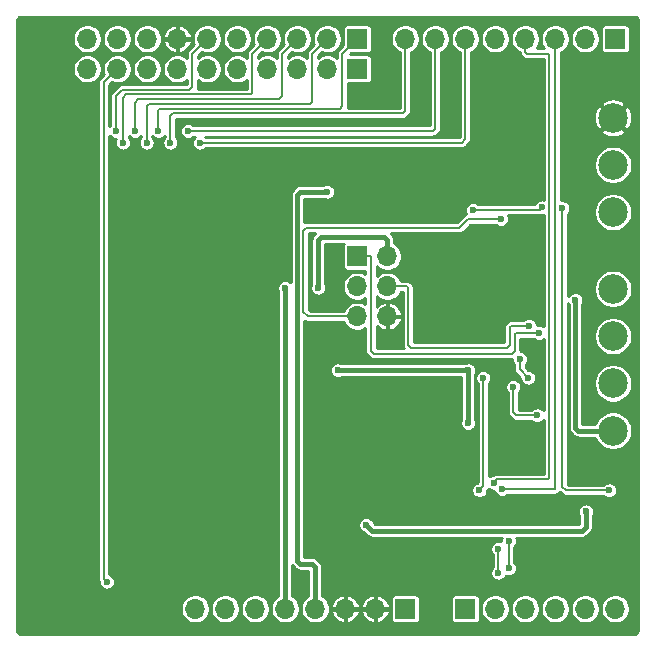
<source format=gbr>
%TF.GenerationSoftware,KiCad,Pcbnew,(5.1.8)-1*%
%TF.CreationDate,2021-04-16T15:21:13+02:00*%
%TF.ProjectId,GBAHD_Shield,47424148-445f-4536-9869-656c642e6b69,rev?*%
%TF.SameCoordinates,Original*%
%TF.FileFunction,Copper,L2,Bot*%
%TF.FilePolarity,Positive*%
%FSLAX46Y46*%
G04 Gerber Fmt 4.6, Leading zero omitted, Abs format (unit mm)*
G04 Created by KiCad (PCBNEW (5.1.8)-1) date 2021-04-16 15:21:13*
%MOMM*%
%LPD*%
G01*
G04 APERTURE LIST*
%TA.AperFunction,ComponentPad*%
%ADD10O,1.700000X1.700000*%
%TD*%
%TA.AperFunction,ComponentPad*%
%ADD11R,1.700000X1.700000*%
%TD*%
%TA.AperFunction,ComponentPad*%
%ADD12C,2.500000*%
%TD*%
%TA.AperFunction,ViaPad*%
%ADD13C,0.600000*%
%TD*%
%TA.AperFunction,Conductor*%
%ADD14C,0.200000*%
%TD*%
%TA.AperFunction,Conductor*%
%ADD15C,0.400000*%
%TD*%
%TA.AperFunction,Conductor*%
%ADD16C,0.254000*%
%TD*%
%TA.AperFunction,Conductor*%
%ADD17C,0.100000*%
%TD*%
G04 APERTURE END LIST*
D10*
%TO.P,J11,6*%
%TO.N,GND*%
X71374000Y-52197000D03*
%TO.P,J11,5*%
%TO.N,AT_RST*%
X68834000Y-52197000D03*
%TO.P,J11,4*%
%TO.N,ICSP_MOSI*%
X71374000Y-49657000D03*
%TO.P,J11,3*%
%TO.N,ICSP_SCK*%
X68834000Y-49657000D03*
%TO.P,J11,2*%
%TO.N,+3V3*%
X71374000Y-47117000D03*
D11*
%TO.P,J11,1*%
%TO.N,ICSP_MISO*%
X68834000Y-47117000D03*
%TD*%
D10*
%TO.P,J8,10*%
%TO.N,GB_DCLK*%
X45974000Y-31250000D03*
%TO.P,J8,9*%
%TO.N,GBA_CLK*%
X48514000Y-31250000D03*
%TO.P,J8,8*%
%TO.N,GB_R3*%
X51054000Y-31250000D03*
%TO.P,J8,7*%
%TO.N,GB_R1*%
X53594000Y-31250000D03*
%TO.P,J8,6*%
%TO.N,GB_G4*%
X56134000Y-31250000D03*
%TO.P,J8,5*%
%TO.N,GB_G2*%
X58674000Y-31250000D03*
%TO.P,J8,4*%
%TO.N,GB_B5*%
X61214000Y-31250000D03*
%TO.P,J8,3*%
%TO.N,GB_B3*%
X63754000Y-31250000D03*
%TO.P,J8,2*%
%TO.N,GB_B1*%
X66294000Y-31250000D03*
D11*
%TO.P,J8,1*%
%TO.N,GB_SPS*%
X68834000Y-31250000D03*
%TD*%
D10*
%TO.P,J10,10*%
%TO.N,N/C*%
X45974000Y-28702000D03*
%TO.P,J10,9*%
X48514000Y-28702000D03*
%TO.P,J10,8*%
X51054000Y-28702000D03*
%TO.P,J10,7*%
%TO.N,GND*%
X53594000Y-28702000D03*
%TO.P,J10,6*%
%TO.N,GB_R5*%
X56134000Y-28702000D03*
%TO.P,J10,5*%
%TO.N,N/C*%
X58674000Y-28702000D03*
%TO.P,J10,4*%
%TO.N,GB_R4*%
X61214000Y-28702000D03*
%TO.P,J10,3*%
%TO.N,GB_R2*%
X63754000Y-28702000D03*
%TO.P,J10,2*%
%TO.N,GB_G5*%
X66294000Y-28702000D03*
D11*
%TO.P,J10,1*%
%TO.N,GB_G3*%
X68834000Y-28702000D03*
%TD*%
D10*
%TO.P,J9,8*%
%TO.N,GB_G1*%
X72898000Y-28702000D03*
%TO.P,J9,7*%
%TO.N,GB_B4*%
X75438000Y-28702000D03*
%TO.P,J9,6*%
%TO.N,GB_B2*%
X77978000Y-28702000D03*
%TO.P,J9,5*%
%TO.N,PIXEL_GRID*%
X80518000Y-28702000D03*
%TO.P,J9,4*%
%TO.N,GBA_AUD2*%
X83058000Y-28702000D03*
%TO.P,J9,3*%
%TO.N,GBA_AUD1*%
X85598000Y-28702000D03*
%TO.P,J9,2*%
%TO.N,SP_ARD1*%
X88138000Y-28702000D03*
D11*
%TO.P,J9,1*%
%TO.N,RX*%
X90678000Y-28702000D03*
%TD*%
D10*
%TO.P,J6,6*%
%TO.N,N/C*%
X90678000Y-76962000D03*
%TO.P,J6,5*%
X88138000Y-76962000D03*
%TO.P,J6,4*%
X85598000Y-76962000D03*
%TO.P,J6,3*%
X83058000Y-76962000D03*
%TO.P,J6,2*%
X80518000Y-76962000D03*
D11*
%TO.P,J6,1*%
X77978000Y-76962000D03*
%TD*%
D10*
%TO.P,J7,8*%
%TO.N,N/C*%
X55118000Y-76962000D03*
%TO.P,J7,7*%
X57658000Y-76962000D03*
%TO.P,J7,6*%
X60198000Y-76962000D03*
%TO.P,J7,5*%
%TO.N,+3V3*%
X62738000Y-76962000D03*
%TO.P,J7,4*%
%TO.N,+5V*%
X65278000Y-76962000D03*
%TO.P,J7,3*%
%TO.N,GND*%
X67818000Y-76962000D03*
%TO.P,J7,2*%
X70358000Y-76962000D03*
D11*
%TO.P,J7,1*%
%TO.N,N/C*%
X72898000Y-76962000D03*
%TD*%
D12*
%TO.P,U4,1*%
%TO.N,+3V3*%
X90492000Y-61881000D03*
%TO.P,U4,2*%
%TO.N,ICSP_SCK*%
X90492000Y-57881000D03*
%TO.P,U4,3*%
%TO.N,SNS_LATCH*%
X90492000Y-53881000D03*
%TO.P,U4,4*%
%TO.N,ICSP_MISO*%
X90492000Y-49881000D03*
%TO.P,U4,5*%
%TO.N,N/C*%
X90492000Y-43381000D03*
%TO.P,U4,6*%
X90492000Y-39381000D03*
%TO.P,U4,7*%
%TO.N,GND*%
X90492000Y-35381000D03*
%TD*%
D13*
%TO.N,GND*%
X78613000Y-40640000D03*
X70739000Y-56007000D03*
X72898000Y-56007000D03*
X84201000Y-45974000D03*
X78613000Y-45974000D03*
X78486000Y-51689000D03*
X79248000Y-50038000D03*
X83566000Y-50038000D03*
X84328000Y-51689000D03*
X78613000Y-47625000D03*
X79375000Y-48387000D03*
X84201000Y-48387000D03*
X74676000Y-51435000D03*
X74168000Y-46355000D03*
X71374000Y-53721000D03*
X90424000Y-55880000D03*
X90424000Y-59944000D03*
X83820000Y-56134000D03*
X90424000Y-64008000D03*
X75438000Y-69596000D03*
X80518000Y-69596000D03*
X78105000Y-71882000D03*
X79756000Y-73533000D03*
X68072000Y-68707000D03*
X64516000Y-69596000D03*
X81407000Y-56642000D03*
X74422000Y-54102000D03*
X77216000Y-31877000D03*
X78740000Y-31877000D03*
X77216000Y-43942000D03*
X81788000Y-42291000D03*
X67818000Y-60960000D03*
X67818000Y-64516000D03*
X69088000Y-64516000D03*
X70358000Y-64516000D03*
X71628000Y-64516000D03*
X72898000Y-64516000D03*
X73914000Y-68072000D03*
X70358000Y-68072000D03*
X70866000Y-71882000D03*
X56769000Y-67183000D03*
X56769000Y-40894000D03*
X40386000Y-78740000D03*
X40386000Y-27178000D03*
X92202000Y-27178000D03*
X92202000Y-78740000D03*
X67056000Y-46482000D03*
X65024000Y-51054000D03*
X69723000Y-59817000D03*
X68199000Y-54991000D03*
X56769000Y-52578000D03*
X61468000Y-73660000D03*
X46228000Y-73787000D03*
%TO.N,GB_R5*%
X48387000Y-36500000D03*
%TO.N,GB_B2*%
X55500000Y-37500000D03*
%TO.N,GB_G1*%
X53000034Y-37500006D03*
%TO.N,GB_G5*%
X51000000Y-37500000D03*
%TO.N,GB_R2*%
X50000000Y-36500000D03*
%TO.N,GB_G3*%
X52000000Y-36499982D03*
%TO.N,GB_B4*%
X54500000Y-36500000D03*
%TO.N,GB_R4*%
X48999929Y-37500000D03*
%TO.N,GBA_AUD1*%
X81076999Y-66832612D03*
%TO.N,GBA_AUD2*%
X80391000Y-66294000D03*
%TO.N,GBA_START*%
X79502000Y-57404000D03*
X79169979Y-66929000D03*
%TO.N,GBA_CLK*%
X47625000Y-74676000D03*
X80772000Y-73914000D03*
X80772000Y-71882000D03*
%TO.N,AT_RST*%
X81000000Y-43968000D03*
%TO.N,ICSP_MOSI*%
X83390822Y-52999990D03*
%TO.N,ICSP_MISO*%
X84200000Y-53600000D03*
%TO.N,SNS_LATCH*%
X83312000Y-57404000D03*
X82600005Y-55803005D03*
%TO.N,GBA_POWER_SEL*%
X90170000Y-66929000D03*
X78613000Y-43180000D03*
X86198010Y-43053000D03*
X84498345Y-42987804D03*
%TO.N,+5V*%
X66294000Y-41656000D03*
%TO.N,VCC*%
X69596000Y-69850000D03*
X88204000Y-68723000D03*
%TO.N,Net-(J1-Pad1)*%
X81661000Y-73533000D03*
X81670000Y-71247000D03*
%TO.N,+3V3*%
X65532000Y-49784000D03*
X78232000Y-56769000D03*
X67183000Y-56769000D03*
X62738000Y-49784000D03*
X87300011Y-50800000D03*
X78232002Y-61241050D03*
%TO.N,~GBA_BUTTONS_EN~*%
X82042000Y-58166000D03*
X84074000Y-60579000D03*
%TD*%
D14*
%TO.N,GB_R5*%
X48387000Y-33528000D02*
X48387000Y-36500000D01*
X54610000Y-33020000D02*
X48895000Y-33020000D01*
X54864000Y-32766000D02*
X54610000Y-33020000D01*
X54864000Y-29972000D02*
X54864000Y-32766000D01*
X56134000Y-28702000D02*
X54864000Y-29972000D01*
X48895000Y-33020000D02*
X48387000Y-33528000D01*
%TO.N,GB_B2*%
X77689000Y-37500000D02*
X55500000Y-37500000D01*
X77978000Y-37211000D02*
X77689000Y-37500000D01*
X77978000Y-28702000D02*
X77978000Y-37211000D01*
%TO.N,GB_G1*%
X53000034Y-35233016D02*
X53000034Y-37500006D01*
X53213000Y-35020050D02*
X53000034Y-35233016D01*
X72675950Y-35020050D02*
X53213000Y-35020050D01*
X72898000Y-34798000D02*
X72675950Y-35020050D01*
X72898000Y-28702000D02*
X72898000Y-34798000D01*
%TO.N,GB_G5*%
X51000000Y-34401030D02*
X51000000Y-37500000D01*
X64839970Y-34220030D02*
X51181000Y-34220030D01*
X51181000Y-34220030D02*
X51000000Y-34401030D01*
X65024000Y-34036000D02*
X64839970Y-34220030D01*
X65024000Y-29972000D02*
X65024000Y-34036000D01*
X66294000Y-28702000D02*
X65024000Y-29972000D01*
%TO.N,GB_R2*%
X50000000Y-36500000D02*
X50000000Y-34112020D01*
X50000000Y-34112020D02*
X50292000Y-33820020D01*
X50292000Y-33820020D02*
X62191980Y-33820020D01*
X62484000Y-33528000D02*
X62484000Y-29972000D01*
X62484000Y-29972000D02*
X63754000Y-28702000D01*
X62191980Y-33820020D02*
X62484000Y-33528000D01*
%TO.N,GB_G3*%
X52000000Y-34741000D02*
X52000000Y-36499982D01*
X67360960Y-34620040D02*
X52120960Y-34620040D01*
X67564000Y-34417000D02*
X67360960Y-34620040D01*
X68834000Y-28702000D02*
X67564000Y-29972000D01*
X52120960Y-34620040D02*
X52000000Y-34741000D01*
X67564000Y-29972000D02*
X67564000Y-34417000D01*
%TO.N,GB_B4*%
X75260000Y-36500000D02*
X54500000Y-36500000D01*
X75438000Y-36322000D02*
X75260000Y-36500000D01*
X75438000Y-28702000D02*
X75438000Y-36322000D01*
%TO.N,GB_R4*%
X59944000Y-33274000D02*
X59797990Y-33420010D01*
X59944000Y-29972000D02*
X59944000Y-33274000D01*
X59797990Y-33420010D02*
X49276000Y-33420010D01*
X48999929Y-33696081D02*
X48999929Y-37500000D01*
X61214000Y-28702000D02*
X59944000Y-29972000D01*
X49276000Y-33420010D02*
X48999929Y-33696081D01*
%TO.N,GBA_AUD1*%
X85567388Y-66832612D02*
X81076999Y-66832612D01*
X85598000Y-66802000D02*
X85567388Y-66832612D01*
X85598000Y-28702000D02*
X85598000Y-66802000D01*
%TO.N,GBA_AUD2*%
X80690999Y-65994001D02*
X80391000Y-66294000D01*
X85008999Y-65994001D02*
X80690999Y-65994001D01*
X85098346Y-65904654D02*
X85008999Y-65994001D01*
X85098346Y-30107346D02*
X85098346Y-65904654D01*
X84963000Y-29972000D02*
X85098346Y-30107346D01*
X83058000Y-29845000D02*
X83185000Y-29972000D01*
X83185000Y-29972000D02*
X84963000Y-29972000D01*
X83058000Y-28702000D02*
X83058000Y-29845000D01*
%TO.N,GBA_START*%
X79502000Y-57404000D02*
X79502000Y-66596979D01*
X79502000Y-66596979D02*
X79169979Y-66929000D01*
%TO.N,GBA_CLK*%
X80772000Y-73914000D02*
X80772000Y-71882000D01*
X47371000Y-74422000D02*
X47625000Y-74676000D01*
X47371000Y-32393000D02*
X47371000Y-74422000D01*
X48514000Y-31250000D02*
X47371000Y-32393000D01*
%TO.N,AT_RST*%
X64643000Y-52197000D02*
X67310000Y-52197000D01*
X64262000Y-51816000D02*
X64643000Y-52197000D01*
X64262000Y-44958000D02*
X64262000Y-51816000D01*
X64516000Y-44704000D02*
X64262000Y-44958000D01*
X77470000Y-44704000D02*
X64516000Y-44704000D01*
X67310000Y-52197000D02*
X68834000Y-52197000D01*
X78206000Y-43968000D02*
X77470000Y-44704000D01*
X81000000Y-43968000D02*
X78206000Y-43968000D01*
%TO.N,ICSP_MOSI*%
X81874010Y-52999990D02*
X83390822Y-52999990D01*
X81759150Y-53114850D02*
X81874010Y-52999990D01*
X81759150Y-54638850D02*
X81759150Y-53114850D01*
X81534000Y-54864000D02*
X81759150Y-54638850D01*
X73152000Y-54610000D02*
X73406000Y-54864000D01*
X73406000Y-54864000D02*
X81534000Y-54864000D01*
X73025000Y-49657000D02*
X73152000Y-49784000D01*
X73152000Y-49784000D02*
X73152000Y-54610000D01*
X71374000Y-49657000D02*
X73025000Y-49657000D01*
%TO.N,ICSP_MISO*%
X82290000Y-53600000D02*
X84200000Y-53600000D01*
X82169000Y-53721000D02*
X82290000Y-53600000D01*
X82169000Y-55118000D02*
X82169000Y-53721000D01*
X81915000Y-55372000D02*
X82169000Y-55118000D01*
X70238001Y-55372000D02*
X81915000Y-55372000D01*
X69984001Y-55118000D02*
X70238001Y-55372000D01*
X69984001Y-47217001D02*
X69984001Y-55118000D01*
X69884000Y-47117000D02*
X69984001Y-47217001D01*
X68834000Y-47117000D02*
X69884000Y-47117000D01*
%TO.N,SNS_LATCH*%
X82600005Y-56692005D02*
X82600005Y-55803005D01*
X83312000Y-57404000D02*
X82600005Y-56692005D01*
%TO.N,GBA_POWER_SEL*%
X78613000Y-43180000D02*
X84306149Y-43180000D01*
X84306149Y-43180000D02*
X84498345Y-42987804D01*
X86198010Y-66640010D02*
X86198010Y-43053000D01*
X86487000Y-66929000D02*
X86198010Y-66640010D01*
X90170000Y-66929000D02*
X86487000Y-66929000D01*
D15*
%TO.N,+5V*%
X65278000Y-73406000D02*
X65278000Y-76962000D01*
X64008000Y-73152000D02*
X65024000Y-73152000D01*
X63761990Y-72905990D02*
X64008000Y-73152000D01*
X63761990Y-41902010D02*
X63761990Y-72905990D01*
X65024000Y-73152000D02*
X65278000Y-73406000D01*
X64008000Y-41656000D02*
X63761990Y-41902010D01*
X66294000Y-41656000D02*
X64008000Y-41656000D01*
%TO.N,VCC*%
X88204000Y-70038000D02*
X88204000Y-68723000D01*
X87884000Y-70358000D02*
X88204000Y-70038000D01*
X70104000Y-70358000D02*
X87884000Y-70358000D01*
X69596000Y-69850000D02*
X70104000Y-70358000D01*
D14*
%TO.N,Net-(J1-Pad1)*%
X81661000Y-71256000D02*
X81670000Y-71247000D01*
X81661000Y-73533000D02*
X81661000Y-71256000D01*
D15*
%TO.N,+3V3*%
X78232000Y-56769000D02*
X67183000Y-56769000D01*
X62738000Y-49784000D02*
X62738000Y-76962000D01*
X71374000Y-45720000D02*
X71374000Y-47117000D01*
X71120000Y-45466000D02*
X71374000Y-45720000D01*
X65786000Y-45466000D02*
X71120000Y-45466000D01*
X65532000Y-45720000D02*
X65786000Y-45466000D01*
X65532000Y-49784000D02*
X65532000Y-45720000D01*
X78232000Y-61241048D02*
X78232002Y-61241050D01*
X78232000Y-56769000D02*
X78232000Y-61241048D01*
X87300011Y-61646011D02*
X87300011Y-50800000D01*
X87535000Y-61881000D02*
X87300011Y-61646011D01*
X90492000Y-61881000D02*
X87535000Y-61881000D01*
D14*
%TO.N,~GBA_BUTTONS_EN~*%
X82296000Y-60579000D02*
X84074000Y-60579000D01*
X82042000Y-60325000D02*
X82296000Y-60579000D01*
X82042000Y-58166000D02*
X82042000Y-60325000D01*
%TD*%
D16*
%TO.N,GND*%
X92316439Y-26830461D02*
X92380348Y-26849756D01*
X92439289Y-26881096D01*
X92491021Y-26923287D01*
X92533573Y-26974723D01*
X92565326Y-27033451D01*
X92585066Y-27097219D01*
X92594000Y-27182217D01*
X92594001Y-78732135D01*
X92585538Y-78818440D01*
X92566244Y-78882346D01*
X92534905Y-78941287D01*
X92492713Y-78993021D01*
X92441272Y-79035576D01*
X92382550Y-79067326D01*
X92318781Y-79087066D01*
X92233773Y-79096001D01*
X40312970Y-79097397D01*
X40260179Y-79083043D01*
X40198273Y-79052298D01*
X40143520Y-79010116D01*
X40098004Y-78958103D01*
X40063456Y-78898237D01*
X40041195Y-78832804D01*
X40030110Y-78749606D01*
X40030000Y-78738042D01*
X40030000Y-76840757D01*
X53887000Y-76840757D01*
X53887000Y-77083243D01*
X53934307Y-77321069D01*
X54027102Y-77545097D01*
X54161820Y-77746717D01*
X54333283Y-77918180D01*
X54534903Y-78052898D01*
X54758931Y-78145693D01*
X54996757Y-78193000D01*
X55239243Y-78193000D01*
X55477069Y-78145693D01*
X55701097Y-78052898D01*
X55902717Y-77918180D01*
X56074180Y-77746717D01*
X56208898Y-77545097D01*
X56301693Y-77321069D01*
X56349000Y-77083243D01*
X56349000Y-76840757D01*
X56427000Y-76840757D01*
X56427000Y-77083243D01*
X56474307Y-77321069D01*
X56567102Y-77545097D01*
X56701820Y-77746717D01*
X56873283Y-77918180D01*
X57074903Y-78052898D01*
X57298931Y-78145693D01*
X57536757Y-78193000D01*
X57779243Y-78193000D01*
X58017069Y-78145693D01*
X58241097Y-78052898D01*
X58442717Y-77918180D01*
X58614180Y-77746717D01*
X58748898Y-77545097D01*
X58841693Y-77321069D01*
X58889000Y-77083243D01*
X58889000Y-76840757D01*
X58967000Y-76840757D01*
X58967000Y-77083243D01*
X59014307Y-77321069D01*
X59107102Y-77545097D01*
X59241820Y-77746717D01*
X59413283Y-77918180D01*
X59614903Y-78052898D01*
X59838931Y-78145693D01*
X60076757Y-78193000D01*
X60319243Y-78193000D01*
X60557069Y-78145693D01*
X60781097Y-78052898D01*
X60982717Y-77918180D01*
X61154180Y-77746717D01*
X61288898Y-77545097D01*
X61381693Y-77321069D01*
X61429000Y-77083243D01*
X61429000Y-76840757D01*
X61507000Y-76840757D01*
X61507000Y-77083243D01*
X61554307Y-77321069D01*
X61647102Y-77545097D01*
X61781820Y-77746717D01*
X61953283Y-77918180D01*
X62154903Y-78052898D01*
X62378931Y-78145693D01*
X62616757Y-78193000D01*
X62859243Y-78193000D01*
X63097069Y-78145693D01*
X63321097Y-78052898D01*
X63522717Y-77918180D01*
X63694180Y-77746717D01*
X63828898Y-77545097D01*
X63921693Y-77321069D01*
X63969000Y-77083243D01*
X63969000Y-76840757D01*
X63921693Y-76602931D01*
X63828898Y-76378903D01*
X63694180Y-76177283D01*
X63522717Y-76005820D01*
X63321097Y-75871102D01*
X63319000Y-75870233D01*
X63319000Y-73282040D01*
X63349174Y-73318807D01*
X63371346Y-73337003D01*
X63576983Y-73542640D01*
X63595183Y-73564817D01*
X63683652Y-73637421D01*
X63784585Y-73691371D01*
X63894104Y-73724593D01*
X64008000Y-73735811D01*
X64036540Y-73733000D01*
X64697000Y-73733000D01*
X64697001Y-75870233D01*
X64694903Y-75871102D01*
X64493283Y-76005820D01*
X64321820Y-76177283D01*
X64187102Y-76378903D01*
X64094307Y-76602931D01*
X64047000Y-76840757D01*
X64047000Y-77083243D01*
X64094307Y-77321069D01*
X64187102Y-77545097D01*
X64321820Y-77746717D01*
X64493283Y-77918180D01*
X64694903Y-78052898D01*
X64918931Y-78145693D01*
X65156757Y-78193000D01*
X65399243Y-78193000D01*
X65637069Y-78145693D01*
X65861097Y-78052898D01*
X66062717Y-77918180D01*
X66234180Y-77746717D01*
X66368898Y-77545097D01*
X66461693Y-77321069D01*
X66482387Y-77217033D01*
X66613705Y-77217033D01*
X66686600Y-77447079D01*
X66802974Y-77658484D01*
X66958355Y-77843123D01*
X67146771Y-77993901D01*
X67360982Y-78105024D01*
X67562967Y-78166292D01*
X67754500Y-78095973D01*
X67754500Y-77025500D01*
X67881500Y-77025500D01*
X67881500Y-78095973D01*
X68073033Y-78166292D01*
X68275018Y-78105024D01*
X68489229Y-77993901D01*
X68677645Y-77843123D01*
X68833026Y-77658484D01*
X68949400Y-77447079D01*
X69022295Y-77217033D01*
X69153705Y-77217033D01*
X69226600Y-77447079D01*
X69342974Y-77658484D01*
X69498355Y-77843123D01*
X69686771Y-77993901D01*
X69900982Y-78105024D01*
X70102967Y-78166292D01*
X70294500Y-78095973D01*
X70294500Y-77025500D01*
X70421500Y-77025500D01*
X70421500Y-78095973D01*
X70613033Y-78166292D01*
X70815018Y-78105024D01*
X71029229Y-77993901D01*
X71217645Y-77843123D01*
X71373026Y-77658484D01*
X71489400Y-77447079D01*
X71562295Y-77217033D01*
X71492114Y-77025500D01*
X70421500Y-77025500D01*
X70294500Y-77025500D01*
X69223886Y-77025500D01*
X69153705Y-77217033D01*
X69022295Y-77217033D01*
X68952114Y-77025500D01*
X67881500Y-77025500D01*
X67754500Y-77025500D01*
X66683886Y-77025500D01*
X66613705Y-77217033D01*
X66482387Y-77217033D01*
X66509000Y-77083243D01*
X66509000Y-76840757D01*
X66482388Y-76706967D01*
X66613705Y-76706967D01*
X66683886Y-76898500D01*
X67754500Y-76898500D01*
X67754500Y-75828027D01*
X67881500Y-75828027D01*
X67881500Y-76898500D01*
X68952114Y-76898500D01*
X69022295Y-76706967D01*
X69153705Y-76706967D01*
X69223886Y-76898500D01*
X70294500Y-76898500D01*
X70294500Y-75828027D01*
X70421500Y-75828027D01*
X70421500Y-76898500D01*
X71492114Y-76898500D01*
X71562295Y-76706967D01*
X71489400Y-76476921D01*
X71373026Y-76265516D01*
X71243837Y-76112000D01*
X71665157Y-76112000D01*
X71665157Y-77812000D01*
X71672513Y-77886689D01*
X71694299Y-77958508D01*
X71729678Y-78024696D01*
X71777289Y-78082711D01*
X71835304Y-78130322D01*
X71901492Y-78165701D01*
X71973311Y-78187487D01*
X72048000Y-78194843D01*
X73748000Y-78194843D01*
X73822689Y-78187487D01*
X73894508Y-78165701D01*
X73960696Y-78130322D01*
X74018711Y-78082711D01*
X74066322Y-78024696D01*
X74101701Y-77958508D01*
X74123487Y-77886689D01*
X74130843Y-77812000D01*
X74130843Y-76112000D01*
X76745157Y-76112000D01*
X76745157Y-77812000D01*
X76752513Y-77886689D01*
X76774299Y-77958508D01*
X76809678Y-78024696D01*
X76857289Y-78082711D01*
X76915304Y-78130322D01*
X76981492Y-78165701D01*
X77053311Y-78187487D01*
X77128000Y-78194843D01*
X78828000Y-78194843D01*
X78902689Y-78187487D01*
X78974508Y-78165701D01*
X79040696Y-78130322D01*
X79098711Y-78082711D01*
X79146322Y-78024696D01*
X79181701Y-77958508D01*
X79203487Y-77886689D01*
X79210843Y-77812000D01*
X79210843Y-76840757D01*
X79287000Y-76840757D01*
X79287000Y-77083243D01*
X79334307Y-77321069D01*
X79427102Y-77545097D01*
X79561820Y-77746717D01*
X79733283Y-77918180D01*
X79934903Y-78052898D01*
X80158931Y-78145693D01*
X80396757Y-78193000D01*
X80639243Y-78193000D01*
X80877069Y-78145693D01*
X81101097Y-78052898D01*
X81302717Y-77918180D01*
X81474180Y-77746717D01*
X81608898Y-77545097D01*
X81701693Y-77321069D01*
X81749000Y-77083243D01*
X81749000Y-76840757D01*
X81827000Y-76840757D01*
X81827000Y-77083243D01*
X81874307Y-77321069D01*
X81967102Y-77545097D01*
X82101820Y-77746717D01*
X82273283Y-77918180D01*
X82474903Y-78052898D01*
X82698931Y-78145693D01*
X82936757Y-78193000D01*
X83179243Y-78193000D01*
X83417069Y-78145693D01*
X83641097Y-78052898D01*
X83842717Y-77918180D01*
X84014180Y-77746717D01*
X84148898Y-77545097D01*
X84241693Y-77321069D01*
X84289000Y-77083243D01*
X84289000Y-76840757D01*
X84367000Y-76840757D01*
X84367000Y-77083243D01*
X84414307Y-77321069D01*
X84507102Y-77545097D01*
X84641820Y-77746717D01*
X84813283Y-77918180D01*
X85014903Y-78052898D01*
X85238931Y-78145693D01*
X85476757Y-78193000D01*
X85719243Y-78193000D01*
X85957069Y-78145693D01*
X86181097Y-78052898D01*
X86382717Y-77918180D01*
X86554180Y-77746717D01*
X86688898Y-77545097D01*
X86781693Y-77321069D01*
X86829000Y-77083243D01*
X86829000Y-76840757D01*
X86907000Y-76840757D01*
X86907000Y-77083243D01*
X86954307Y-77321069D01*
X87047102Y-77545097D01*
X87181820Y-77746717D01*
X87353283Y-77918180D01*
X87554903Y-78052898D01*
X87778931Y-78145693D01*
X88016757Y-78193000D01*
X88259243Y-78193000D01*
X88497069Y-78145693D01*
X88721097Y-78052898D01*
X88922717Y-77918180D01*
X89094180Y-77746717D01*
X89228898Y-77545097D01*
X89321693Y-77321069D01*
X89369000Y-77083243D01*
X89369000Y-76840757D01*
X89447000Y-76840757D01*
X89447000Y-77083243D01*
X89494307Y-77321069D01*
X89587102Y-77545097D01*
X89721820Y-77746717D01*
X89893283Y-77918180D01*
X90094903Y-78052898D01*
X90318931Y-78145693D01*
X90556757Y-78193000D01*
X90799243Y-78193000D01*
X91037069Y-78145693D01*
X91261097Y-78052898D01*
X91462717Y-77918180D01*
X91634180Y-77746717D01*
X91768898Y-77545097D01*
X91861693Y-77321069D01*
X91909000Y-77083243D01*
X91909000Y-76840757D01*
X91861693Y-76602931D01*
X91768898Y-76378903D01*
X91634180Y-76177283D01*
X91462717Y-76005820D01*
X91261097Y-75871102D01*
X91037069Y-75778307D01*
X90799243Y-75731000D01*
X90556757Y-75731000D01*
X90318931Y-75778307D01*
X90094903Y-75871102D01*
X89893283Y-76005820D01*
X89721820Y-76177283D01*
X89587102Y-76378903D01*
X89494307Y-76602931D01*
X89447000Y-76840757D01*
X89369000Y-76840757D01*
X89321693Y-76602931D01*
X89228898Y-76378903D01*
X89094180Y-76177283D01*
X88922717Y-76005820D01*
X88721097Y-75871102D01*
X88497069Y-75778307D01*
X88259243Y-75731000D01*
X88016757Y-75731000D01*
X87778931Y-75778307D01*
X87554903Y-75871102D01*
X87353283Y-76005820D01*
X87181820Y-76177283D01*
X87047102Y-76378903D01*
X86954307Y-76602931D01*
X86907000Y-76840757D01*
X86829000Y-76840757D01*
X86781693Y-76602931D01*
X86688898Y-76378903D01*
X86554180Y-76177283D01*
X86382717Y-76005820D01*
X86181097Y-75871102D01*
X85957069Y-75778307D01*
X85719243Y-75731000D01*
X85476757Y-75731000D01*
X85238931Y-75778307D01*
X85014903Y-75871102D01*
X84813283Y-76005820D01*
X84641820Y-76177283D01*
X84507102Y-76378903D01*
X84414307Y-76602931D01*
X84367000Y-76840757D01*
X84289000Y-76840757D01*
X84241693Y-76602931D01*
X84148898Y-76378903D01*
X84014180Y-76177283D01*
X83842717Y-76005820D01*
X83641097Y-75871102D01*
X83417069Y-75778307D01*
X83179243Y-75731000D01*
X82936757Y-75731000D01*
X82698931Y-75778307D01*
X82474903Y-75871102D01*
X82273283Y-76005820D01*
X82101820Y-76177283D01*
X81967102Y-76378903D01*
X81874307Y-76602931D01*
X81827000Y-76840757D01*
X81749000Y-76840757D01*
X81701693Y-76602931D01*
X81608898Y-76378903D01*
X81474180Y-76177283D01*
X81302717Y-76005820D01*
X81101097Y-75871102D01*
X80877069Y-75778307D01*
X80639243Y-75731000D01*
X80396757Y-75731000D01*
X80158931Y-75778307D01*
X79934903Y-75871102D01*
X79733283Y-76005820D01*
X79561820Y-76177283D01*
X79427102Y-76378903D01*
X79334307Y-76602931D01*
X79287000Y-76840757D01*
X79210843Y-76840757D01*
X79210843Y-76112000D01*
X79203487Y-76037311D01*
X79181701Y-75965492D01*
X79146322Y-75899304D01*
X79098711Y-75841289D01*
X79040696Y-75793678D01*
X78974508Y-75758299D01*
X78902689Y-75736513D01*
X78828000Y-75729157D01*
X77128000Y-75729157D01*
X77053311Y-75736513D01*
X76981492Y-75758299D01*
X76915304Y-75793678D01*
X76857289Y-75841289D01*
X76809678Y-75899304D01*
X76774299Y-75965492D01*
X76752513Y-76037311D01*
X76745157Y-76112000D01*
X74130843Y-76112000D01*
X74123487Y-76037311D01*
X74101701Y-75965492D01*
X74066322Y-75899304D01*
X74018711Y-75841289D01*
X73960696Y-75793678D01*
X73894508Y-75758299D01*
X73822689Y-75736513D01*
X73748000Y-75729157D01*
X72048000Y-75729157D01*
X71973311Y-75736513D01*
X71901492Y-75758299D01*
X71835304Y-75793678D01*
X71777289Y-75841289D01*
X71729678Y-75899304D01*
X71694299Y-75965492D01*
X71672513Y-76037311D01*
X71665157Y-76112000D01*
X71243837Y-76112000D01*
X71217645Y-76080877D01*
X71029229Y-75930099D01*
X70815018Y-75818976D01*
X70613033Y-75757708D01*
X70421500Y-75828027D01*
X70294500Y-75828027D01*
X70102967Y-75757708D01*
X69900982Y-75818976D01*
X69686771Y-75930099D01*
X69498355Y-76080877D01*
X69342974Y-76265516D01*
X69226600Y-76476921D01*
X69153705Y-76706967D01*
X69022295Y-76706967D01*
X68949400Y-76476921D01*
X68833026Y-76265516D01*
X68677645Y-76080877D01*
X68489229Y-75930099D01*
X68275018Y-75818976D01*
X68073033Y-75757708D01*
X67881500Y-75828027D01*
X67754500Y-75828027D01*
X67562967Y-75757708D01*
X67360982Y-75818976D01*
X67146771Y-75930099D01*
X66958355Y-76080877D01*
X66802974Y-76265516D01*
X66686600Y-76476921D01*
X66613705Y-76706967D01*
X66482388Y-76706967D01*
X66461693Y-76602931D01*
X66368898Y-76378903D01*
X66234180Y-76177283D01*
X66062717Y-76005820D01*
X65861097Y-75871102D01*
X65859000Y-75870233D01*
X65859000Y-73434536D01*
X65861811Y-73405999D01*
X65859000Y-73377460D01*
X65850593Y-73292104D01*
X65817371Y-73182585D01*
X65763421Y-73081652D01*
X65690817Y-72993183D01*
X65668641Y-72974984D01*
X65455017Y-72761360D01*
X65436817Y-72739183D01*
X65348348Y-72666579D01*
X65247415Y-72612629D01*
X65137896Y-72579407D01*
X65052540Y-72571000D01*
X65024000Y-72568189D01*
X64995460Y-72571000D01*
X64342990Y-72571000D01*
X64342990Y-69782927D01*
X68915000Y-69782927D01*
X68915000Y-69917073D01*
X68941171Y-70048640D01*
X68992506Y-70172574D01*
X69067033Y-70284112D01*
X69161888Y-70378967D01*
X69273426Y-70453494D01*
X69397360Y-70504829D01*
X69437071Y-70512728D01*
X69672987Y-70748645D01*
X69691183Y-70770817D01*
X69779652Y-70843421D01*
X69880585Y-70897371D01*
X69990104Y-70930593D01*
X70075460Y-70939000D01*
X70075462Y-70939000D01*
X70103999Y-70941811D01*
X70132536Y-70939000D01*
X81060469Y-70939000D01*
X81015171Y-71048360D01*
X80989000Y-71179927D01*
X80989000Y-71234776D01*
X80970640Y-71227171D01*
X80839073Y-71201000D01*
X80704927Y-71201000D01*
X80573360Y-71227171D01*
X80449426Y-71278506D01*
X80337888Y-71353033D01*
X80243033Y-71447888D01*
X80168506Y-71559426D01*
X80117171Y-71683360D01*
X80091000Y-71814927D01*
X80091000Y-71949073D01*
X80117171Y-72080640D01*
X80168506Y-72204574D01*
X80243033Y-72316112D01*
X80291001Y-72364080D01*
X80291000Y-73431921D01*
X80243033Y-73479888D01*
X80168506Y-73591426D01*
X80117171Y-73715360D01*
X80091000Y-73846927D01*
X80091000Y-73981073D01*
X80117171Y-74112640D01*
X80168506Y-74236574D01*
X80243033Y-74348112D01*
X80337888Y-74442967D01*
X80449426Y-74517494D01*
X80573360Y-74568829D01*
X80704927Y-74595000D01*
X80839073Y-74595000D01*
X80970640Y-74568829D01*
X81094574Y-74517494D01*
X81206112Y-74442967D01*
X81300967Y-74348112D01*
X81375494Y-74236574D01*
X81405449Y-74164256D01*
X81462360Y-74187829D01*
X81593927Y-74214000D01*
X81728073Y-74214000D01*
X81859640Y-74187829D01*
X81983574Y-74136494D01*
X82095112Y-74061967D01*
X82189967Y-73967112D01*
X82264494Y-73855574D01*
X82315829Y-73731640D01*
X82342000Y-73600073D01*
X82342000Y-73465927D01*
X82315829Y-73334360D01*
X82264494Y-73210426D01*
X82189967Y-73098888D01*
X82142000Y-73050921D01*
X82142000Y-71738079D01*
X82198967Y-71681112D01*
X82273494Y-71569574D01*
X82324829Y-71445640D01*
X82351000Y-71314073D01*
X82351000Y-71179927D01*
X82324829Y-71048360D01*
X82279531Y-70939000D01*
X87855460Y-70939000D01*
X87884000Y-70941811D01*
X87912540Y-70939000D01*
X87997896Y-70930593D01*
X88107415Y-70897371D01*
X88208348Y-70843421D01*
X88296817Y-70770817D01*
X88315017Y-70748640D01*
X88594641Y-70469016D01*
X88616817Y-70450817D01*
X88689421Y-70362348D01*
X88743371Y-70261415D01*
X88776593Y-70151896D01*
X88785000Y-70066540D01*
X88785000Y-70066538D01*
X88787811Y-70038001D01*
X88785000Y-70009464D01*
X88785000Y-69079239D01*
X88807494Y-69045574D01*
X88858829Y-68921640D01*
X88885000Y-68790073D01*
X88885000Y-68655927D01*
X88858829Y-68524360D01*
X88807494Y-68400426D01*
X88732967Y-68288888D01*
X88638112Y-68194033D01*
X88526574Y-68119506D01*
X88402640Y-68068171D01*
X88271073Y-68042000D01*
X88136927Y-68042000D01*
X88005360Y-68068171D01*
X87881426Y-68119506D01*
X87769888Y-68194033D01*
X87675033Y-68288888D01*
X87600506Y-68400426D01*
X87549171Y-68524360D01*
X87523000Y-68655927D01*
X87523000Y-68790073D01*
X87549171Y-68921640D01*
X87600506Y-69045574D01*
X87623001Y-69079240D01*
X87623000Y-69777000D01*
X70344658Y-69777000D01*
X70258728Y-69691071D01*
X70250829Y-69651360D01*
X70199494Y-69527426D01*
X70124967Y-69415888D01*
X70030112Y-69321033D01*
X69918574Y-69246506D01*
X69794640Y-69195171D01*
X69663073Y-69169000D01*
X69528927Y-69169000D01*
X69397360Y-69195171D01*
X69273426Y-69246506D01*
X69161888Y-69321033D01*
X69067033Y-69415888D01*
X68992506Y-69527426D01*
X68941171Y-69651360D01*
X68915000Y-69782927D01*
X64342990Y-69782927D01*
X64342990Y-56701927D01*
X66502000Y-56701927D01*
X66502000Y-56836073D01*
X66528171Y-56967640D01*
X66579506Y-57091574D01*
X66654033Y-57203112D01*
X66748888Y-57297967D01*
X66860426Y-57372494D01*
X66984360Y-57423829D01*
X67115927Y-57450000D01*
X67250073Y-57450000D01*
X67381640Y-57423829D01*
X67505574Y-57372494D01*
X67539239Y-57350000D01*
X77651000Y-57350000D01*
X77651001Y-60884813D01*
X77628508Y-60918476D01*
X77577173Y-61042410D01*
X77551002Y-61173977D01*
X77551002Y-61308123D01*
X77577173Y-61439690D01*
X77628508Y-61563624D01*
X77703035Y-61675162D01*
X77797890Y-61770017D01*
X77909428Y-61844544D01*
X78033362Y-61895879D01*
X78164929Y-61922050D01*
X78299075Y-61922050D01*
X78430642Y-61895879D01*
X78554576Y-61844544D01*
X78666114Y-61770017D01*
X78760969Y-61675162D01*
X78835496Y-61563624D01*
X78886831Y-61439690D01*
X78913002Y-61308123D01*
X78913002Y-61173977D01*
X78886831Y-61042410D01*
X78835496Y-60918476D01*
X78813000Y-60884808D01*
X78813000Y-57125239D01*
X78835494Y-57091574D01*
X78886829Y-56967640D01*
X78913000Y-56836073D01*
X78913000Y-56701927D01*
X78886829Y-56570360D01*
X78835494Y-56446426D01*
X78760967Y-56334888D01*
X78666112Y-56240033D01*
X78554574Y-56165506D01*
X78430640Y-56114171D01*
X78299073Y-56088000D01*
X78164927Y-56088000D01*
X78033360Y-56114171D01*
X77909426Y-56165506D01*
X77875761Y-56188000D01*
X67539239Y-56188000D01*
X67505574Y-56165506D01*
X67381640Y-56114171D01*
X67250073Y-56088000D01*
X67115927Y-56088000D01*
X66984360Y-56114171D01*
X66860426Y-56165506D01*
X66748888Y-56240033D01*
X66654033Y-56334888D01*
X66579506Y-56446426D01*
X66528171Y-56570360D01*
X66502000Y-56701927D01*
X64342990Y-56701927D01*
X64342990Y-52573031D01*
X64374478Y-52598872D01*
X64458039Y-52643536D01*
X64548708Y-52671040D01*
X64619374Y-52678000D01*
X64619375Y-52678000D01*
X64642999Y-52680327D01*
X64666623Y-52678000D01*
X67700812Y-52678000D01*
X67743102Y-52780097D01*
X67877820Y-52981717D01*
X68049283Y-53153180D01*
X68250903Y-53287898D01*
X68474931Y-53380693D01*
X68712757Y-53428000D01*
X68955243Y-53428000D01*
X69193069Y-53380693D01*
X69417097Y-53287898D01*
X69503002Y-53230498D01*
X69503002Y-55094364D01*
X69500674Y-55118000D01*
X69509961Y-55212292D01*
X69537466Y-55302960D01*
X69537466Y-55302961D01*
X69582130Y-55386522D01*
X69642238Y-55459764D01*
X69660590Y-55474825D01*
X69881171Y-55695406D01*
X69896237Y-55713764D01*
X69969479Y-55773872D01*
X70053040Y-55818536D01*
X70143709Y-55846040D01*
X70214375Y-55853000D01*
X70214376Y-55853000D01*
X70238000Y-55855327D01*
X70261624Y-55853000D01*
X81891374Y-55853000D01*
X81915000Y-55855327D01*
X81919005Y-55854933D01*
X81919005Y-55870078D01*
X81945176Y-56001645D01*
X81996511Y-56125579D01*
X82071038Y-56237117D01*
X82119005Y-56285084D01*
X82119005Y-56668378D01*
X82116678Y-56692005D01*
X82125965Y-56786297D01*
X82134309Y-56813801D01*
X82153469Y-56876965D01*
X82198133Y-56960527D01*
X82258241Y-57033769D01*
X82276599Y-57048835D01*
X82631000Y-57403237D01*
X82631000Y-57471073D01*
X82657171Y-57602640D01*
X82708506Y-57726574D01*
X82783033Y-57838112D01*
X82877888Y-57932967D01*
X82989426Y-58007494D01*
X83113360Y-58058829D01*
X83244927Y-58085000D01*
X83379073Y-58085000D01*
X83510640Y-58058829D01*
X83634574Y-58007494D01*
X83746112Y-57932967D01*
X83840967Y-57838112D01*
X83915494Y-57726574D01*
X83966829Y-57602640D01*
X83993000Y-57471073D01*
X83993000Y-57336927D01*
X83966829Y-57205360D01*
X83915494Y-57081426D01*
X83840967Y-56969888D01*
X83746112Y-56875033D01*
X83634574Y-56800506D01*
X83510640Y-56749171D01*
X83379073Y-56723000D01*
X83311237Y-56723000D01*
X83081005Y-56492769D01*
X83081005Y-56285084D01*
X83128972Y-56237117D01*
X83203499Y-56125579D01*
X83254834Y-56001645D01*
X83281005Y-55870078D01*
X83281005Y-55735932D01*
X83254834Y-55604365D01*
X83203499Y-55480431D01*
X83128972Y-55368893D01*
X83034117Y-55274038D01*
X82922579Y-55199511D01*
X82798645Y-55148176D01*
X82667078Y-55122005D01*
X82651933Y-55122005D01*
X82652327Y-55118001D01*
X82650000Y-55094377D01*
X82650000Y-54081000D01*
X83717921Y-54081000D01*
X83765888Y-54128967D01*
X83877426Y-54203494D01*
X84001360Y-54254829D01*
X84132927Y-54281000D01*
X84267073Y-54281000D01*
X84398640Y-54254829D01*
X84522574Y-54203494D01*
X84617347Y-54140169D01*
X84617347Y-60166409D01*
X84602967Y-60144888D01*
X84508112Y-60050033D01*
X84396574Y-59975506D01*
X84272640Y-59924171D01*
X84141073Y-59898000D01*
X84006927Y-59898000D01*
X83875360Y-59924171D01*
X83751426Y-59975506D01*
X83639888Y-60050033D01*
X83591921Y-60098000D01*
X82523000Y-60098000D01*
X82523000Y-58648079D01*
X82570967Y-58600112D01*
X82645494Y-58488574D01*
X82696829Y-58364640D01*
X82723000Y-58233073D01*
X82723000Y-58098927D01*
X82696829Y-57967360D01*
X82645494Y-57843426D01*
X82570967Y-57731888D01*
X82476112Y-57637033D01*
X82364574Y-57562506D01*
X82240640Y-57511171D01*
X82109073Y-57485000D01*
X81974927Y-57485000D01*
X81843360Y-57511171D01*
X81719426Y-57562506D01*
X81607888Y-57637033D01*
X81513033Y-57731888D01*
X81438506Y-57843426D01*
X81387171Y-57967360D01*
X81361000Y-58098927D01*
X81361000Y-58233073D01*
X81387171Y-58364640D01*
X81438506Y-58488574D01*
X81513033Y-58600112D01*
X81561000Y-58648079D01*
X81561001Y-60301364D01*
X81558673Y-60325000D01*
X81567960Y-60419292D01*
X81595465Y-60509961D01*
X81640129Y-60593522D01*
X81700237Y-60666764D01*
X81718589Y-60681825D01*
X81939170Y-60902406D01*
X81954236Y-60920764D01*
X82027478Y-60980872D01*
X82111039Y-61025536D01*
X82201708Y-61053040D01*
X82272374Y-61060000D01*
X82272375Y-61060000D01*
X82295999Y-61062327D01*
X82319623Y-61060000D01*
X83591921Y-61060000D01*
X83639888Y-61107967D01*
X83751426Y-61182494D01*
X83875360Y-61233829D01*
X84006927Y-61260000D01*
X84141073Y-61260000D01*
X84272640Y-61233829D01*
X84396574Y-61182494D01*
X84508112Y-61107967D01*
X84602967Y-61013112D01*
X84617347Y-60991591D01*
X84617347Y-65513001D01*
X80714625Y-65513001D01*
X80690999Y-65510674D01*
X80596706Y-65519961D01*
X80506037Y-65547465D01*
X80461373Y-65571339D01*
X80422477Y-65592129D01*
X80397046Y-65613000D01*
X80323927Y-65613000D01*
X80192360Y-65639171D01*
X80068426Y-65690506D01*
X79983000Y-65747586D01*
X79983000Y-57886079D01*
X80030967Y-57838112D01*
X80105494Y-57726574D01*
X80156829Y-57602640D01*
X80183000Y-57471073D01*
X80183000Y-57336927D01*
X80156829Y-57205360D01*
X80105494Y-57081426D01*
X80030967Y-56969888D01*
X79936112Y-56875033D01*
X79824574Y-56800506D01*
X79700640Y-56749171D01*
X79569073Y-56723000D01*
X79434927Y-56723000D01*
X79303360Y-56749171D01*
X79179426Y-56800506D01*
X79067888Y-56875033D01*
X78973033Y-56969888D01*
X78898506Y-57081426D01*
X78847171Y-57205360D01*
X78821000Y-57336927D01*
X78821000Y-57471073D01*
X78847171Y-57602640D01*
X78898506Y-57726574D01*
X78973033Y-57838112D01*
X79021000Y-57886079D01*
X79021001Y-66264292D01*
X78971339Y-66274171D01*
X78847405Y-66325506D01*
X78735867Y-66400033D01*
X78641012Y-66494888D01*
X78566485Y-66606426D01*
X78515150Y-66730360D01*
X78488979Y-66861927D01*
X78488979Y-66996073D01*
X78515150Y-67127640D01*
X78566485Y-67251574D01*
X78641012Y-67363112D01*
X78735867Y-67457967D01*
X78847405Y-67532494D01*
X78971339Y-67583829D01*
X79102906Y-67610000D01*
X79237052Y-67610000D01*
X79368619Y-67583829D01*
X79492553Y-67532494D01*
X79604091Y-67457967D01*
X79698946Y-67363112D01*
X79773473Y-67251574D01*
X79824808Y-67127640D01*
X79850979Y-66996073D01*
X79850979Y-66929951D01*
X79903872Y-66865501D01*
X79924662Y-66826605D01*
X79937155Y-66803234D01*
X79956888Y-66822967D01*
X80068426Y-66897494D01*
X80192360Y-66948829D01*
X80323927Y-66975000D01*
X80410980Y-66975000D01*
X80422170Y-67031252D01*
X80473505Y-67155186D01*
X80548032Y-67266724D01*
X80642887Y-67361579D01*
X80754425Y-67436106D01*
X80878359Y-67487441D01*
X81009926Y-67513612D01*
X81144072Y-67513612D01*
X81275639Y-67487441D01*
X81399573Y-67436106D01*
X81511111Y-67361579D01*
X81559078Y-67313612D01*
X85543762Y-67313612D01*
X85567388Y-67315939D01*
X85591014Y-67313612D01*
X85661680Y-67306652D01*
X85752349Y-67279148D01*
X85835910Y-67234484D01*
X85909152Y-67174376D01*
X85922950Y-67157562D01*
X85939764Y-67143764D01*
X85976620Y-67098855D01*
X86130166Y-67252401D01*
X86145236Y-67270764D01*
X86218478Y-67330872D01*
X86257374Y-67351662D01*
X86302038Y-67375536D01*
X86392707Y-67403040D01*
X86487000Y-67412327D01*
X86510626Y-67410000D01*
X89687921Y-67410000D01*
X89735888Y-67457967D01*
X89847426Y-67532494D01*
X89971360Y-67583829D01*
X90102927Y-67610000D01*
X90237073Y-67610000D01*
X90368640Y-67583829D01*
X90492574Y-67532494D01*
X90604112Y-67457967D01*
X90698967Y-67363112D01*
X90773494Y-67251574D01*
X90824829Y-67127640D01*
X90851000Y-66996073D01*
X90851000Y-66861927D01*
X90824829Y-66730360D01*
X90773494Y-66606426D01*
X90698967Y-66494888D01*
X90604112Y-66400033D01*
X90492574Y-66325506D01*
X90368640Y-66274171D01*
X90237073Y-66248000D01*
X90102927Y-66248000D01*
X89971360Y-66274171D01*
X89847426Y-66325506D01*
X89735888Y-66400033D01*
X89687921Y-66448000D01*
X86686235Y-66448000D01*
X86679010Y-66440774D01*
X86679010Y-51080308D01*
X86696517Y-51122574D01*
X86719012Y-51156240D01*
X86719011Y-61617471D01*
X86716200Y-61646011D01*
X86719011Y-61674550D01*
X86727418Y-61759906D01*
X86760640Y-61869425D01*
X86814590Y-61970358D01*
X86887194Y-62058828D01*
X86909371Y-62077028D01*
X87103983Y-62271640D01*
X87122183Y-62293817D01*
X87210652Y-62366421D01*
X87311585Y-62420371D01*
X87421104Y-62453593D01*
X87535000Y-62464811D01*
X87563540Y-62462000D01*
X88967276Y-62462000D01*
X89046626Y-62653568D01*
X89225119Y-62920702D01*
X89452298Y-63147881D01*
X89719432Y-63326374D01*
X90016255Y-63449322D01*
X90331360Y-63512000D01*
X90652640Y-63512000D01*
X90967745Y-63449322D01*
X91264568Y-63326374D01*
X91531702Y-63147881D01*
X91758881Y-62920702D01*
X91937374Y-62653568D01*
X92060322Y-62356745D01*
X92123000Y-62041640D01*
X92123000Y-61720360D01*
X92060322Y-61405255D01*
X91937374Y-61108432D01*
X91758881Y-60841298D01*
X91531702Y-60614119D01*
X91264568Y-60435626D01*
X90967745Y-60312678D01*
X90652640Y-60250000D01*
X90331360Y-60250000D01*
X90016255Y-60312678D01*
X89719432Y-60435626D01*
X89452298Y-60614119D01*
X89225119Y-60841298D01*
X89046626Y-61108432D01*
X88967276Y-61300000D01*
X87881011Y-61300000D01*
X87881011Y-57720360D01*
X88861000Y-57720360D01*
X88861000Y-58041640D01*
X88923678Y-58356745D01*
X89046626Y-58653568D01*
X89225119Y-58920702D01*
X89452298Y-59147881D01*
X89719432Y-59326374D01*
X90016255Y-59449322D01*
X90331360Y-59512000D01*
X90652640Y-59512000D01*
X90967745Y-59449322D01*
X91264568Y-59326374D01*
X91531702Y-59147881D01*
X91758881Y-58920702D01*
X91937374Y-58653568D01*
X92060322Y-58356745D01*
X92123000Y-58041640D01*
X92123000Y-57720360D01*
X92060322Y-57405255D01*
X91937374Y-57108432D01*
X91758881Y-56841298D01*
X91531702Y-56614119D01*
X91264568Y-56435626D01*
X90967745Y-56312678D01*
X90652640Y-56250000D01*
X90331360Y-56250000D01*
X90016255Y-56312678D01*
X89719432Y-56435626D01*
X89452298Y-56614119D01*
X89225119Y-56841298D01*
X89046626Y-57108432D01*
X88923678Y-57405255D01*
X88861000Y-57720360D01*
X87881011Y-57720360D01*
X87881011Y-53720360D01*
X88861000Y-53720360D01*
X88861000Y-54041640D01*
X88923678Y-54356745D01*
X89046626Y-54653568D01*
X89225119Y-54920702D01*
X89452298Y-55147881D01*
X89719432Y-55326374D01*
X90016255Y-55449322D01*
X90331360Y-55512000D01*
X90652640Y-55512000D01*
X90967745Y-55449322D01*
X91264568Y-55326374D01*
X91531702Y-55147881D01*
X91758881Y-54920702D01*
X91937374Y-54653568D01*
X92060322Y-54356745D01*
X92123000Y-54041640D01*
X92123000Y-53720360D01*
X92060322Y-53405255D01*
X91937374Y-53108432D01*
X91758881Y-52841298D01*
X91531702Y-52614119D01*
X91264568Y-52435626D01*
X90967745Y-52312678D01*
X90652640Y-52250000D01*
X90331360Y-52250000D01*
X90016255Y-52312678D01*
X89719432Y-52435626D01*
X89452298Y-52614119D01*
X89225119Y-52841298D01*
X89046626Y-53108432D01*
X88923678Y-53405255D01*
X88861000Y-53720360D01*
X87881011Y-53720360D01*
X87881011Y-51156239D01*
X87903505Y-51122574D01*
X87954840Y-50998640D01*
X87981011Y-50867073D01*
X87981011Y-50732927D01*
X87954840Y-50601360D01*
X87903505Y-50477426D01*
X87828978Y-50365888D01*
X87734123Y-50271033D01*
X87622585Y-50196506D01*
X87498651Y-50145171D01*
X87367084Y-50119000D01*
X87232938Y-50119000D01*
X87101371Y-50145171D01*
X86977437Y-50196506D01*
X86865899Y-50271033D01*
X86771044Y-50365888D01*
X86696517Y-50477426D01*
X86679010Y-50519692D01*
X86679010Y-49720360D01*
X88861000Y-49720360D01*
X88861000Y-50041640D01*
X88923678Y-50356745D01*
X89046626Y-50653568D01*
X89225119Y-50920702D01*
X89452298Y-51147881D01*
X89719432Y-51326374D01*
X90016255Y-51449322D01*
X90331360Y-51512000D01*
X90652640Y-51512000D01*
X90967745Y-51449322D01*
X91264568Y-51326374D01*
X91531702Y-51147881D01*
X91758881Y-50920702D01*
X91937374Y-50653568D01*
X92060322Y-50356745D01*
X92123000Y-50041640D01*
X92123000Y-49720360D01*
X92060322Y-49405255D01*
X91937374Y-49108432D01*
X91758881Y-48841298D01*
X91531702Y-48614119D01*
X91264568Y-48435626D01*
X90967745Y-48312678D01*
X90652640Y-48250000D01*
X90331360Y-48250000D01*
X90016255Y-48312678D01*
X89719432Y-48435626D01*
X89452298Y-48614119D01*
X89225119Y-48841298D01*
X89046626Y-49108432D01*
X88923678Y-49405255D01*
X88861000Y-49720360D01*
X86679010Y-49720360D01*
X86679010Y-43535079D01*
X86726977Y-43487112D01*
X86801504Y-43375574D01*
X86852839Y-43251640D01*
X86859061Y-43220360D01*
X88861000Y-43220360D01*
X88861000Y-43541640D01*
X88923678Y-43856745D01*
X89046626Y-44153568D01*
X89225119Y-44420702D01*
X89452298Y-44647881D01*
X89719432Y-44826374D01*
X90016255Y-44949322D01*
X90331360Y-45012000D01*
X90652640Y-45012000D01*
X90967745Y-44949322D01*
X91264568Y-44826374D01*
X91531702Y-44647881D01*
X91758881Y-44420702D01*
X91937374Y-44153568D01*
X92060322Y-43856745D01*
X92123000Y-43541640D01*
X92123000Y-43220360D01*
X92060322Y-42905255D01*
X91937374Y-42608432D01*
X91758881Y-42341298D01*
X91531702Y-42114119D01*
X91264568Y-41935626D01*
X90967745Y-41812678D01*
X90652640Y-41750000D01*
X90331360Y-41750000D01*
X90016255Y-41812678D01*
X89719432Y-41935626D01*
X89452298Y-42114119D01*
X89225119Y-42341298D01*
X89046626Y-42608432D01*
X88923678Y-42905255D01*
X88861000Y-43220360D01*
X86859061Y-43220360D01*
X86879010Y-43120073D01*
X86879010Y-42985927D01*
X86852839Y-42854360D01*
X86801504Y-42730426D01*
X86726977Y-42618888D01*
X86632122Y-42524033D01*
X86520584Y-42449506D01*
X86396650Y-42398171D01*
X86265083Y-42372000D01*
X86130937Y-42372000D01*
X86079000Y-42382331D01*
X86079000Y-39220360D01*
X88861000Y-39220360D01*
X88861000Y-39541640D01*
X88923678Y-39856745D01*
X89046626Y-40153568D01*
X89225119Y-40420702D01*
X89452298Y-40647881D01*
X89719432Y-40826374D01*
X90016255Y-40949322D01*
X90331360Y-41012000D01*
X90652640Y-41012000D01*
X90967745Y-40949322D01*
X91264568Y-40826374D01*
X91531702Y-40647881D01*
X91758881Y-40420702D01*
X91937374Y-40153568D01*
X92060322Y-39856745D01*
X92123000Y-39541640D01*
X92123000Y-39220360D01*
X92060322Y-38905255D01*
X91937374Y-38608432D01*
X91758881Y-38341298D01*
X91531702Y-38114119D01*
X91264568Y-37935626D01*
X90967745Y-37812678D01*
X90652640Y-37750000D01*
X90331360Y-37750000D01*
X90016255Y-37812678D01*
X89719432Y-37935626D01*
X89452298Y-38114119D01*
X89225119Y-38341298D01*
X89046626Y-38608432D01*
X88923678Y-38905255D01*
X88861000Y-39220360D01*
X86079000Y-39220360D01*
X86079000Y-36516497D01*
X89446306Y-36516497D01*
X89580780Y-36743220D01*
X89864045Y-36894816D01*
X90171442Y-36988237D01*
X90491158Y-37019892D01*
X90810906Y-36988566D01*
X91118399Y-36895462D01*
X91401819Y-36744157D01*
X91403220Y-36743220D01*
X91537694Y-36516497D01*
X90492000Y-35470803D01*
X89446306Y-36516497D01*
X86079000Y-36516497D01*
X86079000Y-35380158D01*
X88853108Y-35380158D01*
X88884434Y-35699906D01*
X88977538Y-36007399D01*
X89128843Y-36290819D01*
X89129780Y-36292220D01*
X89356503Y-36426694D01*
X90402197Y-35381000D01*
X90581803Y-35381000D01*
X91627497Y-36426694D01*
X91854220Y-36292220D01*
X92005816Y-36008955D01*
X92099237Y-35701558D01*
X92130892Y-35381842D01*
X92099566Y-35062094D01*
X92006462Y-34754601D01*
X91855157Y-34471181D01*
X91854220Y-34469780D01*
X91627497Y-34335306D01*
X90581803Y-35381000D01*
X90402197Y-35381000D01*
X89356503Y-34335306D01*
X89129780Y-34469780D01*
X88978184Y-34753045D01*
X88884763Y-35060442D01*
X88853108Y-35380158D01*
X86079000Y-35380158D01*
X86079000Y-34245503D01*
X89446306Y-34245503D01*
X90492000Y-35291197D01*
X91537694Y-34245503D01*
X91403220Y-34018780D01*
X91119955Y-33867184D01*
X90812558Y-33773763D01*
X90492842Y-33742108D01*
X90173094Y-33773434D01*
X89865601Y-33866538D01*
X89582181Y-34017843D01*
X89580780Y-34018780D01*
X89446306Y-34245503D01*
X86079000Y-34245503D01*
X86079000Y-29835188D01*
X86181097Y-29792898D01*
X86382717Y-29658180D01*
X86554180Y-29486717D01*
X86688898Y-29285097D01*
X86781693Y-29061069D01*
X86829000Y-28823243D01*
X86829000Y-28580757D01*
X86907000Y-28580757D01*
X86907000Y-28823243D01*
X86954307Y-29061069D01*
X87047102Y-29285097D01*
X87181820Y-29486717D01*
X87353283Y-29658180D01*
X87554903Y-29792898D01*
X87778931Y-29885693D01*
X88016757Y-29933000D01*
X88259243Y-29933000D01*
X88497069Y-29885693D01*
X88721097Y-29792898D01*
X88922717Y-29658180D01*
X89094180Y-29486717D01*
X89228898Y-29285097D01*
X89321693Y-29061069D01*
X89369000Y-28823243D01*
X89369000Y-28580757D01*
X89321693Y-28342931D01*
X89228898Y-28118903D01*
X89094180Y-27917283D01*
X89028897Y-27852000D01*
X89445157Y-27852000D01*
X89445157Y-29552000D01*
X89452513Y-29626689D01*
X89474299Y-29698508D01*
X89509678Y-29764696D01*
X89557289Y-29822711D01*
X89615304Y-29870322D01*
X89681492Y-29905701D01*
X89753311Y-29927487D01*
X89828000Y-29934843D01*
X91528000Y-29934843D01*
X91602689Y-29927487D01*
X91674508Y-29905701D01*
X91740696Y-29870322D01*
X91798711Y-29822711D01*
X91846322Y-29764696D01*
X91881701Y-29698508D01*
X91903487Y-29626689D01*
X91910843Y-29552000D01*
X91910843Y-27852000D01*
X91903487Y-27777311D01*
X91881701Y-27705492D01*
X91846322Y-27639304D01*
X91798711Y-27581289D01*
X91740696Y-27533678D01*
X91674508Y-27498299D01*
X91602689Y-27476513D01*
X91528000Y-27469157D01*
X89828000Y-27469157D01*
X89753311Y-27476513D01*
X89681492Y-27498299D01*
X89615304Y-27533678D01*
X89557289Y-27581289D01*
X89509678Y-27639304D01*
X89474299Y-27705492D01*
X89452513Y-27777311D01*
X89445157Y-27852000D01*
X89028897Y-27852000D01*
X88922717Y-27745820D01*
X88721097Y-27611102D01*
X88497069Y-27518307D01*
X88259243Y-27471000D01*
X88016757Y-27471000D01*
X87778931Y-27518307D01*
X87554903Y-27611102D01*
X87353283Y-27745820D01*
X87181820Y-27917283D01*
X87047102Y-28118903D01*
X86954307Y-28342931D01*
X86907000Y-28580757D01*
X86829000Y-28580757D01*
X86781693Y-28342931D01*
X86688898Y-28118903D01*
X86554180Y-27917283D01*
X86382717Y-27745820D01*
X86181097Y-27611102D01*
X85957069Y-27518307D01*
X85719243Y-27471000D01*
X85476757Y-27471000D01*
X85238931Y-27518307D01*
X85014903Y-27611102D01*
X84813283Y-27745820D01*
X84641820Y-27917283D01*
X84507102Y-28118903D01*
X84414307Y-28342931D01*
X84367000Y-28580757D01*
X84367000Y-28823243D01*
X84414307Y-29061069D01*
X84507102Y-29285097D01*
X84641820Y-29486717D01*
X84646103Y-29491000D01*
X84009897Y-29491000D01*
X84014180Y-29486717D01*
X84148898Y-29285097D01*
X84241693Y-29061069D01*
X84289000Y-28823243D01*
X84289000Y-28580757D01*
X84241693Y-28342931D01*
X84148898Y-28118903D01*
X84014180Y-27917283D01*
X83842717Y-27745820D01*
X83641097Y-27611102D01*
X83417069Y-27518307D01*
X83179243Y-27471000D01*
X82936757Y-27471000D01*
X82698931Y-27518307D01*
X82474903Y-27611102D01*
X82273283Y-27745820D01*
X82101820Y-27917283D01*
X81967102Y-28118903D01*
X81874307Y-28342931D01*
X81827000Y-28580757D01*
X81827000Y-28823243D01*
X81874307Y-29061069D01*
X81967102Y-29285097D01*
X82101820Y-29486717D01*
X82273283Y-29658180D01*
X82474903Y-29792898D01*
X82575693Y-29834646D01*
X82574673Y-29845000D01*
X82583960Y-29939292D01*
X82607581Y-30017157D01*
X82611465Y-30029961D01*
X82656129Y-30113522D01*
X82716237Y-30186764D01*
X82734589Y-30201825D01*
X82828170Y-30295406D01*
X82843236Y-30313764D01*
X82916478Y-30373872D01*
X83000039Y-30418536D01*
X83069605Y-30439638D01*
X83090707Y-30446040D01*
X83184999Y-30455327D01*
X83208626Y-30453000D01*
X84617346Y-30453000D01*
X84617346Y-42317133D01*
X84565418Y-42306804D01*
X84431272Y-42306804D01*
X84299705Y-42332975D01*
X84175771Y-42384310D01*
X84064233Y-42458837D01*
X83969378Y-42553692D01*
X83894851Y-42665230D01*
X83880863Y-42699000D01*
X79095079Y-42699000D01*
X79047112Y-42651033D01*
X78935574Y-42576506D01*
X78811640Y-42525171D01*
X78680073Y-42499000D01*
X78545927Y-42499000D01*
X78414360Y-42525171D01*
X78290426Y-42576506D01*
X78178888Y-42651033D01*
X78084033Y-42745888D01*
X78009506Y-42857426D01*
X77958171Y-42981360D01*
X77932000Y-43112927D01*
X77932000Y-43247073D01*
X77958171Y-43378640D01*
X78009506Y-43502574D01*
X78021944Y-43521189D01*
X78021039Y-43521464D01*
X77937478Y-43566128D01*
X77864236Y-43626236D01*
X77849174Y-43644589D01*
X77270764Y-44223000D01*
X64539623Y-44223000D01*
X64515999Y-44220673D01*
X64492375Y-44223000D01*
X64492374Y-44223000D01*
X64421708Y-44229960D01*
X64342990Y-44253839D01*
X64342990Y-42237000D01*
X65937761Y-42237000D01*
X65971426Y-42259494D01*
X66095360Y-42310829D01*
X66226927Y-42337000D01*
X66361073Y-42337000D01*
X66492640Y-42310829D01*
X66616574Y-42259494D01*
X66728112Y-42184967D01*
X66822967Y-42090112D01*
X66897494Y-41978574D01*
X66948829Y-41854640D01*
X66975000Y-41723073D01*
X66975000Y-41588927D01*
X66948829Y-41457360D01*
X66897494Y-41333426D01*
X66822967Y-41221888D01*
X66728112Y-41127033D01*
X66616574Y-41052506D01*
X66492640Y-41001171D01*
X66361073Y-40975000D01*
X66226927Y-40975000D01*
X66095360Y-41001171D01*
X65971426Y-41052506D01*
X65937761Y-41075000D01*
X64036540Y-41075000D01*
X64008000Y-41072189D01*
X63979460Y-41075000D01*
X63894104Y-41083407D01*
X63784585Y-41116629D01*
X63683652Y-41170579D01*
X63595183Y-41243183D01*
X63576983Y-41265360D01*
X63371350Y-41470993D01*
X63349173Y-41489193D01*
X63276570Y-41577662D01*
X63276569Y-41577663D01*
X63222619Y-41678596D01*
X63189397Y-41788115D01*
X63178179Y-41902010D01*
X63180990Y-41930550D01*
X63180990Y-49263911D01*
X63172112Y-49255033D01*
X63060574Y-49180506D01*
X62936640Y-49129171D01*
X62805073Y-49103000D01*
X62670927Y-49103000D01*
X62539360Y-49129171D01*
X62415426Y-49180506D01*
X62303888Y-49255033D01*
X62209033Y-49349888D01*
X62134506Y-49461426D01*
X62083171Y-49585360D01*
X62057000Y-49716927D01*
X62057000Y-49851073D01*
X62083171Y-49982640D01*
X62134506Y-50106574D01*
X62157000Y-50140239D01*
X62157001Y-75870233D01*
X62154903Y-75871102D01*
X61953283Y-76005820D01*
X61781820Y-76177283D01*
X61647102Y-76378903D01*
X61554307Y-76602931D01*
X61507000Y-76840757D01*
X61429000Y-76840757D01*
X61381693Y-76602931D01*
X61288898Y-76378903D01*
X61154180Y-76177283D01*
X60982717Y-76005820D01*
X60781097Y-75871102D01*
X60557069Y-75778307D01*
X60319243Y-75731000D01*
X60076757Y-75731000D01*
X59838931Y-75778307D01*
X59614903Y-75871102D01*
X59413283Y-76005820D01*
X59241820Y-76177283D01*
X59107102Y-76378903D01*
X59014307Y-76602931D01*
X58967000Y-76840757D01*
X58889000Y-76840757D01*
X58841693Y-76602931D01*
X58748898Y-76378903D01*
X58614180Y-76177283D01*
X58442717Y-76005820D01*
X58241097Y-75871102D01*
X58017069Y-75778307D01*
X57779243Y-75731000D01*
X57536757Y-75731000D01*
X57298931Y-75778307D01*
X57074903Y-75871102D01*
X56873283Y-76005820D01*
X56701820Y-76177283D01*
X56567102Y-76378903D01*
X56474307Y-76602931D01*
X56427000Y-76840757D01*
X56349000Y-76840757D01*
X56301693Y-76602931D01*
X56208898Y-76378903D01*
X56074180Y-76177283D01*
X55902717Y-76005820D01*
X55701097Y-75871102D01*
X55477069Y-75778307D01*
X55239243Y-75731000D01*
X54996757Y-75731000D01*
X54758931Y-75778307D01*
X54534903Y-75871102D01*
X54333283Y-76005820D01*
X54161820Y-76177283D01*
X54027102Y-76378903D01*
X53934307Y-76602931D01*
X53887000Y-76840757D01*
X40030000Y-76840757D01*
X40030000Y-31128757D01*
X44743000Y-31128757D01*
X44743000Y-31371243D01*
X44790307Y-31609069D01*
X44883102Y-31833097D01*
X45017820Y-32034717D01*
X45189283Y-32206180D01*
X45390903Y-32340898D01*
X45614931Y-32433693D01*
X45852757Y-32481000D01*
X46095243Y-32481000D01*
X46333069Y-32433693D01*
X46431311Y-32393000D01*
X46887673Y-32393000D01*
X46890000Y-32416626D01*
X46890001Y-74398364D01*
X46887673Y-74422000D01*
X46896960Y-74516292D01*
X46916804Y-74581707D01*
X46924465Y-74606961D01*
X46944000Y-74643509D01*
X46944000Y-74743073D01*
X46970171Y-74874640D01*
X47021506Y-74998574D01*
X47096033Y-75110112D01*
X47190888Y-75204967D01*
X47302426Y-75279494D01*
X47426360Y-75330829D01*
X47557927Y-75357000D01*
X47692073Y-75357000D01*
X47823640Y-75330829D01*
X47947574Y-75279494D01*
X48059112Y-75204967D01*
X48153967Y-75110112D01*
X48228494Y-74998574D01*
X48279829Y-74874640D01*
X48306000Y-74743073D01*
X48306000Y-74608927D01*
X48279829Y-74477360D01*
X48228494Y-74353426D01*
X48153967Y-74241888D01*
X48059112Y-74147033D01*
X47947574Y-74072506D01*
X47852000Y-74032918D01*
X47852000Y-36925083D01*
X47858033Y-36934112D01*
X47952888Y-37028967D01*
X48064426Y-37103494D01*
X48188360Y-37154829D01*
X48319927Y-37181000D01*
X48394955Y-37181000D01*
X48345100Y-37301360D01*
X48318929Y-37432927D01*
X48318929Y-37567073D01*
X48345100Y-37698640D01*
X48396435Y-37822574D01*
X48470962Y-37934112D01*
X48565817Y-38028967D01*
X48677355Y-38103494D01*
X48801289Y-38154829D01*
X48932856Y-38181000D01*
X49067002Y-38181000D01*
X49198569Y-38154829D01*
X49322503Y-38103494D01*
X49434041Y-38028967D01*
X49528896Y-37934112D01*
X49603423Y-37822574D01*
X49654758Y-37698640D01*
X49680929Y-37567073D01*
X49680929Y-37432927D01*
X49654758Y-37301360D01*
X49603423Y-37177426D01*
X49528896Y-37065888D01*
X49480929Y-37017921D01*
X49480929Y-36944008D01*
X49565888Y-37028967D01*
X49677426Y-37103494D01*
X49801360Y-37154829D01*
X49932927Y-37181000D01*
X50067073Y-37181000D01*
X50198640Y-37154829D01*
X50322574Y-37103494D01*
X50434112Y-37028967D01*
X50519001Y-36944078D01*
X50519001Y-37017920D01*
X50471033Y-37065888D01*
X50396506Y-37177426D01*
X50345171Y-37301360D01*
X50319000Y-37432927D01*
X50319000Y-37567073D01*
X50345171Y-37698640D01*
X50396506Y-37822574D01*
X50471033Y-37934112D01*
X50565888Y-38028967D01*
X50677426Y-38103494D01*
X50801360Y-38154829D01*
X50932927Y-38181000D01*
X51067073Y-38181000D01*
X51198640Y-38154829D01*
X51322574Y-38103494D01*
X51434112Y-38028967D01*
X51528967Y-37934112D01*
X51603494Y-37822574D01*
X51654829Y-37698640D01*
X51681000Y-37567073D01*
X51681000Y-37432927D01*
X51654829Y-37301360D01*
X51603494Y-37177426D01*
X51528967Y-37065888D01*
X51481000Y-37017921D01*
X51481000Y-36944061D01*
X51565888Y-37028949D01*
X51677426Y-37103476D01*
X51801360Y-37154811D01*
X51932927Y-37180982D01*
X52067073Y-37180982D01*
X52198640Y-37154811D01*
X52322574Y-37103476D01*
X52434112Y-37028949D01*
X52519035Y-36944026D01*
X52519035Y-37017926D01*
X52471067Y-37065894D01*
X52396540Y-37177432D01*
X52345205Y-37301366D01*
X52319034Y-37432933D01*
X52319034Y-37567079D01*
X52345205Y-37698646D01*
X52396540Y-37822580D01*
X52471067Y-37934118D01*
X52565922Y-38028973D01*
X52677460Y-38103500D01*
X52801394Y-38154835D01*
X52932961Y-38181006D01*
X53067107Y-38181006D01*
X53198674Y-38154835D01*
X53322608Y-38103500D01*
X53434146Y-38028973D01*
X53529001Y-37934118D01*
X53603528Y-37822580D01*
X53654863Y-37698646D01*
X53681034Y-37567079D01*
X53681034Y-37432933D01*
X53654863Y-37301366D01*
X53603528Y-37177432D01*
X53529001Y-37065894D01*
X53481034Y-37017927D01*
X53481034Y-36432927D01*
X53819000Y-36432927D01*
X53819000Y-36567073D01*
X53845171Y-36698640D01*
X53896506Y-36822574D01*
X53971033Y-36934112D01*
X54065888Y-37028967D01*
X54177426Y-37103494D01*
X54301360Y-37154829D01*
X54432927Y-37181000D01*
X54567073Y-37181000D01*
X54698640Y-37154829D01*
X54822574Y-37103494D01*
X54934112Y-37028967D01*
X54982079Y-36981000D01*
X55055921Y-36981000D01*
X54971033Y-37065888D01*
X54896506Y-37177426D01*
X54845171Y-37301360D01*
X54819000Y-37432927D01*
X54819000Y-37567073D01*
X54845171Y-37698640D01*
X54896506Y-37822574D01*
X54971033Y-37934112D01*
X55065888Y-38028967D01*
X55177426Y-38103494D01*
X55301360Y-38154829D01*
X55432927Y-38181000D01*
X55567073Y-38181000D01*
X55698640Y-38154829D01*
X55822574Y-38103494D01*
X55934112Y-38028967D01*
X55982079Y-37981000D01*
X77665374Y-37981000D01*
X77689000Y-37983327D01*
X77712626Y-37981000D01*
X77783292Y-37974040D01*
X77873961Y-37946536D01*
X77957522Y-37901872D01*
X78030764Y-37841764D01*
X78045830Y-37823406D01*
X78301406Y-37567830D01*
X78319764Y-37552764D01*
X78379872Y-37479522D01*
X78404777Y-37432927D01*
X78424536Y-37395962D01*
X78452040Y-37305293D01*
X78461327Y-37211000D01*
X78459000Y-37187374D01*
X78459000Y-29835188D01*
X78561097Y-29792898D01*
X78762717Y-29658180D01*
X78934180Y-29486717D01*
X79068898Y-29285097D01*
X79161693Y-29061069D01*
X79209000Y-28823243D01*
X79209000Y-28580757D01*
X79287000Y-28580757D01*
X79287000Y-28823243D01*
X79334307Y-29061069D01*
X79427102Y-29285097D01*
X79561820Y-29486717D01*
X79733283Y-29658180D01*
X79934903Y-29792898D01*
X80158931Y-29885693D01*
X80396757Y-29933000D01*
X80639243Y-29933000D01*
X80877069Y-29885693D01*
X81101097Y-29792898D01*
X81302717Y-29658180D01*
X81474180Y-29486717D01*
X81608898Y-29285097D01*
X81701693Y-29061069D01*
X81749000Y-28823243D01*
X81749000Y-28580757D01*
X81701693Y-28342931D01*
X81608898Y-28118903D01*
X81474180Y-27917283D01*
X81302717Y-27745820D01*
X81101097Y-27611102D01*
X80877069Y-27518307D01*
X80639243Y-27471000D01*
X80396757Y-27471000D01*
X80158931Y-27518307D01*
X79934903Y-27611102D01*
X79733283Y-27745820D01*
X79561820Y-27917283D01*
X79427102Y-28118903D01*
X79334307Y-28342931D01*
X79287000Y-28580757D01*
X79209000Y-28580757D01*
X79161693Y-28342931D01*
X79068898Y-28118903D01*
X78934180Y-27917283D01*
X78762717Y-27745820D01*
X78561097Y-27611102D01*
X78337069Y-27518307D01*
X78099243Y-27471000D01*
X77856757Y-27471000D01*
X77618931Y-27518307D01*
X77394903Y-27611102D01*
X77193283Y-27745820D01*
X77021820Y-27917283D01*
X76887102Y-28118903D01*
X76794307Y-28342931D01*
X76747000Y-28580757D01*
X76747000Y-28823243D01*
X76794307Y-29061069D01*
X76887102Y-29285097D01*
X77021820Y-29486717D01*
X77193283Y-29658180D01*
X77394903Y-29792898D01*
X77497000Y-29835188D01*
X77497001Y-37011763D01*
X77489764Y-37019000D01*
X55982079Y-37019000D01*
X55944079Y-36981000D01*
X75236374Y-36981000D01*
X75260000Y-36983327D01*
X75283626Y-36981000D01*
X75354292Y-36974040D01*
X75444961Y-36946536D01*
X75528522Y-36901872D01*
X75601764Y-36841764D01*
X75616830Y-36823406D01*
X75761406Y-36678830D01*
X75779764Y-36663764D01*
X75839872Y-36590522D01*
X75884536Y-36506961D01*
X75912040Y-36416292D01*
X75921327Y-36322001D01*
X75919000Y-36298374D01*
X75919000Y-29835188D01*
X76021097Y-29792898D01*
X76222717Y-29658180D01*
X76394180Y-29486717D01*
X76528898Y-29285097D01*
X76621693Y-29061069D01*
X76669000Y-28823243D01*
X76669000Y-28580757D01*
X76621693Y-28342931D01*
X76528898Y-28118903D01*
X76394180Y-27917283D01*
X76222717Y-27745820D01*
X76021097Y-27611102D01*
X75797069Y-27518307D01*
X75559243Y-27471000D01*
X75316757Y-27471000D01*
X75078931Y-27518307D01*
X74854903Y-27611102D01*
X74653283Y-27745820D01*
X74481820Y-27917283D01*
X74347102Y-28118903D01*
X74254307Y-28342931D01*
X74207000Y-28580757D01*
X74207000Y-28823243D01*
X74254307Y-29061069D01*
X74347102Y-29285097D01*
X74481820Y-29486717D01*
X74653283Y-29658180D01*
X74854903Y-29792898D01*
X74957000Y-29835188D01*
X74957001Y-36019000D01*
X54982079Y-36019000D01*
X54934112Y-35971033D01*
X54822574Y-35896506D01*
X54698640Y-35845171D01*
X54567073Y-35819000D01*
X54432927Y-35819000D01*
X54301360Y-35845171D01*
X54177426Y-35896506D01*
X54065888Y-35971033D01*
X53971033Y-36065888D01*
X53896506Y-36177426D01*
X53845171Y-36301360D01*
X53819000Y-36432927D01*
X53481034Y-36432927D01*
X53481034Y-35501050D01*
X72652324Y-35501050D01*
X72675950Y-35503377D01*
X72699576Y-35501050D01*
X72770242Y-35494090D01*
X72860911Y-35466586D01*
X72944472Y-35421922D01*
X73017714Y-35361814D01*
X73032780Y-35343456D01*
X73221406Y-35154830D01*
X73239764Y-35139764D01*
X73299872Y-35066522D01*
X73344536Y-34982961D01*
X73363696Y-34919797D01*
X73372040Y-34892293D01*
X73381327Y-34798001D01*
X73379000Y-34774374D01*
X73379000Y-29835188D01*
X73481097Y-29792898D01*
X73682717Y-29658180D01*
X73854180Y-29486717D01*
X73988898Y-29285097D01*
X74081693Y-29061069D01*
X74129000Y-28823243D01*
X74129000Y-28580757D01*
X74081693Y-28342931D01*
X73988898Y-28118903D01*
X73854180Y-27917283D01*
X73682717Y-27745820D01*
X73481097Y-27611102D01*
X73257069Y-27518307D01*
X73019243Y-27471000D01*
X72776757Y-27471000D01*
X72538931Y-27518307D01*
X72314903Y-27611102D01*
X72113283Y-27745820D01*
X71941820Y-27917283D01*
X71807102Y-28118903D01*
X71714307Y-28342931D01*
X71667000Y-28580757D01*
X71667000Y-28823243D01*
X71714307Y-29061069D01*
X71807102Y-29285097D01*
X71941820Y-29486717D01*
X72113283Y-29658180D01*
X72314903Y-29792898D01*
X72417000Y-29835188D01*
X72417001Y-34539050D01*
X68029620Y-34539050D01*
X68038040Y-34511292D01*
X68043463Y-34456237D01*
X68047327Y-34417000D01*
X68045000Y-34393374D01*
X68045000Y-32482843D01*
X69684000Y-32482843D01*
X69758689Y-32475487D01*
X69830508Y-32453701D01*
X69896696Y-32418322D01*
X69954711Y-32370711D01*
X70002322Y-32312696D01*
X70037701Y-32246508D01*
X70059487Y-32174689D01*
X70066843Y-32100000D01*
X70066843Y-30400000D01*
X70059487Y-30325311D01*
X70037701Y-30253492D01*
X70002322Y-30187304D01*
X69954711Y-30129289D01*
X69896696Y-30081678D01*
X69830508Y-30046299D01*
X69758689Y-30024513D01*
X69684000Y-30017157D01*
X68199079Y-30017157D01*
X68281393Y-29934843D01*
X69684000Y-29934843D01*
X69758689Y-29927487D01*
X69830508Y-29905701D01*
X69896696Y-29870322D01*
X69954711Y-29822711D01*
X70002322Y-29764696D01*
X70037701Y-29698508D01*
X70059487Y-29626689D01*
X70066843Y-29552000D01*
X70066843Y-27852000D01*
X70059487Y-27777311D01*
X70037701Y-27705492D01*
X70002322Y-27639304D01*
X69954711Y-27581289D01*
X69896696Y-27533678D01*
X69830508Y-27498299D01*
X69758689Y-27476513D01*
X69684000Y-27469157D01*
X67984000Y-27469157D01*
X67909311Y-27476513D01*
X67837492Y-27498299D01*
X67771304Y-27533678D01*
X67713289Y-27581289D01*
X67665678Y-27639304D01*
X67630299Y-27705492D01*
X67608513Y-27777311D01*
X67601157Y-27852000D01*
X67601157Y-29254607D01*
X67240594Y-29615170D01*
X67222236Y-29630236D01*
X67162128Y-29703478D01*
X67117464Y-29787040D01*
X67101756Y-29838824D01*
X67089960Y-29877708D01*
X67080673Y-29972000D01*
X67083000Y-29995626D01*
X67083000Y-30298103D01*
X67078717Y-30293820D01*
X66877097Y-30159102D01*
X66653069Y-30066307D01*
X66415243Y-30019000D01*
X66172757Y-30019000D01*
X65934931Y-30066307D01*
X65710903Y-30159102D01*
X65509283Y-30293820D01*
X65505000Y-30298103D01*
X65505000Y-30171236D01*
X65832833Y-29843403D01*
X65934931Y-29885693D01*
X66172757Y-29933000D01*
X66415243Y-29933000D01*
X66653069Y-29885693D01*
X66877097Y-29792898D01*
X67078717Y-29658180D01*
X67250180Y-29486717D01*
X67384898Y-29285097D01*
X67477693Y-29061069D01*
X67525000Y-28823243D01*
X67525000Y-28580757D01*
X67477693Y-28342931D01*
X67384898Y-28118903D01*
X67250180Y-27917283D01*
X67078717Y-27745820D01*
X66877097Y-27611102D01*
X66653069Y-27518307D01*
X66415243Y-27471000D01*
X66172757Y-27471000D01*
X65934931Y-27518307D01*
X65710903Y-27611102D01*
X65509283Y-27745820D01*
X65337820Y-27917283D01*
X65203102Y-28118903D01*
X65110307Y-28342931D01*
X65063000Y-28580757D01*
X65063000Y-28823243D01*
X65110307Y-29061069D01*
X65152597Y-29163167D01*
X64700594Y-29615170D01*
X64682236Y-29630236D01*
X64622128Y-29703478D01*
X64577464Y-29787040D01*
X64561756Y-29838824D01*
X64549960Y-29877708D01*
X64540673Y-29972000D01*
X64543000Y-29995626D01*
X64543000Y-30298103D01*
X64538717Y-30293820D01*
X64337097Y-30159102D01*
X64113069Y-30066307D01*
X63875243Y-30019000D01*
X63632757Y-30019000D01*
X63394931Y-30066307D01*
X63170903Y-30159102D01*
X62969283Y-30293820D01*
X62965000Y-30298103D01*
X62965000Y-30171236D01*
X63292833Y-29843403D01*
X63394931Y-29885693D01*
X63632757Y-29933000D01*
X63875243Y-29933000D01*
X64113069Y-29885693D01*
X64337097Y-29792898D01*
X64538717Y-29658180D01*
X64710180Y-29486717D01*
X64844898Y-29285097D01*
X64937693Y-29061069D01*
X64985000Y-28823243D01*
X64985000Y-28580757D01*
X64937693Y-28342931D01*
X64844898Y-28118903D01*
X64710180Y-27917283D01*
X64538717Y-27745820D01*
X64337097Y-27611102D01*
X64113069Y-27518307D01*
X63875243Y-27471000D01*
X63632757Y-27471000D01*
X63394931Y-27518307D01*
X63170903Y-27611102D01*
X62969283Y-27745820D01*
X62797820Y-27917283D01*
X62663102Y-28118903D01*
X62570307Y-28342931D01*
X62523000Y-28580757D01*
X62523000Y-28823243D01*
X62570307Y-29061069D01*
X62612597Y-29163167D01*
X62160589Y-29615175D01*
X62142237Y-29630236D01*
X62127176Y-29648588D01*
X62082129Y-29703478D01*
X62037465Y-29787039D01*
X62009960Y-29877708D01*
X62000673Y-29972000D01*
X62003001Y-29995636D01*
X62003001Y-30298104D01*
X61998717Y-30293820D01*
X61797097Y-30159102D01*
X61573069Y-30066307D01*
X61335243Y-30019000D01*
X61092757Y-30019000D01*
X60854931Y-30066307D01*
X60630903Y-30159102D01*
X60429283Y-30293820D01*
X60425000Y-30298103D01*
X60425000Y-30171236D01*
X60752833Y-29843403D01*
X60854931Y-29885693D01*
X61092757Y-29933000D01*
X61335243Y-29933000D01*
X61573069Y-29885693D01*
X61797097Y-29792898D01*
X61998717Y-29658180D01*
X62170180Y-29486717D01*
X62304898Y-29285097D01*
X62397693Y-29061069D01*
X62445000Y-28823243D01*
X62445000Y-28580757D01*
X62397693Y-28342931D01*
X62304898Y-28118903D01*
X62170180Y-27917283D01*
X61998717Y-27745820D01*
X61797097Y-27611102D01*
X61573069Y-27518307D01*
X61335243Y-27471000D01*
X61092757Y-27471000D01*
X60854931Y-27518307D01*
X60630903Y-27611102D01*
X60429283Y-27745820D01*
X60257820Y-27917283D01*
X60123102Y-28118903D01*
X60030307Y-28342931D01*
X59983000Y-28580757D01*
X59983000Y-28823243D01*
X60030307Y-29061069D01*
X60072597Y-29163167D01*
X59620594Y-29615170D01*
X59602236Y-29630236D01*
X59542128Y-29703478D01*
X59497464Y-29787040D01*
X59481756Y-29838824D01*
X59469960Y-29877708D01*
X59460673Y-29972000D01*
X59463000Y-29995626D01*
X59463000Y-30298103D01*
X59458717Y-30293820D01*
X59257097Y-30159102D01*
X59033069Y-30066307D01*
X58795243Y-30019000D01*
X58552757Y-30019000D01*
X58314931Y-30066307D01*
X58090903Y-30159102D01*
X57889283Y-30293820D01*
X57717820Y-30465283D01*
X57583102Y-30666903D01*
X57490307Y-30890931D01*
X57443000Y-31128757D01*
X57443000Y-31371243D01*
X57490307Y-31609069D01*
X57583102Y-31833097D01*
X57717820Y-32034717D01*
X57889283Y-32206180D01*
X58090903Y-32340898D01*
X58314931Y-32433693D01*
X58552757Y-32481000D01*
X58795243Y-32481000D01*
X59033069Y-32433693D01*
X59257097Y-32340898D01*
X59458717Y-32206180D01*
X59463001Y-32201896D01*
X59463001Y-32939010D01*
X55314161Y-32939010D01*
X55338040Y-32860292D01*
X55345000Y-32789626D01*
X55345000Y-32789625D01*
X55347327Y-32766001D01*
X55345000Y-32742377D01*
X55345000Y-32201897D01*
X55349283Y-32206180D01*
X55550903Y-32340898D01*
X55774931Y-32433693D01*
X56012757Y-32481000D01*
X56255243Y-32481000D01*
X56493069Y-32433693D01*
X56717097Y-32340898D01*
X56918717Y-32206180D01*
X57090180Y-32034717D01*
X57224898Y-31833097D01*
X57317693Y-31609069D01*
X57365000Y-31371243D01*
X57365000Y-31128757D01*
X57317693Y-30890931D01*
X57224898Y-30666903D01*
X57090180Y-30465283D01*
X56918717Y-30293820D01*
X56717097Y-30159102D01*
X56493069Y-30066307D01*
X56255243Y-30019000D01*
X56012757Y-30019000D01*
X55774931Y-30066307D01*
X55550903Y-30159102D01*
X55349283Y-30293820D01*
X55345000Y-30298103D01*
X55345000Y-30171236D01*
X55672833Y-29843403D01*
X55774931Y-29885693D01*
X56012757Y-29933000D01*
X56255243Y-29933000D01*
X56493069Y-29885693D01*
X56717097Y-29792898D01*
X56918717Y-29658180D01*
X57090180Y-29486717D01*
X57224898Y-29285097D01*
X57317693Y-29061069D01*
X57365000Y-28823243D01*
X57365000Y-28580757D01*
X57443000Y-28580757D01*
X57443000Y-28823243D01*
X57490307Y-29061069D01*
X57583102Y-29285097D01*
X57717820Y-29486717D01*
X57889283Y-29658180D01*
X58090903Y-29792898D01*
X58314931Y-29885693D01*
X58552757Y-29933000D01*
X58795243Y-29933000D01*
X59033069Y-29885693D01*
X59257097Y-29792898D01*
X59458717Y-29658180D01*
X59630180Y-29486717D01*
X59764898Y-29285097D01*
X59857693Y-29061069D01*
X59905000Y-28823243D01*
X59905000Y-28580757D01*
X59857693Y-28342931D01*
X59764898Y-28118903D01*
X59630180Y-27917283D01*
X59458717Y-27745820D01*
X59257097Y-27611102D01*
X59033069Y-27518307D01*
X58795243Y-27471000D01*
X58552757Y-27471000D01*
X58314931Y-27518307D01*
X58090903Y-27611102D01*
X57889283Y-27745820D01*
X57717820Y-27917283D01*
X57583102Y-28118903D01*
X57490307Y-28342931D01*
X57443000Y-28580757D01*
X57365000Y-28580757D01*
X57317693Y-28342931D01*
X57224898Y-28118903D01*
X57090180Y-27917283D01*
X56918717Y-27745820D01*
X56717097Y-27611102D01*
X56493069Y-27518307D01*
X56255243Y-27471000D01*
X56012757Y-27471000D01*
X55774931Y-27518307D01*
X55550903Y-27611102D01*
X55349283Y-27745820D01*
X55177820Y-27917283D01*
X55043102Y-28118903D01*
X54950307Y-28342931D01*
X54903000Y-28580757D01*
X54903000Y-28823243D01*
X54950307Y-29061069D01*
X54992597Y-29163167D01*
X54540594Y-29615170D01*
X54522236Y-29630236D01*
X54462128Y-29703478D01*
X54417464Y-29787040D01*
X54401756Y-29838824D01*
X54389960Y-29877708D01*
X54380673Y-29972000D01*
X54383000Y-29995626D01*
X54383000Y-30298103D01*
X54378717Y-30293820D01*
X54177097Y-30159102D01*
X53953069Y-30066307D01*
X53715243Y-30019000D01*
X53472757Y-30019000D01*
X53234931Y-30066307D01*
X53010903Y-30159102D01*
X52809283Y-30293820D01*
X52637820Y-30465283D01*
X52503102Y-30666903D01*
X52410307Y-30890931D01*
X52363000Y-31128757D01*
X52363000Y-31371243D01*
X52410307Y-31609069D01*
X52503102Y-31833097D01*
X52637820Y-32034717D01*
X52809283Y-32206180D01*
X53010903Y-32340898D01*
X53234931Y-32433693D01*
X53472757Y-32481000D01*
X53715243Y-32481000D01*
X53953069Y-32433693D01*
X54177097Y-32340898D01*
X54378717Y-32206180D01*
X54383001Y-32201896D01*
X54383001Y-32539000D01*
X48918615Y-32539000D01*
X48894999Y-32536674D01*
X48871383Y-32539000D01*
X48871374Y-32539000D01*
X48800708Y-32545960D01*
X48710039Y-32573464D01*
X48626478Y-32618128D01*
X48553236Y-32678236D01*
X48538175Y-32696588D01*
X48063594Y-33171170D01*
X48045236Y-33186236D01*
X47985128Y-33259478D01*
X47940464Y-33343040D01*
X47931229Y-33373484D01*
X47912960Y-33433708D01*
X47903673Y-33528000D01*
X47906000Y-33551625D01*
X47906001Y-36017920D01*
X47858033Y-36065888D01*
X47852000Y-36074917D01*
X47852000Y-32592236D01*
X48052833Y-32391403D01*
X48154931Y-32433693D01*
X48392757Y-32481000D01*
X48635243Y-32481000D01*
X48873069Y-32433693D01*
X49097097Y-32340898D01*
X49298717Y-32206180D01*
X49470180Y-32034717D01*
X49604898Y-31833097D01*
X49697693Y-31609069D01*
X49745000Y-31371243D01*
X49745000Y-31128757D01*
X49823000Y-31128757D01*
X49823000Y-31371243D01*
X49870307Y-31609069D01*
X49963102Y-31833097D01*
X50097820Y-32034717D01*
X50269283Y-32206180D01*
X50470903Y-32340898D01*
X50694931Y-32433693D01*
X50932757Y-32481000D01*
X51175243Y-32481000D01*
X51413069Y-32433693D01*
X51637097Y-32340898D01*
X51838717Y-32206180D01*
X52010180Y-32034717D01*
X52144898Y-31833097D01*
X52237693Y-31609069D01*
X52285000Y-31371243D01*
X52285000Y-31128757D01*
X52237693Y-30890931D01*
X52144898Y-30666903D01*
X52010180Y-30465283D01*
X51838717Y-30293820D01*
X51637097Y-30159102D01*
X51413069Y-30066307D01*
X51175243Y-30019000D01*
X50932757Y-30019000D01*
X50694931Y-30066307D01*
X50470903Y-30159102D01*
X50269283Y-30293820D01*
X50097820Y-30465283D01*
X49963102Y-30666903D01*
X49870307Y-30890931D01*
X49823000Y-31128757D01*
X49745000Y-31128757D01*
X49697693Y-30890931D01*
X49604898Y-30666903D01*
X49470180Y-30465283D01*
X49298717Y-30293820D01*
X49097097Y-30159102D01*
X48873069Y-30066307D01*
X48635243Y-30019000D01*
X48392757Y-30019000D01*
X48154931Y-30066307D01*
X47930903Y-30159102D01*
X47729283Y-30293820D01*
X47557820Y-30465283D01*
X47423102Y-30666903D01*
X47330307Y-30890931D01*
X47283000Y-31128757D01*
X47283000Y-31371243D01*
X47330307Y-31609069D01*
X47372597Y-31711167D01*
X47047594Y-32036170D01*
X47029236Y-32051236D01*
X46969128Y-32124478D01*
X46924464Y-32208040D01*
X46912795Y-32246508D01*
X46896960Y-32298708D01*
X46887673Y-32393000D01*
X46431311Y-32393000D01*
X46557097Y-32340898D01*
X46758717Y-32206180D01*
X46930180Y-32034717D01*
X47064898Y-31833097D01*
X47157693Y-31609069D01*
X47205000Y-31371243D01*
X47205000Y-31128757D01*
X47157693Y-30890931D01*
X47064898Y-30666903D01*
X46930180Y-30465283D01*
X46758717Y-30293820D01*
X46557097Y-30159102D01*
X46333069Y-30066307D01*
X46095243Y-30019000D01*
X45852757Y-30019000D01*
X45614931Y-30066307D01*
X45390903Y-30159102D01*
X45189283Y-30293820D01*
X45017820Y-30465283D01*
X44883102Y-30666903D01*
X44790307Y-30890931D01*
X44743000Y-31128757D01*
X40030000Y-31128757D01*
X40030000Y-28580757D01*
X44743000Y-28580757D01*
X44743000Y-28823243D01*
X44790307Y-29061069D01*
X44883102Y-29285097D01*
X45017820Y-29486717D01*
X45189283Y-29658180D01*
X45390903Y-29792898D01*
X45614931Y-29885693D01*
X45852757Y-29933000D01*
X46095243Y-29933000D01*
X46333069Y-29885693D01*
X46557097Y-29792898D01*
X46758717Y-29658180D01*
X46930180Y-29486717D01*
X47064898Y-29285097D01*
X47157693Y-29061069D01*
X47205000Y-28823243D01*
X47205000Y-28580757D01*
X47283000Y-28580757D01*
X47283000Y-28823243D01*
X47330307Y-29061069D01*
X47423102Y-29285097D01*
X47557820Y-29486717D01*
X47729283Y-29658180D01*
X47930903Y-29792898D01*
X48154931Y-29885693D01*
X48392757Y-29933000D01*
X48635243Y-29933000D01*
X48873069Y-29885693D01*
X49097097Y-29792898D01*
X49298717Y-29658180D01*
X49470180Y-29486717D01*
X49604898Y-29285097D01*
X49697693Y-29061069D01*
X49745000Y-28823243D01*
X49745000Y-28580757D01*
X49823000Y-28580757D01*
X49823000Y-28823243D01*
X49870307Y-29061069D01*
X49963102Y-29285097D01*
X50097820Y-29486717D01*
X50269283Y-29658180D01*
X50470903Y-29792898D01*
X50694931Y-29885693D01*
X50932757Y-29933000D01*
X51175243Y-29933000D01*
X51413069Y-29885693D01*
X51637097Y-29792898D01*
X51838717Y-29658180D01*
X52010180Y-29486717D01*
X52144898Y-29285097D01*
X52237693Y-29061069D01*
X52258387Y-28957033D01*
X52389705Y-28957033D01*
X52462600Y-29187079D01*
X52578974Y-29398484D01*
X52734355Y-29583123D01*
X52922771Y-29733901D01*
X53136982Y-29845024D01*
X53338967Y-29906292D01*
X53530500Y-29835973D01*
X53530500Y-28765500D01*
X53657500Y-28765500D01*
X53657500Y-29835973D01*
X53849033Y-29906292D01*
X54051018Y-29845024D01*
X54265229Y-29733901D01*
X54453645Y-29583123D01*
X54609026Y-29398484D01*
X54725400Y-29187079D01*
X54798295Y-28957033D01*
X54728114Y-28765500D01*
X53657500Y-28765500D01*
X53530500Y-28765500D01*
X52459886Y-28765500D01*
X52389705Y-28957033D01*
X52258387Y-28957033D01*
X52285000Y-28823243D01*
X52285000Y-28580757D01*
X52258388Y-28446967D01*
X52389705Y-28446967D01*
X52459886Y-28638500D01*
X53530500Y-28638500D01*
X53530500Y-27568027D01*
X53657500Y-27568027D01*
X53657500Y-28638500D01*
X54728114Y-28638500D01*
X54798295Y-28446967D01*
X54725400Y-28216921D01*
X54609026Y-28005516D01*
X54453645Y-27820877D01*
X54265229Y-27670099D01*
X54051018Y-27558976D01*
X53849033Y-27497708D01*
X53657500Y-27568027D01*
X53530500Y-27568027D01*
X53338967Y-27497708D01*
X53136982Y-27558976D01*
X52922771Y-27670099D01*
X52734355Y-27820877D01*
X52578974Y-28005516D01*
X52462600Y-28216921D01*
X52389705Y-28446967D01*
X52258388Y-28446967D01*
X52237693Y-28342931D01*
X52144898Y-28118903D01*
X52010180Y-27917283D01*
X51838717Y-27745820D01*
X51637097Y-27611102D01*
X51413069Y-27518307D01*
X51175243Y-27471000D01*
X50932757Y-27471000D01*
X50694931Y-27518307D01*
X50470903Y-27611102D01*
X50269283Y-27745820D01*
X50097820Y-27917283D01*
X49963102Y-28118903D01*
X49870307Y-28342931D01*
X49823000Y-28580757D01*
X49745000Y-28580757D01*
X49697693Y-28342931D01*
X49604898Y-28118903D01*
X49470180Y-27917283D01*
X49298717Y-27745820D01*
X49097097Y-27611102D01*
X48873069Y-27518307D01*
X48635243Y-27471000D01*
X48392757Y-27471000D01*
X48154931Y-27518307D01*
X47930903Y-27611102D01*
X47729283Y-27745820D01*
X47557820Y-27917283D01*
X47423102Y-28118903D01*
X47330307Y-28342931D01*
X47283000Y-28580757D01*
X47205000Y-28580757D01*
X47157693Y-28342931D01*
X47064898Y-28118903D01*
X46930180Y-27917283D01*
X46758717Y-27745820D01*
X46557097Y-27611102D01*
X46333069Y-27518307D01*
X46095243Y-27471000D01*
X45852757Y-27471000D01*
X45614931Y-27518307D01*
X45390903Y-27611102D01*
X45189283Y-27745820D01*
X45017820Y-27917283D01*
X44883102Y-28118903D01*
X44790307Y-28342931D01*
X44743000Y-28580757D01*
X40030000Y-28580757D01*
X40030000Y-27197855D01*
X40038461Y-27111561D01*
X40057756Y-27047652D01*
X40089096Y-26988711D01*
X40131287Y-26936979D01*
X40182723Y-26894427D01*
X40241451Y-26862674D01*
X40305219Y-26842934D01*
X40390259Y-26833996D01*
X92230188Y-26822004D01*
X92316439Y-26830461D01*
%TA.AperFunction,Conductor*%
D17*
G36*
X92316439Y-26830461D02*
G01*
X92380348Y-26849756D01*
X92439289Y-26881096D01*
X92491021Y-26923287D01*
X92533573Y-26974723D01*
X92565326Y-27033451D01*
X92585066Y-27097219D01*
X92594000Y-27182217D01*
X92594001Y-78732135D01*
X92585538Y-78818440D01*
X92566244Y-78882346D01*
X92534905Y-78941287D01*
X92492713Y-78993021D01*
X92441272Y-79035576D01*
X92382550Y-79067326D01*
X92318781Y-79087066D01*
X92233773Y-79096001D01*
X40312970Y-79097397D01*
X40260179Y-79083043D01*
X40198273Y-79052298D01*
X40143520Y-79010116D01*
X40098004Y-78958103D01*
X40063456Y-78898237D01*
X40041195Y-78832804D01*
X40030110Y-78749606D01*
X40030000Y-78738042D01*
X40030000Y-76840757D01*
X53887000Y-76840757D01*
X53887000Y-77083243D01*
X53934307Y-77321069D01*
X54027102Y-77545097D01*
X54161820Y-77746717D01*
X54333283Y-77918180D01*
X54534903Y-78052898D01*
X54758931Y-78145693D01*
X54996757Y-78193000D01*
X55239243Y-78193000D01*
X55477069Y-78145693D01*
X55701097Y-78052898D01*
X55902717Y-77918180D01*
X56074180Y-77746717D01*
X56208898Y-77545097D01*
X56301693Y-77321069D01*
X56349000Y-77083243D01*
X56349000Y-76840757D01*
X56427000Y-76840757D01*
X56427000Y-77083243D01*
X56474307Y-77321069D01*
X56567102Y-77545097D01*
X56701820Y-77746717D01*
X56873283Y-77918180D01*
X57074903Y-78052898D01*
X57298931Y-78145693D01*
X57536757Y-78193000D01*
X57779243Y-78193000D01*
X58017069Y-78145693D01*
X58241097Y-78052898D01*
X58442717Y-77918180D01*
X58614180Y-77746717D01*
X58748898Y-77545097D01*
X58841693Y-77321069D01*
X58889000Y-77083243D01*
X58889000Y-76840757D01*
X58967000Y-76840757D01*
X58967000Y-77083243D01*
X59014307Y-77321069D01*
X59107102Y-77545097D01*
X59241820Y-77746717D01*
X59413283Y-77918180D01*
X59614903Y-78052898D01*
X59838931Y-78145693D01*
X60076757Y-78193000D01*
X60319243Y-78193000D01*
X60557069Y-78145693D01*
X60781097Y-78052898D01*
X60982717Y-77918180D01*
X61154180Y-77746717D01*
X61288898Y-77545097D01*
X61381693Y-77321069D01*
X61429000Y-77083243D01*
X61429000Y-76840757D01*
X61507000Y-76840757D01*
X61507000Y-77083243D01*
X61554307Y-77321069D01*
X61647102Y-77545097D01*
X61781820Y-77746717D01*
X61953283Y-77918180D01*
X62154903Y-78052898D01*
X62378931Y-78145693D01*
X62616757Y-78193000D01*
X62859243Y-78193000D01*
X63097069Y-78145693D01*
X63321097Y-78052898D01*
X63522717Y-77918180D01*
X63694180Y-77746717D01*
X63828898Y-77545097D01*
X63921693Y-77321069D01*
X63969000Y-77083243D01*
X63969000Y-76840757D01*
X63921693Y-76602931D01*
X63828898Y-76378903D01*
X63694180Y-76177283D01*
X63522717Y-76005820D01*
X63321097Y-75871102D01*
X63319000Y-75870233D01*
X63319000Y-73282040D01*
X63349174Y-73318807D01*
X63371346Y-73337003D01*
X63576983Y-73542640D01*
X63595183Y-73564817D01*
X63683652Y-73637421D01*
X63784585Y-73691371D01*
X63894104Y-73724593D01*
X64008000Y-73735811D01*
X64036540Y-73733000D01*
X64697000Y-73733000D01*
X64697001Y-75870233D01*
X64694903Y-75871102D01*
X64493283Y-76005820D01*
X64321820Y-76177283D01*
X64187102Y-76378903D01*
X64094307Y-76602931D01*
X64047000Y-76840757D01*
X64047000Y-77083243D01*
X64094307Y-77321069D01*
X64187102Y-77545097D01*
X64321820Y-77746717D01*
X64493283Y-77918180D01*
X64694903Y-78052898D01*
X64918931Y-78145693D01*
X65156757Y-78193000D01*
X65399243Y-78193000D01*
X65637069Y-78145693D01*
X65861097Y-78052898D01*
X66062717Y-77918180D01*
X66234180Y-77746717D01*
X66368898Y-77545097D01*
X66461693Y-77321069D01*
X66482387Y-77217033D01*
X66613705Y-77217033D01*
X66686600Y-77447079D01*
X66802974Y-77658484D01*
X66958355Y-77843123D01*
X67146771Y-77993901D01*
X67360982Y-78105024D01*
X67562967Y-78166292D01*
X67754500Y-78095973D01*
X67754500Y-77025500D01*
X67881500Y-77025500D01*
X67881500Y-78095973D01*
X68073033Y-78166292D01*
X68275018Y-78105024D01*
X68489229Y-77993901D01*
X68677645Y-77843123D01*
X68833026Y-77658484D01*
X68949400Y-77447079D01*
X69022295Y-77217033D01*
X69153705Y-77217033D01*
X69226600Y-77447079D01*
X69342974Y-77658484D01*
X69498355Y-77843123D01*
X69686771Y-77993901D01*
X69900982Y-78105024D01*
X70102967Y-78166292D01*
X70294500Y-78095973D01*
X70294500Y-77025500D01*
X70421500Y-77025500D01*
X70421500Y-78095973D01*
X70613033Y-78166292D01*
X70815018Y-78105024D01*
X71029229Y-77993901D01*
X71217645Y-77843123D01*
X71373026Y-77658484D01*
X71489400Y-77447079D01*
X71562295Y-77217033D01*
X71492114Y-77025500D01*
X70421500Y-77025500D01*
X70294500Y-77025500D01*
X69223886Y-77025500D01*
X69153705Y-77217033D01*
X69022295Y-77217033D01*
X68952114Y-77025500D01*
X67881500Y-77025500D01*
X67754500Y-77025500D01*
X66683886Y-77025500D01*
X66613705Y-77217033D01*
X66482387Y-77217033D01*
X66509000Y-77083243D01*
X66509000Y-76840757D01*
X66482388Y-76706967D01*
X66613705Y-76706967D01*
X66683886Y-76898500D01*
X67754500Y-76898500D01*
X67754500Y-75828027D01*
X67881500Y-75828027D01*
X67881500Y-76898500D01*
X68952114Y-76898500D01*
X69022295Y-76706967D01*
X69153705Y-76706967D01*
X69223886Y-76898500D01*
X70294500Y-76898500D01*
X70294500Y-75828027D01*
X70421500Y-75828027D01*
X70421500Y-76898500D01*
X71492114Y-76898500D01*
X71562295Y-76706967D01*
X71489400Y-76476921D01*
X71373026Y-76265516D01*
X71243837Y-76112000D01*
X71665157Y-76112000D01*
X71665157Y-77812000D01*
X71672513Y-77886689D01*
X71694299Y-77958508D01*
X71729678Y-78024696D01*
X71777289Y-78082711D01*
X71835304Y-78130322D01*
X71901492Y-78165701D01*
X71973311Y-78187487D01*
X72048000Y-78194843D01*
X73748000Y-78194843D01*
X73822689Y-78187487D01*
X73894508Y-78165701D01*
X73960696Y-78130322D01*
X74018711Y-78082711D01*
X74066322Y-78024696D01*
X74101701Y-77958508D01*
X74123487Y-77886689D01*
X74130843Y-77812000D01*
X74130843Y-76112000D01*
X76745157Y-76112000D01*
X76745157Y-77812000D01*
X76752513Y-77886689D01*
X76774299Y-77958508D01*
X76809678Y-78024696D01*
X76857289Y-78082711D01*
X76915304Y-78130322D01*
X76981492Y-78165701D01*
X77053311Y-78187487D01*
X77128000Y-78194843D01*
X78828000Y-78194843D01*
X78902689Y-78187487D01*
X78974508Y-78165701D01*
X79040696Y-78130322D01*
X79098711Y-78082711D01*
X79146322Y-78024696D01*
X79181701Y-77958508D01*
X79203487Y-77886689D01*
X79210843Y-77812000D01*
X79210843Y-76840757D01*
X79287000Y-76840757D01*
X79287000Y-77083243D01*
X79334307Y-77321069D01*
X79427102Y-77545097D01*
X79561820Y-77746717D01*
X79733283Y-77918180D01*
X79934903Y-78052898D01*
X80158931Y-78145693D01*
X80396757Y-78193000D01*
X80639243Y-78193000D01*
X80877069Y-78145693D01*
X81101097Y-78052898D01*
X81302717Y-77918180D01*
X81474180Y-77746717D01*
X81608898Y-77545097D01*
X81701693Y-77321069D01*
X81749000Y-77083243D01*
X81749000Y-76840757D01*
X81827000Y-76840757D01*
X81827000Y-77083243D01*
X81874307Y-77321069D01*
X81967102Y-77545097D01*
X82101820Y-77746717D01*
X82273283Y-77918180D01*
X82474903Y-78052898D01*
X82698931Y-78145693D01*
X82936757Y-78193000D01*
X83179243Y-78193000D01*
X83417069Y-78145693D01*
X83641097Y-78052898D01*
X83842717Y-77918180D01*
X84014180Y-77746717D01*
X84148898Y-77545097D01*
X84241693Y-77321069D01*
X84289000Y-77083243D01*
X84289000Y-76840757D01*
X84367000Y-76840757D01*
X84367000Y-77083243D01*
X84414307Y-77321069D01*
X84507102Y-77545097D01*
X84641820Y-77746717D01*
X84813283Y-77918180D01*
X85014903Y-78052898D01*
X85238931Y-78145693D01*
X85476757Y-78193000D01*
X85719243Y-78193000D01*
X85957069Y-78145693D01*
X86181097Y-78052898D01*
X86382717Y-77918180D01*
X86554180Y-77746717D01*
X86688898Y-77545097D01*
X86781693Y-77321069D01*
X86829000Y-77083243D01*
X86829000Y-76840757D01*
X86907000Y-76840757D01*
X86907000Y-77083243D01*
X86954307Y-77321069D01*
X87047102Y-77545097D01*
X87181820Y-77746717D01*
X87353283Y-77918180D01*
X87554903Y-78052898D01*
X87778931Y-78145693D01*
X88016757Y-78193000D01*
X88259243Y-78193000D01*
X88497069Y-78145693D01*
X88721097Y-78052898D01*
X88922717Y-77918180D01*
X89094180Y-77746717D01*
X89228898Y-77545097D01*
X89321693Y-77321069D01*
X89369000Y-77083243D01*
X89369000Y-76840757D01*
X89447000Y-76840757D01*
X89447000Y-77083243D01*
X89494307Y-77321069D01*
X89587102Y-77545097D01*
X89721820Y-77746717D01*
X89893283Y-77918180D01*
X90094903Y-78052898D01*
X90318931Y-78145693D01*
X90556757Y-78193000D01*
X90799243Y-78193000D01*
X91037069Y-78145693D01*
X91261097Y-78052898D01*
X91462717Y-77918180D01*
X91634180Y-77746717D01*
X91768898Y-77545097D01*
X91861693Y-77321069D01*
X91909000Y-77083243D01*
X91909000Y-76840757D01*
X91861693Y-76602931D01*
X91768898Y-76378903D01*
X91634180Y-76177283D01*
X91462717Y-76005820D01*
X91261097Y-75871102D01*
X91037069Y-75778307D01*
X90799243Y-75731000D01*
X90556757Y-75731000D01*
X90318931Y-75778307D01*
X90094903Y-75871102D01*
X89893283Y-76005820D01*
X89721820Y-76177283D01*
X89587102Y-76378903D01*
X89494307Y-76602931D01*
X89447000Y-76840757D01*
X89369000Y-76840757D01*
X89321693Y-76602931D01*
X89228898Y-76378903D01*
X89094180Y-76177283D01*
X88922717Y-76005820D01*
X88721097Y-75871102D01*
X88497069Y-75778307D01*
X88259243Y-75731000D01*
X88016757Y-75731000D01*
X87778931Y-75778307D01*
X87554903Y-75871102D01*
X87353283Y-76005820D01*
X87181820Y-76177283D01*
X87047102Y-76378903D01*
X86954307Y-76602931D01*
X86907000Y-76840757D01*
X86829000Y-76840757D01*
X86781693Y-76602931D01*
X86688898Y-76378903D01*
X86554180Y-76177283D01*
X86382717Y-76005820D01*
X86181097Y-75871102D01*
X85957069Y-75778307D01*
X85719243Y-75731000D01*
X85476757Y-75731000D01*
X85238931Y-75778307D01*
X85014903Y-75871102D01*
X84813283Y-76005820D01*
X84641820Y-76177283D01*
X84507102Y-76378903D01*
X84414307Y-76602931D01*
X84367000Y-76840757D01*
X84289000Y-76840757D01*
X84241693Y-76602931D01*
X84148898Y-76378903D01*
X84014180Y-76177283D01*
X83842717Y-76005820D01*
X83641097Y-75871102D01*
X83417069Y-75778307D01*
X83179243Y-75731000D01*
X82936757Y-75731000D01*
X82698931Y-75778307D01*
X82474903Y-75871102D01*
X82273283Y-76005820D01*
X82101820Y-76177283D01*
X81967102Y-76378903D01*
X81874307Y-76602931D01*
X81827000Y-76840757D01*
X81749000Y-76840757D01*
X81701693Y-76602931D01*
X81608898Y-76378903D01*
X81474180Y-76177283D01*
X81302717Y-76005820D01*
X81101097Y-75871102D01*
X80877069Y-75778307D01*
X80639243Y-75731000D01*
X80396757Y-75731000D01*
X80158931Y-75778307D01*
X79934903Y-75871102D01*
X79733283Y-76005820D01*
X79561820Y-76177283D01*
X79427102Y-76378903D01*
X79334307Y-76602931D01*
X79287000Y-76840757D01*
X79210843Y-76840757D01*
X79210843Y-76112000D01*
X79203487Y-76037311D01*
X79181701Y-75965492D01*
X79146322Y-75899304D01*
X79098711Y-75841289D01*
X79040696Y-75793678D01*
X78974508Y-75758299D01*
X78902689Y-75736513D01*
X78828000Y-75729157D01*
X77128000Y-75729157D01*
X77053311Y-75736513D01*
X76981492Y-75758299D01*
X76915304Y-75793678D01*
X76857289Y-75841289D01*
X76809678Y-75899304D01*
X76774299Y-75965492D01*
X76752513Y-76037311D01*
X76745157Y-76112000D01*
X74130843Y-76112000D01*
X74123487Y-76037311D01*
X74101701Y-75965492D01*
X74066322Y-75899304D01*
X74018711Y-75841289D01*
X73960696Y-75793678D01*
X73894508Y-75758299D01*
X73822689Y-75736513D01*
X73748000Y-75729157D01*
X72048000Y-75729157D01*
X71973311Y-75736513D01*
X71901492Y-75758299D01*
X71835304Y-75793678D01*
X71777289Y-75841289D01*
X71729678Y-75899304D01*
X71694299Y-75965492D01*
X71672513Y-76037311D01*
X71665157Y-76112000D01*
X71243837Y-76112000D01*
X71217645Y-76080877D01*
X71029229Y-75930099D01*
X70815018Y-75818976D01*
X70613033Y-75757708D01*
X70421500Y-75828027D01*
X70294500Y-75828027D01*
X70102967Y-75757708D01*
X69900982Y-75818976D01*
X69686771Y-75930099D01*
X69498355Y-76080877D01*
X69342974Y-76265516D01*
X69226600Y-76476921D01*
X69153705Y-76706967D01*
X69022295Y-76706967D01*
X68949400Y-76476921D01*
X68833026Y-76265516D01*
X68677645Y-76080877D01*
X68489229Y-75930099D01*
X68275018Y-75818976D01*
X68073033Y-75757708D01*
X67881500Y-75828027D01*
X67754500Y-75828027D01*
X67562967Y-75757708D01*
X67360982Y-75818976D01*
X67146771Y-75930099D01*
X66958355Y-76080877D01*
X66802974Y-76265516D01*
X66686600Y-76476921D01*
X66613705Y-76706967D01*
X66482388Y-76706967D01*
X66461693Y-76602931D01*
X66368898Y-76378903D01*
X66234180Y-76177283D01*
X66062717Y-76005820D01*
X65861097Y-75871102D01*
X65859000Y-75870233D01*
X65859000Y-73434536D01*
X65861811Y-73405999D01*
X65859000Y-73377460D01*
X65850593Y-73292104D01*
X65817371Y-73182585D01*
X65763421Y-73081652D01*
X65690817Y-72993183D01*
X65668641Y-72974984D01*
X65455017Y-72761360D01*
X65436817Y-72739183D01*
X65348348Y-72666579D01*
X65247415Y-72612629D01*
X65137896Y-72579407D01*
X65052540Y-72571000D01*
X65024000Y-72568189D01*
X64995460Y-72571000D01*
X64342990Y-72571000D01*
X64342990Y-69782927D01*
X68915000Y-69782927D01*
X68915000Y-69917073D01*
X68941171Y-70048640D01*
X68992506Y-70172574D01*
X69067033Y-70284112D01*
X69161888Y-70378967D01*
X69273426Y-70453494D01*
X69397360Y-70504829D01*
X69437071Y-70512728D01*
X69672987Y-70748645D01*
X69691183Y-70770817D01*
X69779652Y-70843421D01*
X69880585Y-70897371D01*
X69990104Y-70930593D01*
X70075460Y-70939000D01*
X70075462Y-70939000D01*
X70103999Y-70941811D01*
X70132536Y-70939000D01*
X81060469Y-70939000D01*
X81015171Y-71048360D01*
X80989000Y-71179927D01*
X80989000Y-71234776D01*
X80970640Y-71227171D01*
X80839073Y-71201000D01*
X80704927Y-71201000D01*
X80573360Y-71227171D01*
X80449426Y-71278506D01*
X80337888Y-71353033D01*
X80243033Y-71447888D01*
X80168506Y-71559426D01*
X80117171Y-71683360D01*
X80091000Y-71814927D01*
X80091000Y-71949073D01*
X80117171Y-72080640D01*
X80168506Y-72204574D01*
X80243033Y-72316112D01*
X80291001Y-72364080D01*
X80291000Y-73431921D01*
X80243033Y-73479888D01*
X80168506Y-73591426D01*
X80117171Y-73715360D01*
X80091000Y-73846927D01*
X80091000Y-73981073D01*
X80117171Y-74112640D01*
X80168506Y-74236574D01*
X80243033Y-74348112D01*
X80337888Y-74442967D01*
X80449426Y-74517494D01*
X80573360Y-74568829D01*
X80704927Y-74595000D01*
X80839073Y-74595000D01*
X80970640Y-74568829D01*
X81094574Y-74517494D01*
X81206112Y-74442967D01*
X81300967Y-74348112D01*
X81375494Y-74236574D01*
X81405449Y-74164256D01*
X81462360Y-74187829D01*
X81593927Y-74214000D01*
X81728073Y-74214000D01*
X81859640Y-74187829D01*
X81983574Y-74136494D01*
X82095112Y-74061967D01*
X82189967Y-73967112D01*
X82264494Y-73855574D01*
X82315829Y-73731640D01*
X82342000Y-73600073D01*
X82342000Y-73465927D01*
X82315829Y-73334360D01*
X82264494Y-73210426D01*
X82189967Y-73098888D01*
X82142000Y-73050921D01*
X82142000Y-71738079D01*
X82198967Y-71681112D01*
X82273494Y-71569574D01*
X82324829Y-71445640D01*
X82351000Y-71314073D01*
X82351000Y-71179927D01*
X82324829Y-71048360D01*
X82279531Y-70939000D01*
X87855460Y-70939000D01*
X87884000Y-70941811D01*
X87912540Y-70939000D01*
X87997896Y-70930593D01*
X88107415Y-70897371D01*
X88208348Y-70843421D01*
X88296817Y-70770817D01*
X88315017Y-70748640D01*
X88594641Y-70469016D01*
X88616817Y-70450817D01*
X88689421Y-70362348D01*
X88743371Y-70261415D01*
X88776593Y-70151896D01*
X88785000Y-70066540D01*
X88785000Y-70066538D01*
X88787811Y-70038001D01*
X88785000Y-70009464D01*
X88785000Y-69079239D01*
X88807494Y-69045574D01*
X88858829Y-68921640D01*
X88885000Y-68790073D01*
X88885000Y-68655927D01*
X88858829Y-68524360D01*
X88807494Y-68400426D01*
X88732967Y-68288888D01*
X88638112Y-68194033D01*
X88526574Y-68119506D01*
X88402640Y-68068171D01*
X88271073Y-68042000D01*
X88136927Y-68042000D01*
X88005360Y-68068171D01*
X87881426Y-68119506D01*
X87769888Y-68194033D01*
X87675033Y-68288888D01*
X87600506Y-68400426D01*
X87549171Y-68524360D01*
X87523000Y-68655927D01*
X87523000Y-68790073D01*
X87549171Y-68921640D01*
X87600506Y-69045574D01*
X87623001Y-69079240D01*
X87623000Y-69777000D01*
X70344658Y-69777000D01*
X70258728Y-69691071D01*
X70250829Y-69651360D01*
X70199494Y-69527426D01*
X70124967Y-69415888D01*
X70030112Y-69321033D01*
X69918574Y-69246506D01*
X69794640Y-69195171D01*
X69663073Y-69169000D01*
X69528927Y-69169000D01*
X69397360Y-69195171D01*
X69273426Y-69246506D01*
X69161888Y-69321033D01*
X69067033Y-69415888D01*
X68992506Y-69527426D01*
X68941171Y-69651360D01*
X68915000Y-69782927D01*
X64342990Y-69782927D01*
X64342990Y-56701927D01*
X66502000Y-56701927D01*
X66502000Y-56836073D01*
X66528171Y-56967640D01*
X66579506Y-57091574D01*
X66654033Y-57203112D01*
X66748888Y-57297967D01*
X66860426Y-57372494D01*
X66984360Y-57423829D01*
X67115927Y-57450000D01*
X67250073Y-57450000D01*
X67381640Y-57423829D01*
X67505574Y-57372494D01*
X67539239Y-57350000D01*
X77651000Y-57350000D01*
X77651001Y-60884813D01*
X77628508Y-60918476D01*
X77577173Y-61042410D01*
X77551002Y-61173977D01*
X77551002Y-61308123D01*
X77577173Y-61439690D01*
X77628508Y-61563624D01*
X77703035Y-61675162D01*
X77797890Y-61770017D01*
X77909428Y-61844544D01*
X78033362Y-61895879D01*
X78164929Y-61922050D01*
X78299075Y-61922050D01*
X78430642Y-61895879D01*
X78554576Y-61844544D01*
X78666114Y-61770017D01*
X78760969Y-61675162D01*
X78835496Y-61563624D01*
X78886831Y-61439690D01*
X78913002Y-61308123D01*
X78913002Y-61173977D01*
X78886831Y-61042410D01*
X78835496Y-60918476D01*
X78813000Y-60884808D01*
X78813000Y-57125239D01*
X78835494Y-57091574D01*
X78886829Y-56967640D01*
X78913000Y-56836073D01*
X78913000Y-56701927D01*
X78886829Y-56570360D01*
X78835494Y-56446426D01*
X78760967Y-56334888D01*
X78666112Y-56240033D01*
X78554574Y-56165506D01*
X78430640Y-56114171D01*
X78299073Y-56088000D01*
X78164927Y-56088000D01*
X78033360Y-56114171D01*
X77909426Y-56165506D01*
X77875761Y-56188000D01*
X67539239Y-56188000D01*
X67505574Y-56165506D01*
X67381640Y-56114171D01*
X67250073Y-56088000D01*
X67115927Y-56088000D01*
X66984360Y-56114171D01*
X66860426Y-56165506D01*
X66748888Y-56240033D01*
X66654033Y-56334888D01*
X66579506Y-56446426D01*
X66528171Y-56570360D01*
X66502000Y-56701927D01*
X64342990Y-56701927D01*
X64342990Y-52573031D01*
X64374478Y-52598872D01*
X64458039Y-52643536D01*
X64548708Y-52671040D01*
X64619374Y-52678000D01*
X64619375Y-52678000D01*
X64642999Y-52680327D01*
X64666623Y-52678000D01*
X67700812Y-52678000D01*
X67743102Y-52780097D01*
X67877820Y-52981717D01*
X68049283Y-53153180D01*
X68250903Y-53287898D01*
X68474931Y-53380693D01*
X68712757Y-53428000D01*
X68955243Y-53428000D01*
X69193069Y-53380693D01*
X69417097Y-53287898D01*
X69503002Y-53230498D01*
X69503002Y-55094364D01*
X69500674Y-55118000D01*
X69509961Y-55212292D01*
X69537466Y-55302960D01*
X69537466Y-55302961D01*
X69582130Y-55386522D01*
X69642238Y-55459764D01*
X69660590Y-55474825D01*
X69881171Y-55695406D01*
X69896237Y-55713764D01*
X69969479Y-55773872D01*
X70053040Y-55818536D01*
X70143709Y-55846040D01*
X70214375Y-55853000D01*
X70214376Y-55853000D01*
X70238000Y-55855327D01*
X70261624Y-55853000D01*
X81891374Y-55853000D01*
X81915000Y-55855327D01*
X81919005Y-55854933D01*
X81919005Y-55870078D01*
X81945176Y-56001645D01*
X81996511Y-56125579D01*
X82071038Y-56237117D01*
X82119005Y-56285084D01*
X82119005Y-56668378D01*
X82116678Y-56692005D01*
X82125965Y-56786297D01*
X82134309Y-56813801D01*
X82153469Y-56876965D01*
X82198133Y-56960527D01*
X82258241Y-57033769D01*
X82276599Y-57048835D01*
X82631000Y-57403237D01*
X82631000Y-57471073D01*
X82657171Y-57602640D01*
X82708506Y-57726574D01*
X82783033Y-57838112D01*
X82877888Y-57932967D01*
X82989426Y-58007494D01*
X83113360Y-58058829D01*
X83244927Y-58085000D01*
X83379073Y-58085000D01*
X83510640Y-58058829D01*
X83634574Y-58007494D01*
X83746112Y-57932967D01*
X83840967Y-57838112D01*
X83915494Y-57726574D01*
X83966829Y-57602640D01*
X83993000Y-57471073D01*
X83993000Y-57336927D01*
X83966829Y-57205360D01*
X83915494Y-57081426D01*
X83840967Y-56969888D01*
X83746112Y-56875033D01*
X83634574Y-56800506D01*
X83510640Y-56749171D01*
X83379073Y-56723000D01*
X83311237Y-56723000D01*
X83081005Y-56492769D01*
X83081005Y-56285084D01*
X83128972Y-56237117D01*
X83203499Y-56125579D01*
X83254834Y-56001645D01*
X83281005Y-55870078D01*
X83281005Y-55735932D01*
X83254834Y-55604365D01*
X83203499Y-55480431D01*
X83128972Y-55368893D01*
X83034117Y-55274038D01*
X82922579Y-55199511D01*
X82798645Y-55148176D01*
X82667078Y-55122005D01*
X82651933Y-55122005D01*
X82652327Y-55118001D01*
X82650000Y-55094377D01*
X82650000Y-54081000D01*
X83717921Y-54081000D01*
X83765888Y-54128967D01*
X83877426Y-54203494D01*
X84001360Y-54254829D01*
X84132927Y-54281000D01*
X84267073Y-54281000D01*
X84398640Y-54254829D01*
X84522574Y-54203494D01*
X84617347Y-54140169D01*
X84617347Y-60166409D01*
X84602967Y-60144888D01*
X84508112Y-60050033D01*
X84396574Y-59975506D01*
X84272640Y-59924171D01*
X84141073Y-59898000D01*
X84006927Y-59898000D01*
X83875360Y-59924171D01*
X83751426Y-59975506D01*
X83639888Y-60050033D01*
X83591921Y-60098000D01*
X82523000Y-60098000D01*
X82523000Y-58648079D01*
X82570967Y-58600112D01*
X82645494Y-58488574D01*
X82696829Y-58364640D01*
X82723000Y-58233073D01*
X82723000Y-58098927D01*
X82696829Y-57967360D01*
X82645494Y-57843426D01*
X82570967Y-57731888D01*
X82476112Y-57637033D01*
X82364574Y-57562506D01*
X82240640Y-57511171D01*
X82109073Y-57485000D01*
X81974927Y-57485000D01*
X81843360Y-57511171D01*
X81719426Y-57562506D01*
X81607888Y-57637033D01*
X81513033Y-57731888D01*
X81438506Y-57843426D01*
X81387171Y-57967360D01*
X81361000Y-58098927D01*
X81361000Y-58233073D01*
X81387171Y-58364640D01*
X81438506Y-58488574D01*
X81513033Y-58600112D01*
X81561000Y-58648079D01*
X81561001Y-60301364D01*
X81558673Y-60325000D01*
X81567960Y-60419292D01*
X81595465Y-60509961D01*
X81640129Y-60593522D01*
X81700237Y-60666764D01*
X81718589Y-60681825D01*
X81939170Y-60902406D01*
X81954236Y-60920764D01*
X82027478Y-60980872D01*
X82111039Y-61025536D01*
X82201708Y-61053040D01*
X82272374Y-61060000D01*
X82272375Y-61060000D01*
X82295999Y-61062327D01*
X82319623Y-61060000D01*
X83591921Y-61060000D01*
X83639888Y-61107967D01*
X83751426Y-61182494D01*
X83875360Y-61233829D01*
X84006927Y-61260000D01*
X84141073Y-61260000D01*
X84272640Y-61233829D01*
X84396574Y-61182494D01*
X84508112Y-61107967D01*
X84602967Y-61013112D01*
X84617347Y-60991591D01*
X84617347Y-65513001D01*
X80714625Y-65513001D01*
X80690999Y-65510674D01*
X80596706Y-65519961D01*
X80506037Y-65547465D01*
X80461373Y-65571339D01*
X80422477Y-65592129D01*
X80397046Y-65613000D01*
X80323927Y-65613000D01*
X80192360Y-65639171D01*
X80068426Y-65690506D01*
X79983000Y-65747586D01*
X79983000Y-57886079D01*
X80030967Y-57838112D01*
X80105494Y-57726574D01*
X80156829Y-57602640D01*
X80183000Y-57471073D01*
X80183000Y-57336927D01*
X80156829Y-57205360D01*
X80105494Y-57081426D01*
X80030967Y-56969888D01*
X79936112Y-56875033D01*
X79824574Y-56800506D01*
X79700640Y-56749171D01*
X79569073Y-56723000D01*
X79434927Y-56723000D01*
X79303360Y-56749171D01*
X79179426Y-56800506D01*
X79067888Y-56875033D01*
X78973033Y-56969888D01*
X78898506Y-57081426D01*
X78847171Y-57205360D01*
X78821000Y-57336927D01*
X78821000Y-57471073D01*
X78847171Y-57602640D01*
X78898506Y-57726574D01*
X78973033Y-57838112D01*
X79021000Y-57886079D01*
X79021001Y-66264292D01*
X78971339Y-66274171D01*
X78847405Y-66325506D01*
X78735867Y-66400033D01*
X78641012Y-66494888D01*
X78566485Y-66606426D01*
X78515150Y-66730360D01*
X78488979Y-66861927D01*
X78488979Y-66996073D01*
X78515150Y-67127640D01*
X78566485Y-67251574D01*
X78641012Y-67363112D01*
X78735867Y-67457967D01*
X78847405Y-67532494D01*
X78971339Y-67583829D01*
X79102906Y-67610000D01*
X79237052Y-67610000D01*
X79368619Y-67583829D01*
X79492553Y-67532494D01*
X79604091Y-67457967D01*
X79698946Y-67363112D01*
X79773473Y-67251574D01*
X79824808Y-67127640D01*
X79850979Y-66996073D01*
X79850979Y-66929951D01*
X79903872Y-66865501D01*
X79924662Y-66826605D01*
X79937155Y-66803234D01*
X79956888Y-66822967D01*
X80068426Y-66897494D01*
X80192360Y-66948829D01*
X80323927Y-66975000D01*
X80410980Y-66975000D01*
X80422170Y-67031252D01*
X80473505Y-67155186D01*
X80548032Y-67266724D01*
X80642887Y-67361579D01*
X80754425Y-67436106D01*
X80878359Y-67487441D01*
X81009926Y-67513612D01*
X81144072Y-67513612D01*
X81275639Y-67487441D01*
X81399573Y-67436106D01*
X81511111Y-67361579D01*
X81559078Y-67313612D01*
X85543762Y-67313612D01*
X85567388Y-67315939D01*
X85591014Y-67313612D01*
X85661680Y-67306652D01*
X85752349Y-67279148D01*
X85835910Y-67234484D01*
X85909152Y-67174376D01*
X85922950Y-67157562D01*
X85939764Y-67143764D01*
X85976620Y-67098855D01*
X86130166Y-67252401D01*
X86145236Y-67270764D01*
X86218478Y-67330872D01*
X86257374Y-67351662D01*
X86302038Y-67375536D01*
X86392707Y-67403040D01*
X86487000Y-67412327D01*
X86510626Y-67410000D01*
X89687921Y-67410000D01*
X89735888Y-67457967D01*
X89847426Y-67532494D01*
X89971360Y-67583829D01*
X90102927Y-67610000D01*
X90237073Y-67610000D01*
X90368640Y-67583829D01*
X90492574Y-67532494D01*
X90604112Y-67457967D01*
X90698967Y-67363112D01*
X90773494Y-67251574D01*
X90824829Y-67127640D01*
X90851000Y-66996073D01*
X90851000Y-66861927D01*
X90824829Y-66730360D01*
X90773494Y-66606426D01*
X90698967Y-66494888D01*
X90604112Y-66400033D01*
X90492574Y-66325506D01*
X90368640Y-66274171D01*
X90237073Y-66248000D01*
X90102927Y-66248000D01*
X89971360Y-66274171D01*
X89847426Y-66325506D01*
X89735888Y-66400033D01*
X89687921Y-66448000D01*
X86686235Y-66448000D01*
X86679010Y-66440774D01*
X86679010Y-51080308D01*
X86696517Y-51122574D01*
X86719012Y-51156240D01*
X86719011Y-61617471D01*
X86716200Y-61646011D01*
X86719011Y-61674550D01*
X86727418Y-61759906D01*
X86760640Y-61869425D01*
X86814590Y-61970358D01*
X86887194Y-62058828D01*
X86909371Y-62077028D01*
X87103983Y-62271640D01*
X87122183Y-62293817D01*
X87210652Y-62366421D01*
X87311585Y-62420371D01*
X87421104Y-62453593D01*
X87535000Y-62464811D01*
X87563540Y-62462000D01*
X88967276Y-62462000D01*
X89046626Y-62653568D01*
X89225119Y-62920702D01*
X89452298Y-63147881D01*
X89719432Y-63326374D01*
X90016255Y-63449322D01*
X90331360Y-63512000D01*
X90652640Y-63512000D01*
X90967745Y-63449322D01*
X91264568Y-63326374D01*
X91531702Y-63147881D01*
X91758881Y-62920702D01*
X91937374Y-62653568D01*
X92060322Y-62356745D01*
X92123000Y-62041640D01*
X92123000Y-61720360D01*
X92060322Y-61405255D01*
X91937374Y-61108432D01*
X91758881Y-60841298D01*
X91531702Y-60614119D01*
X91264568Y-60435626D01*
X90967745Y-60312678D01*
X90652640Y-60250000D01*
X90331360Y-60250000D01*
X90016255Y-60312678D01*
X89719432Y-60435626D01*
X89452298Y-60614119D01*
X89225119Y-60841298D01*
X89046626Y-61108432D01*
X88967276Y-61300000D01*
X87881011Y-61300000D01*
X87881011Y-57720360D01*
X88861000Y-57720360D01*
X88861000Y-58041640D01*
X88923678Y-58356745D01*
X89046626Y-58653568D01*
X89225119Y-58920702D01*
X89452298Y-59147881D01*
X89719432Y-59326374D01*
X90016255Y-59449322D01*
X90331360Y-59512000D01*
X90652640Y-59512000D01*
X90967745Y-59449322D01*
X91264568Y-59326374D01*
X91531702Y-59147881D01*
X91758881Y-58920702D01*
X91937374Y-58653568D01*
X92060322Y-58356745D01*
X92123000Y-58041640D01*
X92123000Y-57720360D01*
X92060322Y-57405255D01*
X91937374Y-57108432D01*
X91758881Y-56841298D01*
X91531702Y-56614119D01*
X91264568Y-56435626D01*
X90967745Y-56312678D01*
X90652640Y-56250000D01*
X90331360Y-56250000D01*
X90016255Y-56312678D01*
X89719432Y-56435626D01*
X89452298Y-56614119D01*
X89225119Y-56841298D01*
X89046626Y-57108432D01*
X88923678Y-57405255D01*
X88861000Y-57720360D01*
X87881011Y-57720360D01*
X87881011Y-53720360D01*
X88861000Y-53720360D01*
X88861000Y-54041640D01*
X88923678Y-54356745D01*
X89046626Y-54653568D01*
X89225119Y-54920702D01*
X89452298Y-55147881D01*
X89719432Y-55326374D01*
X90016255Y-55449322D01*
X90331360Y-55512000D01*
X90652640Y-55512000D01*
X90967745Y-55449322D01*
X91264568Y-55326374D01*
X91531702Y-55147881D01*
X91758881Y-54920702D01*
X91937374Y-54653568D01*
X92060322Y-54356745D01*
X92123000Y-54041640D01*
X92123000Y-53720360D01*
X92060322Y-53405255D01*
X91937374Y-53108432D01*
X91758881Y-52841298D01*
X91531702Y-52614119D01*
X91264568Y-52435626D01*
X90967745Y-52312678D01*
X90652640Y-52250000D01*
X90331360Y-52250000D01*
X90016255Y-52312678D01*
X89719432Y-52435626D01*
X89452298Y-52614119D01*
X89225119Y-52841298D01*
X89046626Y-53108432D01*
X88923678Y-53405255D01*
X88861000Y-53720360D01*
X87881011Y-53720360D01*
X87881011Y-51156239D01*
X87903505Y-51122574D01*
X87954840Y-50998640D01*
X87981011Y-50867073D01*
X87981011Y-50732927D01*
X87954840Y-50601360D01*
X87903505Y-50477426D01*
X87828978Y-50365888D01*
X87734123Y-50271033D01*
X87622585Y-50196506D01*
X87498651Y-50145171D01*
X87367084Y-50119000D01*
X87232938Y-50119000D01*
X87101371Y-50145171D01*
X86977437Y-50196506D01*
X86865899Y-50271033D01*
X86771044Y-50365888D01*
X86696517Y-50477426D01*
X86679010Y-50519692D01*
X86679010Y-49720360D01*
X88861000Y-49720360D01*
X88861000Y-50041640D01*
X88923678Y-50356745D01*
X89046626Y-50653568D01*
X89225119Y-50920702D01*
X89452298Y-51147881D01*
X89719432Y-51326374D01*
X90016255Y-51449322D01*
X90331360Y-51512000D01*
X90652640Y-51512000D01*
X90967745Y-51449322D01*
X91264568Y-51326374D01*
X91531702Y-51147881D01*
X91758881Y-50920702D01*
X91937374Y-50653568D01*
X92060322Y-50356745D01*
X92123000Y-50041640D01*
X92123000Y-49720360D01*
X92060322Y-49405255D01*
X91937374Y-49108432D01*
X91758881Y-48841298D01*
X91531702Y-48614119D01*
X91264568Y-48435626D01*
X90967745Y-48312678D01*
X90652640Y-48250000D01*
X90331360Y-48250000D01*
X90016255Y-48312678D01*
X89719432Y-48435626D01*
X89452298Y-48614119D01*
X89225119Y-48841298D01*
X89046626Y-49108432D01*
X88923678Y-49405255D01*
X88861000Y-49720360D01*
X86679010Y-49720360D01*
X86679010Y-43535079D01*
X86726977Y-43487112D01*
X86801504Y-43375574D01*
X86852839Y-43251640D01*
X86859061Y-43220360D01*
X88861000Y-43220360D01*
X88861000Y-43541640D01*
X88923678Y-43856745D01*
X89046626Y-44153568D01*
X89225119Y-44420702D01*
X89452298Y-44647881D01*
X89719432Y-44826374D01*
X90016255Y-44949322D01*
X90331360Y-45012000D01*
X90652640Y-45012000D01*
X90967745Y-44949322D01*
X91264568Y-44826374D01*
X91531702Y-44647881D01*
X91758881Y-44420702D01*
X91937374Y-44153568D01*
X92060322Y-43856745D01*
X92123000Y-43541640D01*
X92123000Y-43220360D01*
X92060322Y-42905255D01*
X91937374Y-42608432D01*
X91758881Y-42341298D01*
X91531702Y-42114119D01*
X91264568Y-41935626D01*
X90967745Y-41812678D01*
X90652640Y-41750000D01*
X90331360Y-41750000D01*
X90016255Y-41812678D01*
X89719432Y-41935626D01*
X89452298Y-42114119D01*
X89225119Y-42341298D01*
X89046626Y-42608432D01*
X88923678Y-42905255D01*
X88861000Y-43220360D01*
X86859061Y-43220360D01*
X86879010Y-43120073D01*
X86879010Y-42985927D01*
X86852839Y-42854360D01*
X86801504Y-42730426D01*
X86726977Y-42618888D01*
X86632122Y-42524033D01*
X86520584Y-42449506D01*
X86396650Y-42398171D01*
X86265083Y-42372000D01*
X86130937Y-42372000D01*
X86079000Y-42382331D01*
X86079000Y-39220360D01*
X88861000Y-39220360D01*
X88861000Y-39541640D01*
X88923678Y-39856745D01*
X89046626Y-40153568D01*
X89225119Y-40420702D01*
X89452298Y-40647881D01*
X89719432Y-40826374D01*
X90016255Y-40949322D01*
X90331360Y-41012000D01*
X90652640Y-41012000D01*
X90967745Y-40949322D01*
X91264568Y-40826374D01*
X91531702Y-40647881D01*
X91758881Y-40420702D01*
X91937374Y-40153568D01*
X92060322Y-39856745D01*
X92123000Y-39541640D01*
X92123000Y-39220360D01*
X92060322Y-38905255D01*
X91937374Y-38608432D01*
X91758881Y-38341298D01*
X91531702Y-38114119D01*
X91264568Y-37935626D01*
X90967745Y-37812678D01*
X90652640Y-37750000D01*
X90331360Y-37750000D01*
X90016255Y-37812678D01*
X89719432Y-37935626D01*
X89452298Y-38114119D01*
X89225119Y-38341298D01*
X89046626Y-38608432D01*
X88923678Y-38905255D01*
X88861000Y-39220360D01*
X86079000Y-39220360D01*
X86079000Y-36516497D01*
X89446306Y-36516497D01*
X89580780Y-36743220D01*
X89864045Y-36894816D01*
X90171442Y-36988237D01*
X90491158Y-37019892D01*
X90810906Y-36988566D01*
X91118399Y-36895462D01*
X91401819Y-36744157D01*
X91403220Y-36743220D01*
X91537694Y-36516497D01*
X90492000Y-35470803D01*
X89446306Y-36516497D01*
X86079000Y-36516497D01*
X86079000Y-35380158D01*
X88853108Y-35380158D01*
X88884434Y-35699906D01*
X88977538Y-36007399D01*
X89128843Y-36290819D01*
X89129780Y-36292220D01*
X89356503Y-36426694D01*
X90402197Y-35381000D01*
X90581803Y-35381000D01*
X91627497Y-36426694D01*
X91854220Y-36292220D01*
X92005816Y-36008955D01*
X92099237Y-35701558D01*
X92130892Y-35381842D01*
X92099566Y-35062094D01*
X92006462Y-34754601D01*
X91855157Y-34471181D01*
X91854220Y-34469780D01*
X91627497Y-34335306D01*
X90581803Y-35381000D01*
X90402197Y-35381000D01*
X89356503Y-34335306D01*
X89129780Y-34469780D01*
X88978184Y-34753045D01*
X88884763Y-35060442D01*
X88853108Y-35380158D01*
X86079000Y-35380158D01*
X86079000Y-34245503D01*
X89446306Y-34245503D01*
X90492000Y-35291197D01*
X91537694Y-34245503D01*
X91403220Y-34018780D01*
X91119955Y-33867184D01*
X90812558Y-33773763D01*
X90492842Y-33742108D01*
X90173094Y-33773434D01*
X89865601Y-33866538D01*
X89582181Y-34017843D01*
X89580780Y-34018780D01*
X89446306Y-34245503D01*
X86079000Y-34245503D01*
X86079000Y-29835188D01*
X86181097Y-29792898D01*
X86382717Y-29658180D01*
X86554180Y-29486717D01*
X86688898Y-29285097D01*
X86781693Y-29061069D01*
X86829000Y-28823243D01*
X86829000Y-28580757D01*
X86907000Y-28580757D01*
X86907000Y-28823243D01*
X86954307Y-29061069D01*
X87047102Y-29285097D01*
X87181820Y-29486717D01*
X87353283Y-29658180D01*
X87554903Y-29792898D01*
X87778931Y-29885693D01*
X88016757Y-29933000D01*
X88259243Y-29933000D01*
X88497069Y-29885693D01*
X88721097Y-29792898D01*
X88922717Y-29658180D01*
X89094180Y-29486717D01*
X89228898Y-29285097D01*
X89321693Y-29061069D01*
X89369000Y-28823243D01*
X89369000Y-28580757D01*
X89321693Y-28342931D01*
X89228898Y-28118903D01*
X89094180Y-27917283D01*
X89028897Y-27852000D01*
X89445157Y-27852000D01*
X89445157Y-29552000D01*
X89452513Y-29626689D01*
X89474299Y-29698508D01*
X89509678Y-29764696D01*
X89557289Y-29822711D01*
X89615304Y-29870322D01*
X89681492Y-29905701D01*
X89753311Y-29927487D01*
X89828000Y-29934843D01*
X91528000Y-29934843D01*
X91602689Y-29927487D01*
X91674508Y-29905701D01*
X91740696Y-29870322D01*
X91798711Y-29822711D01*
X91846322Y-29764696D01*
X91881701Y-29698508D01*
X91903487Y-29626689D01*
X91910843Y-29552000D01*
X91910843Y-27852000D01*
X91903487Y-27777311D01*
X91881701Y-27705492D01*
X91846322Y-27639304D01*
X91798711Y-27581289D01*
X91740696Y-27533678D01*
X91674508Y-27498299D01*
X91602689Y-27476513D01*
X91528000Y-27469157D01*
X89828000Y-27469157D01*
X89753311Y-27476513D01*
X89681492Y-27498299D01*
X89615304Y-27533678D01*
X89557289Y-27581289D01*
X89509678Y-27639304D01*
X89474299Y-27705492D01*
X89452513Y-27777311D01*
X89445157Y-27852000D01*
X89028897Y-27852000D01*
X88922717Y-27745820D01*
X88721097Y-27611102D01*
X88497069Y-27518307D01*
X88259243Y-27471000D01*
X88016757Y-27471000D01*
X87778931Y-27518307D01*
X87554903Y-27611102D01*
X87353283Y-27745820D01*
X87181820Y-27917283D01*
X87047102Y-28118903D01*
X86954307Y-28342931D01*
X86907000Y-28580757D01*
X86829000Y-28580757D01*
X86781693Y-28342931D01*
X86688898Y-28118903D01*
X86554180Y-27917283D01*
X86382717Y-27745820D01*
X86181097Y-27611102D01*
X85957069Y-27518307D01*
X85719243Y-27471000D01*
X85476757Y-27471000D01*
X85238931Y-27518307D01*
X85014903Y-27611102D01*
X84813283Y-27745820D01*
X84641820Y-27917283D01*
X84507102Y-28118903D01*
X84414307Y-28342931D01*
X84367000Y-28580757D01*
X84367000Y-28823243D01*
X84414307Y-29061069D01*
X84507102Y-29285097D01*
X84641820Y-29486717D01*
X84646103Y-29491000D01*
X84009897Y-29491000D01*
X84014180Y-29486717D01*
X84148898Y-29285097D01*
X84241693Y-29061069D01*
X84289000Y-28823243D01*
X84289000Y-28580757D01*
X84241693Y-28342931D01*
X84148898Y-28118903D01*
X84014180Y-27917283D01*
X83842717Y-27745820D01*
X83641097Y-27611102D01*
X83417069Y-27518307D01*
X83179243Y-27471000D01*
X82936757Y-27471000D01*
X82698931Y-27518307D01*
X82474903Y-27611102D01*
X82273283Y-27745820D01*
X82101820Y-27917283D01*
X81967102Y-28118903D01*
X81874307Y-28342931D01*
X81827000Y-28580757D01*
X81827000Y-28823243D01*
X81874307Y-29061069D01*
X81967102Y-29285097D01*
X82101820Y-29486717D01*
X82273283Y-29658180D01*
X82474903Y-29792898D01*
X82575693Y-29834646D01*
X82574673Y-29845000D01*
X82583960Y-29939292D01*
X82607581Y-30017157D01*
X82611465Y-30029961D01*
X82656129Y-30113522D01*
X82716237Y-30186764D01*
X82734589Y-30201825D01*
X82828170Y-30295406D01*
X82843236Y-30313764D01*
X82916478Y-30373872D01*
X83000039Y-30418536D01*
X83069605Y-30439638D01*
X83090707Y-30446040D01*
X83184999Y-30455327D01*
X83208626Y-30453000D01*
X84617346Y-30453000D01*
X84617346Y-42317133D01*
X84565418Y-42306804D01*
X84431272Y-42306804D01*
X84299705Y-42332975D01*
X84175771Y-42384310D01*
X84064233Y-42458837D01*
X83969378Y-42553692D01*
X83894851Y-42665230D01*
X83880863Y-42699000D01*
X79095079Y-42699000D01*
X79047112Y-42651033D01*
X78935574Y-42576506D01*
X78811640Y-42525171D01*
X78680073Y-42499000D01*
X78545927Y-42499000D01*
X78414360Y-42525171D01*
X78290426Y-42576506D01*
X78178888Y-42651033D01*
X78084033Y-42745888D01*
X78009506Y-42857426D01*
X77958171Y-42981360D01*
X77932000Y-43112927D01*
X77932000Y-43247073D01*
X77958171Y-43378640D01*
X78009506Y-43502574D01*
X78021944Y-43521189D01*
X78021039Y-43521464D01*
X77937478Y-43566128D01*
X77864236Y-43626236D01*
X77849174Y-43644589D01*
X77270764Y-44223000D01*
X64539623Y-44223000D01*
X64515999Y-44220673D01*
X64492375Y-44223000D01*
X64492374Y-44223000D01*
X64421708Y-44229960D01*
X64342990Y-44253839D01*
X64342990Y-42237000D01*
X65937761Y-42237000D01*
X65971426Y-42259494D01*
X66095360Y-42310829D01*
X66226927Y-42337000D01*
X66361073Y-42337000D01*
X66492640Y-42310829D01*
X66616574Y-42259494D01*
X66728112Y-42184967D01*
X66822967Y-42090112D01*
X66897494Y-41978574D01*
X66948829Y-41854640D01*
X66975000Y-41723073D01*
X66975000Y-41588927D01*
X66948829Y-41457360D01*
X66897494Y-41333426D01*
X66822967Y-41221888D01*
X66728112Y-41127033D01*
X66616574Y-41052506D01*
X66492640Y-41001171D01*
X66361073Y-40975000D01*
X66226927Y-40975000D01*
X66095360Y-41001171D01*
X65971426Y-41052506D01*
X65937761Y-41075000D01*
X64036540Y-41075000D01*
X64008000Y-41072189D01*
X63979460Y-41075000D01*
X63894104Y-41083407D01*
X63784585Y-41116629D01*
X63683652Y-41170579D01*
X63595183Y-41243183D01*
X63576983Y-41265360D01*
X63371350Y-41470993D01*
X63349173Y-41489193D01*
X63276570Y-41577662D01*
X63276569Y-41577663D01*
X63222619Y-41678596D01*
X63189397Y-41788115D01*
X63178179Y-41902010D01*
X63180990Y-41930550D01*
X63180990Y-49263911D01*
X63172112Y-49255033D01*
X63060574Y-49180506D01*
X62936640Y-49129171D01*
X62805073Y-49103000D01*
X62670927Y-49103000D01*
X62539360Y-49129171D01*
X62415426Y-49180506D01*
X62303888Y-49255033D01*
X62209033Y-49349888D01*
X62134506Y-49461426D01*
X62083171Y-49585360D01*
X62057000Y-49716927D01*
X62057000Y-49851073D01*
X62083171Y-49982640D01*
X62134506Y-50106574D01*
X62157000Y-50140239D01*
X62157001Y-75870233D01*
X62154903Y-75871102D01*
X61953283Y-76005820D01*
X61781820Y-76177283D01*
X61647102Y-76378903D01*
X61554307Y-76602931D01*
X61507000Y-76840757D01*
X61429000Y-76840757D01*
X61381693Y-76602931D01*
X61288898Y-76378903D01*
X61154180Y-76177283D01*
X60982717Y-76005820D01*
X60781097Y-75871102D01*
X60557069Y-75778307D01*
X60319243Y-75731000D01*
X60076757Y-75731000D01*
X59838931Y-75778307D01*
X59614903Y-75871102D01*
X59413283Y-76005820D01*
X59241820Y-76177283D01*
X59107102Y-76378903D01*
X59014307Y-76602931D01*
X58967000Y-76840757D01*
X58889000Y-76840757D01*
X58841693Y-76602931D01*
X58748898Y-76378903D01*
X58614180Y-76177283D01*
X58442717Y-76005820D01*
X58241097Y-75871102D01*
X58017069Y-75778307D01*
X57779243Y-75731000D01*
X57536757Y-75731000D01*
X57298931Y-75778307D01*
X57074903Y-75871102D01*
X56873283Y-76005820D01*
X56701820Y-76177283D01*
X56567102Y-76378903D01*
X56474307Y-76602931D01*
X56427000Y-76840757D01*
X56349000Y-76840757D01*
X56301693Y-76602931D01*
X56208898Y-76378903D01*
X56074180Y-76177283D01*
X55902717Y-76005820D01*
X55701097Y-75871102D01*
X55477069Y-75778307D01*
X55239243Y-75731000D01*
X54996757Y-75731000D01*
X54758931Y-75778307D01*
X54534903Y-75871102D01*
X54333283Y-76005820D01*
X54161820Y-76177283D01*
X54027102Y-76378903D01*
X53934307Y-76602931D01*
X53887000Y-76840757D01*
X40030000Y-76840757D01*
X40030000Y-31128757D01*
X44743000Y-31128757D01*
X44743000Y-31371243D01*
X44790307Y-31609069D01*
X44883102Y-31833097D01*
X45017820Y-32034717D01*
X45189283Y-32206180D01*
X45390903Y-32340898D01*
X45614931Y-32433693D01*
X45852757Y-32481000D01*
X46095243Y-32481000D01*
X46333069Y-32433693D01*
X46431311Y-32393000D01*
X46887673Y-32393000D01*
X46890000Y-32416626D01*
X46890001Y-74398364D01*
X46887673Y-74422000D01*
X46896960Y-74516292D01*
X46916804Y-74581707D01*
X46924465Y-74606961D01*
X46944000Y-74643509D01*
X46944000Y-74743073D01*
X46970171Y-74874640D01*
X47021506Y-74998574D01*
X47096033Y-75110112D01*
X47190888Y-75204967D01*
X47302426Y-75279494D01*
X47426360Y-75330829D01*
X47557927Y-75357000D01*
X47692073Y-75357000D01*
X47823640Y-75330829D01*
X47947574Y-75279494D01*
X48059112Y-75204967D01*
X48153967Y-75110112D01*
X48228494Y-74998574D01*
X48279829Y-74874640D01*
X48306000Y-74743073D01*
X48306000Y-74608927D01*
X48279829Y-74477360D01*
X48228494Y-74353426D01*
X48153967Y-74241888D01*
X48059112Y-74147033D01*
X47947574Y-74072506D01*
X47852000Y-74032918D01*
X47852000Y-36925083D01*
X47858033Y-36934112D01*
X47952888Y-37028967D01*
X48064426Y-37103494D01*
X48188360Y-37154829D01*
X48319927Y-37181000D01*
X48394955Y-37181000D01*
X48345100Y-37301360D01*
X48318929Y-37432927D01*
X48318929Y-37567073D01*
X48345100Y-37698640D01*
X48396435Y-37822574D01*
X48470962Y-37934112D01*
X48565817Y-38028967D01*
X48677355Y-38103494D01*
X48801289Y-38154829D01*
X48932856Y-38181000D01*
X49067002Y-38181000D01*
X49198569Y-38154829D01*
X49322503Y-38103494D01*
X49434041Y-38028967D01*
X49528896Y-37934112D01*
X49603423Y-37822574D01*
X49654758Y-37698640D01*
X49680929Y-37567073D01*
X49680929Y-37432927D01*
X49654758Y-37301360D01*
X49603423Y-37177426D01*
X49528896Y-37065888D01*
X49480929Y-37017921D01*
X49480929Y-36944008D01*
X49565888Y-37028967D01*
X49677426Y-37103494D01*
X49801360Y-37154829D01*
X49932927Y-37181000D01*
X50067073Y-37181000D01*
X50198640Y-37154829D01*
X50322574Y-37103494D01*
X50434112Y-37028967D01*
X50519001Y-36944078D01*
X50519001Y-37017920D01*
X50471033Y-37065888D01*
X50396506Y-37177426D01*
X50345171Y-37301360D01*
X50319000Y-37432927D01*
X50319000Y-37567073D01*
X50345171Y-37698640D01*
X50396506Y-37822574D01*
X50471033Y-37934112D01*
X50565888Y-38028967D01*
X50677426Y-38103494D01*
X50801360Y-38154829D01*
X50932927Y-38181000D01*
X51067073Y-38181000D01*
X51198640Y-38154829D01*
X51322574Y-38103494D01*
X51434112Y-38028967D01*
X51528967Y-37934112D01*
X51603494Y-37822574D01*
X51654829Y-37698640D01*
X51681000Y-37567073D01*
X51681000Y-37432927D01*
X51654829Y-37301360D01*
X51603494Y-37177426D01*
X51528967Y-37065888D01*
X51481000Y-37017921D01*
X51481000Y-36944061D01*
X51565888Y-37028949D01*
X51677426Y-37103476D01*
X51801360Y-37154811D01*
X51932927Y-37180982D01*
X52067073Y-37180982D01*
X52198640Y-37154811D01*
X52322574Y-37103476D01*
X52434112Y-37028949D01*
X52519035Y-36944026D01*
X52519035Y-37017926D01*
X52471067Y-37065894D01*
X52396540Y-37177432D01*
X52345205Y-37301366D01*
X52319034Y-37432933D01*
X52319034Y-37567079D01*
X52345205Y-37698646D01*
X52396540Y-37822580D01*
X52471067Y-37934118D01*
X52565922Y-38028973D01*
X52677460Y-38103500D01*
X52801394Y-38154835D01*
X52932961Y-38181006D01*
X53067107Y-38181006D01*
X53198674Y-38154835D01*
X53322608Y-38103500D01*
X53434146Y-38028973D01*
X53529001Y-37934118D01*
X53603528Y-37822580D01*
X53654863Y-37698646D01*
X53681034Y-37567079D01*
X53681034Y-37432933D01*
X53654863Y-37301366D01*
X53603528Y-37177432D01*
X53529001Y-37065894D01*
X53481034Y-37017927D01*
X53481034Y-36432927D01*
X53819000Y-36432927D01*
X53819000Y-36567073D01*
X53845171Y-36698640D01*
X53896506Y-36822574D01*
X53971033Y-36934112D01*
X54065888Y-37028967D01*
X54177426Y-37103494D01*
X54301360Y-37154829D01*
X54432927Y-37181000D01*
X54567073Y-37181000D01*
X54698640Y-37154829D01*
X54822574Y-37103494D01*
X54934112Y-37028967D01*
X54982079Y-36981000D01*
X55055921Y-36981000D01*
X54971033Y-37065888D01*
X54896506Y-37177426D01*
X54845171Y-37301360D01*
X54819000Y-37432927D01*
X54819000Y-37567073D01*
X54845171Y-37698640D01*
X54896506Y-37822574D01*
X54971033Y-37934112D01*
X55065888Y-38028967D01*
X55177426Y-38103494D01*
X55301360Y-38154829D01*
X55432927Y-38181000D01*
X55567073Y-38181000D01*
X55698640Y-38154829D01*
X55822574Y-38103494D01*
X55934112Y-38028967D01*
X55982079Y-37981000D01*
X77665374Y-37981000D01*
X77689000Y-37983327D01*
X77712626Y-37981000D01*
X77783292Y-37974040D01*
X77873961Y-37946536D01*
X77957522Y-37901872D01*
X78030764Y-37841764D01*
X78045830Y-37823406D01*
X78301406Y-37567830D01*
X78319764Y-37552764D01*
X78379872Y-37479522D01*
X78404777Y-37432927D01*
X78424536Y-37395962D01*
X78452040Y-37305293D01*
X78461327Y-37211000D01*
X78459000Y-37187374D01*
X78459000Y-29835188D01*
X78561097Y-29792898D01*
X78762717Y-29658180D01*
X78934180Y-29486717D01*
X79068898Y-29285097D01*
X79161693Y-29061069D01*
X79209000Y-28823243D01*
X79209000Y-28580757D01*
X79287000Y-28580757D01*
X79287000Y-28823243D01*
X79334307Y-29061069D01*
X79427102Y-29285097D01*
X79561820Y-29486717D01*
X79733283Y-29658180D01*
X79934903Y-29792898D01*
X80158931Y-29885693D01*
X80396757Y-29933000D01*
X80639243Y-29933000D01*
X80877069Y-29885693D01*
X81101097Y-29792898D01*
X81302717Y-29658180D01*
X81474180Y-29486717D01*
X81608898Y-29285097D01*
X81701693Y-29061069D01*
X81749000Y-28823243D01*
X81749000Y-28580757D01*
X81701693Y-28342931D01*
X81608898Y-28118903D01*
X81474180Y-27917283D01*
X81302717Y-27745820D01*
X81101097Y-27611102D01*
X80877069Y-27518307D01*
X80639243Y-27471000D01*
X80396757Y-27471000D01*
X80158931Y-27518307D01*
X79934903Y-27611102D01*
X79733283Y-27745820D01*
X79561820Y-27917283D01*
X79427102Y-28118903D01*
X79334307Y-28342931D01*
X79287000Y-28580757D01*
X79209000Y-28580757D01*
X79161693Y-28342931D01*
X79068898Y-28118903D01*
X78934180Y-27917283D01*
X78762717Y-27745820D01*
X78561097Y-27611102D01*
X78337069Y-27518307D01*
X78099243Y-27471000D01*
X77856757Y-27471000D01*
X77618931Y-27518307D01*
X77394903Y-27611102D01*
X77193283Y-27745820D01*
X77021820Y-27917283D01*
X76887102Y-28118903D01*
X76794307Y-28342931D01*
X76747000Y-28580757D01*
X76747000Y-28823243D01*
X76794307Y-29061069D01*
X76887102Y-29285097D01*
X77021820Y-29486717D01*
X77193283Y-29658180D01*
X77394903Y-29792898D01*
X77497000Y-29835188D01*
X77497001Y-37011763D01*
X77489764Y-37019000D01*
X55982079Y-37019000D01*
X55944079Y-36981000D01*
X75236374Y-36981000D01*
X75260000Y-36983327D01*
X75283626Y-36981000D01*
X75354292Y-36974040D01*
X75444961Y-36946536D01*
X75528522Y-36901872D01*
X75601764Y-36841764D01*
X75616830Y-36823406D01*
X75761406Y-36678830D01*
X75779764Y-36663764D01*
X75839872Y-36590522D01*
X75884536Y-36506961D01*
X75912040Y-36416292D01*
X75921327Y-36322001D01*
X75919000Y-36298374D01*
X75919000Y-29835188D01*
X76021097Y-29792898D01*
X76222717Y-29658180D01*
X76394180Y-29486717D01*
X76528898Y-29285097D01*
X76621693Y-29061069D01*
X76669000Y-28823243D01*
X76669000Y-28580757D01*
X76621693Y-28342931D01*
X76528898Y-28118903D01*
X76394180Y-27917283D01*
X76222717Y-27745820D01*
X76021097Y-27611102D01*
X75797069Y-27518307D01*
X75559243Y-27471000D01*
X75316757Y-27471000D01*
X75078931Y-27518307D01*
X74854903Y-27611102D01*
X74653283Y-27745820D01*
X74481820Y-27917283D01*
X74347102Y-28118903D01*
X74254307Y-28342931D01*
X74207000Y-28580757D01*
X74207000Y-28823243D01*
X74254307Y-29061069D01*
X74347102Y-29285097D01*
X74481820Y-29486717D01*
X74653283Y-29658180D01*
X74854903Y-29792898D01*
X74957000Y-29835188D01*
X74957001Y-36019000D01*
X54982079Y-36019000D01*
X54934112Y-35971033D01*
X54822574Y-35896506D01*
X54698640Y-35845171D01*
X54567073Y-35819000D01*
X54432927Y-35819000D01*
X54301360Y-35845171D01*
X54177426Y-35896506D01*
X54065888Y-35971033D01*
X53971033Y-36065888D01*
X53896506Y-36177426D01*
X53845171Y-36301360D01*
X53819000Y-36432927D01*
X53481034Y-36432927D01*
X53481034Y-35501050D01*
X72652324Y-35501050D01*
X72675950Y-35503377D01*
X72699576Y-35501050D01*
X72770242Y-35494090D01*
X72860911Y-35466586D01*
X72944472Y-35421922D01*
X73017714Y-35361814D01*
X73032780Y-35343456D01*
X73221406Y-35154830D01*
X73239764Y-35139764D01*
X73299872Y-35066522D01*
X73344536Y-34982961D01*
X73363696Y-34919797D01*
X73372040Y-34892293D01*
X73381327Y-34798001D01*
X73379000Y-34774374D01*
X73379000Y-29835188D01*
X73481097Y-29792898D01*
X73682717Y-29658180D01*
X73854180Y-29486717D01*
X73988898Y-29285097D01*
X74081693Y-29061069D01*
X74129000Y-28823243D01*
X74129000Y-28580757D01*
X74081693Y-28342931D01*
X73988898Y-28118903D01*
X73854180Y-27917283D01*
X73682717Y-27745820D01*
X73481097Y-27611102D01*
X73257069Y-27518307D01*
X73019243Y-27471000D01*
X72776757Y-27471000D01*
X72538931Y-27518307D01*
X72314903Y-27611102D01*
X72113283Y-27745820D01*
X71941820Y-27917283D01*
X71807102Y-28118903D01*
X71714307Y-28342931D01*
X71667000Y-28580757D01*
X71667000Y-28823243D01*
X71714307Y-29061069D01*
X71807102Y-29285097D01*
X71941820Y-29486717D01*
X72113283Y-29658180D01*
X72314903Y-29792898D01*
X72417000Y-29835188D01*
X72417001Y-34539050D01*
X68029620Y-34539050D01*
X68038040Y-34511292D01*
X68043463Y-34456237D01*
X68047327Y-34417000D01*
X68045000Y-34393374D01*
X68045000Y-32482843D01*
X69684000Y-32482843D01*
X69758689Y-32475487D01*
X69830508Y-32453701D01*
X69896696Y-32418322D01*
X69954711Y-32370711D01*
X70002322Y-32312696D01*
X70037701Y-32246508D01*
X70059487Y-32174689D01*
X70066843Y-32100000D01*
X70066843Y-30400000D01*
X70059487Y-30325311D01*
X70037701Y-30253492D01*
X70002322Y-30187304D01*
X69954711Y-30129289D01*
X69896696Y-30081678D01*
X69830508Y-30046299D01*
X69758689Y-30024513D01*
X69684000Y-30017157D01*
X68199079Y-30017157D01*
X68281393Y-29934843D01*
X69684000Y-29934843D01*
X69758689Y-29927487D01*
X69830508Y-29905701D01*
X69896696Y-29870322D01*
X69954711Y-29822711D01*
X70002322Y-29764696D01*
X70037701Y-29698508D01*
X70059487Y-29626689D01*
X70066843Y-29552000D01*
X70066843Y-27852000D01*
X70059487Y-27777311D01*
X70037701Y-27705492D01*
X70002322Y-27639304D01*
X69954711Y-27581289D01*
X69896696Y-27533678D01*
X69830508Y-27498299D01*
X69758689Y-27476513D01*
X69684000Y-27469157D01*
X67984000Y-27469157D01*
X67909311Y-27476513D01*
X67837492Y-27498299D01*
X67771304Y-27533678D01*
X67713289Y-27581289D01*
X67665678Y-27639304D01*
X67630299Y-27705492D01*
X67608513Y-27777311D01*
X67601157Y-27852000D01*
X67601157Y-29254607D01*
X67240594Y-29615170D01*
X67222236Y-29630236D01*
X67162128Y-29703478D01*
X67117464Y-29787040D01*
X67101756Y-29838824D01*
X67089960Y-29877708D01*
X67080673Y-29972000D01*
X67083000Y-29995626D01*
X67083000Y-30298103D01*
X67078717Y-30293820D01*
X66877097Y-30159102D01*
X66653069Y-30066307D01*
X66415243Y-30019000D01*
X66172757Y-30019000D01*
X65934931Y-30066307D01*
X65710903Y-30159102D01*
X65509283Y-30293820D01*
X65505000Y-30298103D01*
X65505000Y-30171236D01*
X65832833Y-29843403D01*
X65934931Y-29885693D01*
X66172757Y-29933000D01*
X66415243Y-29933000D01*
X66653069Y-29885693D01*
X66877097Y-29792898D01*
X67078717Y-29658180D01*
X67250180Y-29486717D01*
X67384898Y-29285097D01*
X67477693Y-29061069D01*
X67525000Y-28823243D01*
X67525000Y-28580757D01*
X67477693Y-28342931D01*
X67384898Y-28118903D01*
X67250180Y-27917283D01*
X67078717Y-27745820D01*
X66877097Y-27611102D01*
X66653069Y-27518307D01*
X66415243Y-27471000D01*
X66172757Y-27471000D01*
X65934931Y-27518307D01*
X65710903Y-27611102D01*
X65509283Y-27745820D01*
X65337820Y-27917283D01*
X65203102Y-28118903D01*
X65110307Y-28342931D01*
X65063000Y-28580757D01*
X65063000Y-28823243D01*
X65110307Y-29061069D01*
X65152597Y-29163167D01*
X64700594Y-29615170D01*
X64682236Y-29630236D01*
X64622128Y-29703478D01*
X64577464Y-29787040D01*
X64561756Y-29838824D01*
X64549960Y-29877708D01*
X64540673Y-29972000D01*
X64543000Y-29995626D01*
X64543000Y-30298103D01*
X64538717Y-30293820D01*
X64337097Y-30159102D01*
X64113069Y-30066307D01*
X63875243Y-30019000D01*
X63632757Y-30019000D01*
X63394931Y-30066307D01*
X63170903Y-30159102D01*
X62969283Y-30293820D01*
X62965000Y-30298103D01*
X62965000Y-30171236D01*
X63292833Y-29843403D01*
X63394931Y-29885693D01*
X63632757Y-29933000D01*
X63875243Y-29933000D01*
X64113069Y-29885693D01*
X64337097Y-29792898D01*
X64538717Y-29658180D01*
X64710180Y-29486717D01*
X64844898Y-29285097D01*
X64937693Y-29061069D01*
X64985000Y-28823243D01*
X64985000Y-28580757D01*
X64937693Y-28342931D01*
X64844898Y-28118903D01*
X64710180Y-27917283D01*
X64538717Y-27745820D01*
X64337097Y-27611102D01*
X64113069Y-27518307D01*
X63875243Y-27471000D01*
X63632757Y-27471000D01*
X63394931Y-27518307D01*
X63170903Y-27611102D01*
X62969283Y-27745820D01*
X62797820Y-27917283D01*
X62663102Y-28118903D01*
X62570307Y-28342931D01*
X62523000Y-28580757D01*
X62523000Y-28823243D01*
X62570307Y-29061069D01*
X62612597Y-29163167D01*
X62160589Y-29615175D01*
X62142237Y-29630236D01*
X62127176Y-29648588D01*
X62082129Y-29703478D01*
X62037465Y-29787039D01*
X62009960Y-29877708D01*
X62000673Y-29972000D01*
X62003001Y-29995636D01*
X62003001Y-30298104D01*
X61998717Y-30293820D01*
X61797097Y-30159102D01*
X61573069Y-30066307D01*
X61335243Y-30019000D01*
X61092757Y-30019000D01*
X60854931Y-30066307D01*
X60630903Y-30159102D01*
X60429283Y-30293820D01*
X60425000Y-30298103D01*
X60425000Y-30171236D01*
X60752833Y-29843403D01*
X60854931Y-29885693D01*
X61092757Y-29933000D01*
X61335243Y-29933000D01*
X61573069Y-29885693D01*
X61797097Y-29792898D01*
X61998717Y-29658180D01*
X62170180Y-29486717D01*
X62304898Y-29285097D01*
X62397693Y-29061069D01*
X62445000Y-28823243D01*
X62445000Y-28580757D01*
X62397693Y-28342931D01*
X62304898Y-28118903D01*
X62170180Y-27917283D01*
X61998717Y-27745820D01*
X61797097Y-27611102D01*
X61573069Y-27518307D01*
X61335243Y-27471000D01*
X61092757Y-27471000D01*
X60854931Y-27518307D01*
X60630903Y-27611102D01*
X60429283Y-27745820D01*
X60257820Y-27917283D01*
X60123102Y-28118903D01*
X60030307Y-28342931D01*
X59983000Y-28580757D01*
X59983000Y-28823243D01*
X60030307Y-29061069D01*
X60072597Y-29163167D01*
X59620594Y-29615170D01*
X59602236Y-29630236D01*
X59542128Y-29703478D01*
X59497464Y-29787040D01*
X59481756Y-29838824D01*
X59469960Y-29877708D01*
X59460673Y-29972000D01*
X59463000Y-29995626D01*
X59463000Y-30298103D01*
X59458717Y-30293820D01*
X59257097Y-30159102D01*
X59033069Y-30066307D01*
X58795243Y-30019000D01*
X58552757Y-30019000D01*
X58314931Y-30066307D01*
X58090903Y-30159102D01*
X57889283Y-30293820D01*
X57717820Y-30465283D01*
X57583102Y-30666903D01*
X57490307Y-30890931D01*
X57443000Y-31128757D01*
X57443000Y-31371243D01*
X57490307Y-31609069D01*
X57583102Y-31833097D01*
X57717820Y-32034717D01*
X57889283Y-32206180D01*
X58090903Y-32340898D01*
X58314931Y-32433693D01*
X58552757Y-32481000D01*
X58795243Y-32481000D01*
X59033069Y-32433693D01*
X59257097Y-32340898D01*
X59458717Y-32206180D01*
X59463001Y-32201896D01*
X59463001Y-32939010D01*
X55314161Y-32939010D01*
X55338040Y-32860292D01*
X55345000Y-32789626D01*
X55345000Y-32789625D01*
X55347327Y-32766001D01*
X55345000Y-32742377D01*
X55345000Y-32201897D01*
X55349283Y-32206180D01*
X55550903Y-32340898D01*
X55774931Y-32433693D01*
X56012757Y-32481000D01*
X56255243Y-32481000D01*
X56493069Y-32433693D01*
X56717097Y-32340898D01*
X56918717Y-32206180D01*
X57090180Y-32034717D01*
X57224898Y-31833097D01*
X57317693Y-31609069D01*
X57365000Y-31371243D01*
X57365000Y-31128757D01*
X57317693Y-30890931D01*
X57224898Y-30666903D01*
X57090180Y-30465283D01*
X56918717Y-30293820D01*
X56717097Y-30159102D01*
X56493069Y-30066307D01*
X56255243Y-30019000D01*
X56012757Y-30019000D01*
X55774931Y-30066307D01*
X55550903Y-30159102D01*
X55349283Y-30293820D01*
X55345000Y-30298103D01*
X55345000Y-30171236D01*
X55672833Y-29843403D01*
X55774931Y-29885693D01*
X56012757Y-29933000D01*
X56255243Y-29933000D01*
X56493069Y-29885693D01*
X56717097Y-29792898D01*
X56918717Y-29658180D01*
X57090180Y-29486717D01*
X57224898Y-29285097D01*
X57317693Y-29061069D01*
X57365000Y-28823243D01*
X57365000Y-28580757D01*
X57443000Y-28580757D01*
X57443000Y-28823243D01*
X57490307Y-29061069D01*
X57583102Y-29285097D01*
X57717820Y-29486717D01*
X57889283Y-29658180D01*
X58090903Y-29792898D01*
X58314931Y-29885693D01*
X58552757Y-29933000D01*
X58795243Y-29933000D01*
X59033069Y-29885693D01*
X59257097Y-29792898D01*
X59458717Y-29658180D01*
X59630180Y-29486717D01*
X59764898Y-29285097D01*
X59857693Y-29061069D01*
X59905000Y-28823243D01*
X59905000Y-28580757D01*
X59857693Y-28342931D01*
X59764898Y-28118903D01*
X59630180Y-27917283D01*
X59458717Y-27745820D01*
X59257097Y-27611102D01*
X59033069Y-27518307D01*
X58795243Y-27471000D01*
X58552757Y-27471000D01*
X58314931Y-27518307D01*
X58090903Y-27611102D01*
X57889283Y-27745820D01*
X57717820Y-27917283D01*
X57583102Y-28118903D01*
X57490307Y-28342931D01*
X57443000Y-28580757D01*
X57365000Y-28580757D01*
X57317693Y-28342931D01*
X57224898Y-28118903D01*
X57090180Y-27917283D01*
X56918717Y-27745820D01*
X56717097Y-27611102D01*
X56493069Y-27518307D01*
X56255243Y-27471000D01*
X56012757Y-27471000D01*
X55774931Y-27518307D01*
X55550903Y-27611102D01*
X55349283Y-27745820D01*
X55177820Y-27917283D01*
X55043102Y-28118903D01*
X54950307Y-28342931D01*
X54903000Y-28580757D01*
X54903000Y-28823243D01*
X54950307Y-29061069D01*
X54992597Y-29163167D01*
X54540594Y-29615170D01*
X54522236Y-29630236D01*
X54462128Y-29703478D01*
X54417464Y-29787040D01*
X54401756Y-29838824D01*
X54389960Y-29877708D01*
X54380673Y-29972000D01*
X54383000Y-29995626D01*
X54383000Y-30298103D01*
X54378717Y-30293820D01*
X54177097Y-30159102D01*
X53953069Y-30066307D01*
X53715243Y-30019000D01*
X53472757Y-30019000D01*
X53234931Y-30066307D01*
X53010903Y-30159102D01*
X52809283Y-30293820D01*
X52637820Y-30465283D01*
X52503102Y-30666903D01*
X52410307Y-30890931D01*
X52363000Y-31128757D01*
X52363000Y-31371243D01*
X52410307Y-31609069D01*
X52503102Y-31833097D01*
X52637820Y-32034717D01*
X52809283Y-32206180D01*
X53010903Y-32340898D01*
X53234931Y-32433693D01*
X53472757Y-32481000D01*
X53715243Y-32481000D01*
X53953069Y-32433693D01*
X54177097Y-32340898D01*
X54378717Y-32206180D01*
X54383001Y-32201896D01*
X54383001Y-32539000D01*
X48918615Y-32539000D01*
X48894999Y-32536674D01*
X48871383Y-32539000D01*
X48871374Y-32539000D01*
X48800708Y-32545960D01*
X48710039Y-32573464D01*
X48626478Y-32618128D01*
X48553236Y-32678236D01*
X48538175Y-32696588D01*
X48063594Y-33171170D01*
X48045236Y-33186236D01*
X47985128Y-33259478D01*
X47940464Y-33343040D01*
X47931229Y-33373484D01*
X47912960Y-33433708D01*
X47903673Y-33528000D01*
X47906000Y-33551625D01*
X47906001Y-36017920D01*
X47858033Y-36065888D01*
X47852000Y-36074917D01*
X47852000Y-32592236D01*
X48052833Y-32391403D01*
X48154931Y-32433693D01*
X48392757Y-32481000D01*
X48635243Y-32481000D01*
X48873069Y-32433693D01*
X49097097Y-32340898D01*
X49298717Y-32206180D01*
X49470180Y-32034717D01*
X49604898Y-31833097D01*
X49697693Y-31609069D01*
X49745000Y-31371243D01*
X49745000Y-31128757D01*
X49823000Y-31128757D01*
X49823000Y-31371243D01*
X49870307Y-31609069D01*
X49963102Y-31833097D01*
X50097820Y-32034717D01*
X50269283Y-32206180D01*
X50470903Y-32340898D01*
X50694931Y-32433693D01*
X50932757Y-32481000D01*
X51175243Y-32481000D01*
X51413069Y-32433693D01*
X51637097Y-32340898D01*
X51838717Y-32206180D01*
X52010180Y-32034717D01*
X52144898Y-31833097D01*
X52237693Y-31609069D01*
X52285000Y-31371243D01*
X52285000Y-31128757D01*
X52237693Y-30890931D01*
X52144898Y-30666903D01*
X52010180Y-30465283D01*
X51838717Y-30293820D01*
X51637097Y-30159102D01*
X51413069Y-30066307D01*
X51175243Y-30019000D01*
X50932757Y-30019000D01*
X50694931Y-30066307D01*
X50470903Y-30159102D01*
X50269283Y-30293820D01*
X50097820Y-30465283D01*
X49963102Y-30666903D01*
X49870307Y-30890931D01*
X49823000Y-31128757D01*
X49745000Y-31128757D01*
X49697693Y-30890931D01*
X49604898Y-30666903D01*
X49470180Y-30465283D01*
X49298717Y-30293820D01*
X49097097Y-30159102D01*
X48873069Y-30066307D01*
X48635243Y-30019000D01*
X48392757Y-30019000D01*
X48154931Y-30066307D01*
X47930903Y-30159102D01*
X47729283Y-30293820D01*
X47557820Y-30465283D01*
X47423102Y-30666903D01*
X47330307Y-30890931D01*
X47283000Y-31128757D01*
X47283000Y-31371243D01*
X47330307Y-31609069D01*
X47372597Y-31711167D01*
X47047594Y-32036170D01*
X47029236Y-32051236D01*
X46969128Y-32124478D01*
X46924464Y-32208040D01*
X46912795Y-32246508D01*
X46896960Y-32298708D01*
X46887673Y-32393000D01*
X46431311Y-32393000D01*
X46557097Y-32340898D01*
X46758717Y-32206180D01*
X46930180Y-32034717D01*
X47064898Y-31833097D01*
X47157693Y-31609069D01*
X47205000Y-31371243D01*
X47205000Y-31128757D01*
X47157693Y-30890931D01*
X47064898Y-30666903D01*
X46930180Y-30465283D01*
X46758717Y-30293820D01*
X46557097Y-30159102D01*
X46333069Y-30066307D01*
X46095243Y-30019000D01*
X45852757Y-30019000D01*
X45614931Y-30066307D01*
X45390903Y-30159102D01*
X45189283Y-30293820D01*
X45017820Y-30465283D01*
X44883102Y-30666903D01*
X44790307Y-30890931D01*
X44743000Y-31128757D01*
X40030000Y-31128757D01*
X40030000Y-28580757D01*
X44743000Y-28580757D01*
X44743000Y-28823243D01*
X44790307Y-29061069D01*
X44883102Y-29285097D01*
X45017820Y-29486717D01*
X45189283Y-29658180D01*
X45390903Y-29792898D01*
X45614931Y-29885693D01*
X45852757Y-29933000D01*
X46095243Y-29933000D01*
X46333069Y-29885693D01*
X46557097Y-29792898D01*
X46758717Y-29658180D01*
X46930180Y-29486717D01*
X47064898Y-29285097D01*
X47157693Y-29061069D01*
X47205000Y-28823243D01*
X47205000Y-28580757D01*
X47283000Y-28580757D01*
X47283000Y-28823243D01*
X47330307Y-29061069D01*
X47423102Y-29285097D01*
X47557820Y-29486717D01*
X47729283Y-29658180D01*
X47930903Y-29792898D01*
X48154931Y-29885693D01*
X48392757Y-29933000D01*
X48635243Y-29933000D01*
X48873069Y-29885693D01*
X49097097Y-29792898D01*
X49298717Y-29658180D01*
X49470180Y-29486717D01*
X49604898Y-29285097D01*
X49697693Y-29061069D01*
X49745000Y-28823243D01*
X49745000Y-28580757D01*
X49823000Y-28580757D01*
X49823000Y-28823243D01*
X49870307Y-29061069D01*
X49963102Y-29285097D01*
X50097820Y-29486717D01*
X50269283Y-29658180D01*
X50470903Y-29792898D01*
X50694931Y-29885693D01*
X50932757Y-29933000D01*
X51175243Y-29933000D01*
X51413069Y-29885693D01*
X51637097Y-29792898D01*
X51838717Y-29658180D01*
X52010180Y-29486717D01*
X52144898Y-29285097D01*
X52237693Y-29061069D01*
X52258387Y-28957033D01*
X52389705Y-28957033D01*
X52462600Y-29187079D01*
X52578974Y-29398484D01*
X52734355Y-29583123D01*
X52922771Y-29733901D01*
X53136982Y-29845024D01*
X53338967Y-29906292D01*
X53530500Y-29835973D01*
X53530500Y-28765500D01*
X53657500Y-28765500D01*
X53657500Y-29835973D01*
X53849033Y-29906292D01*
X54051018Y-29845024D01*
X54265229Y-29733901D01*
X54453645Y-29583123D01*
X54609026Y-29398484D01*
X54725400Y-29187079D01*
X54798295Y-28957033D01*
X54728114Y-28765500D01*
X53657500Y-28765500D01*
X53530500Y-28765500D01*
X52459886Y-28765500D01*
X52389705Y-28957033D01*
X52258387Y-28957033D01*
X52285000Y-28823243D01*
X52285000Y-28580757D01*
X52258388Y-28446967D01*
X52389705Y-28446967D01*
X52459886Y-28638500D01*
X53530500Y-28638500D01*
X53530500Y-27568027D01*
X53657500Y-27568027D01*
X53657500Y-28638500D01*
X54728114Y-28638500D01*
X54798295Y-28446967D01*
X54725400Y-28216921D01*
X54609026Y-28005516D01*
X54453645Y-27820877D01*
X54265229Y-27670099D01*
X54051018Y-27558976D01*
X53849033Y-27497708D01*
X53657500Y-27568027D01*
X53530500Y-27568027D01*
X53338967Y-27497708D01*
X53136982Y-27558976D01*
X52922771Y-27670099D01*
X52734355Y-27820877D01*
X52578974Y-28005516D01*
X52462600Y-28216921D01*
X52389705Y-28446967D01*
X52258388Y-28446967D01*
X52237693Y-28342931D01*
X52144898Y-28118903D01*
X52010180Y-27917283D01*
X51838717Y-27745820D01*
X51637097Y-27611102D01*
X51413069Y-27518307D01*
X51175243Y-27471000D01*
X50932757Y-27471000D01*
X50694931Y-27518307D01*
X50470903Y-27611102D01*
X50269283Y-27745820D01*
X50097820Y-27917283D01*
X49963102Y-28118903D01*
X49870307Y-28342931D01*
X49823000Y-28580757D01*
X49745000Y-28580757D01*
X49697693Y-28342931D01*
X49604898Y-28118903D01*
X49470180Y-27917283D01*
X49298717Y-27745820D01*
X49097097Y-27611102D01*
X48873069Y-27518307D01*
X48635243Y-27471000D01*
X48392757Y-27471000D01*
X48154931Y-27518307D01*
X47930903Y-27611102D01*
X47729283Y-27745820D01*
X47557820Y-27917283D01*
X47423102Y-28118903D01*
X47330307Y-28342931D01*
X47283000Y-28580757D01*
X47205000Y-28580757D01*
X47157693Y-28342931D01*
X47064898Y-28118903D01*
X46930180Y-27917283D01*
X46758717Y-27745820D01*
X46557097Y-27611102D01*
X46333069Y-27518307D01*
X46095243Y-27471000D01*
X45852757Y-27471000D01*
X45614931Y-27518307D01*
X45390903Y-27611102D01*
X45189283Y-27745820D01*
X45017820Y-27917283D01*
X44883102Y-28118903D01*
X44790307Y-28342931D01*
X44743000Y-28580757D01*
X40030000Y-28580757D01*
X40030000Y-27197855D01*
X40038461Y-27111561D01*
X40057756Y-27047652D01*
X40089096Y-26988711D01*
X40131287Y-26936979D01*
X40182723Y-26894427D01*
X40241451Y-26862674D01*
X40305219Y-26842934D01*
X40390259Y-26833996D01*
X92230188Y-26822004D01*
X92316439Y-26830461D01*
G37*
%TD.AperFunction*%
D16*
X72671001Y-54586364D02*
X72668673Y-54610000D01*
X72677960Y-54704292D01*
X72699785Y-54776237D01*
X72705465Y-54794961D01*
X72750129Y-54878522D01*
X72760369Y-54891000D01*
X70465001Y-54891000D01*
X70465001Y-53021810D01*
X70492877Y-53056645D01*
X70677516Y-53212026D01*
X70888921Y-53328400D01*
X71118967Y-53401295D01*
X71310500Y-53331114D01*
X71310500Y-52260500D01*
X71437500Y-52260500D01*
X71437500Y-53331114D01*
X71629033Y-53401295D01*
X71859079Y-53328400D01*
X72070484Y-53212026D01*
X72255123Y-53056645D01*
X72405901Y-52868229D01*
X72517024Y-52654018D01*
X72578292Y-52452033D01*
X72507973Y-52260500D01*
X71437500Y-52260500D01*
X71310500Y-52260500D01*
X71290500Y-52260500D01*
X71290500Y-52133500D01*
X71310500Y-52133500D01*
X71310500Y-51062886D01*
X71437500Y-51062886D01*
X71437500Y-52133500D01*
X72507973Y-52133500D01*
X72578292Y-51941967D01*
X72517024Y-51739982D01*
X72405901Y-51525771D01*
X72255123Y-51337355D01*
X72070484Y-51181974D01*
X71859079Y-51065600D01*
X71629033Y-50992705D01*
X71437500Y-51062886D01*
X71310500Y-51062886D01*
X71118967Y-50992705D01*
X70888921Y-51065600D01*
X70677516Y-51181974D01*
X70492877Y-51337355D01*
X70465001Y-51372190D01*
X70465001Y-50488898D01*
X70589283Y-50613180D01*
X70790903Y-50747898D01*
X71014931Y-50840693D01*
X71252757Y-50888000D01*
X71495243Y-50888000D01*
X71733069Y-50840693D01*
X71957097Y-50747898D01*
X72158717Y-50613180D01*
X72330180Y-50441717D01*
X72464898Y-50240097D01*
X72507188Y-50138000D01*
X72671000Y-50138000D01*
X72671001Y-54586364D01*
%TA.AperFunction,Conductor*%
D17*
G36*
X72671001Y-54586364D02*
G01*
X72668673Y-54610000D01*
X72677960Y-54704292D01*
X72699785Y-54776237D01*
X72705465Y-54794961D01*
X72750129Y-54878522D01*
X72760369Y-54891000D01*
X70465001Y-54891000D01*
X70465001Y-53021810D01*
X70492877Y-53056645D01*
X70677516Y-53212026D01*
X70888921Y-53328400D01*
X71118967Y-53401295D01*
X71310500Y-53331114D01*
X71310500Y-52260500D01*
X71437500Y-52260500D01*
X71437500Y-53331114D01*
X71629033Y-53401295D01*
X71859079Y-53328400D01*
X72070484Y-53212026D01*
X72255123Y-53056645D01*
X72405901Y-52868229D01*
X72517024Y-52654018D01*
X72578292Y-52452033D01*
X72507973Y-52260500D01*
X71437500Y-52260500D01*
X71310500Y-52260500D01*
X71290500Y-52260500D01*
X71290500Y-52133500D01*
X71310500Y-52133500D01*
X71310500Y-51062886D01*
X71437500Y-51062886D01*
X71437500Y-52133500D01*
X72507973Y-52133500D01*
X72578292Y-51941967D01*
X72517024Y-51739982D01*
X72405901Y-51525771D01*
X72255123Y-51337355D01*
X72070484Y-51181974D01*
X71859079Y-51065600D01*
X71629033Y-50992705D01*
X71437500Y-51062886D01*
X71310500Y-51062886D01*
X71118967Y-50992705D01*
X70888921Y-51065600D01*
X70677516Y-51181974D01*
X70492877Y-51337355D01*
X70465001Y-51372190D01*
X70465001Y-50488898D01*
X70589283Y-50613180D01*
X70790903Y-50747898D01*
X71014931Y-50840693D01*
X71252757Y-50888000D01*
X71495243Y-50888000D01*
X71733069Y-50840693D01*
X71957097Y-50747898D01*
X72158717Y-50613180D01*
X72330180Y-50441717D01*
X72464898Y-50240097D01*
X72507188Y-50138000D01*
X72671000Y-50138000D01*
X72671001Y-54586364D01*
G37*
%TD.AperFunction*%
D16*
X84431272Y-43668804D02*
X84565418Y-43668804D01*
X84617346Y-43658475D01*
X84617347Y-53059831D01*
X84522574Y-52996506D01*
X84398640Y-52945171D01*
X84267073Y-52919000D01*
X84132927Y-52919000D01*
X84071485Y-52931222D01*
X84045651Y-52801350D01*
X83994316Y-52677416D01*
X83919789Y-52565878D01*
X83824934Y-52471023D01*
X83713396Y-52396496D01*
X83589462Y-52345161D01*
X83457895Y-52318990D01*
X83323749Y-52318990D01*
X83192182Y-52345161D01*
X83068248Y-52396496D01*
X82956710Y-52471023D01*
X82908743Y-52518990D01*
X81897636Y-52518990D01*
X81874010Y-52516663D01*
X81779717Y-52525950D01*
X81689049Y-52553454D01*
X81605488Y-52598118D01*
X81532246Y-52658226D01*
X81517177Y-52676588D01*
X81435741Y-52758024D01*
X81417387Y-52773086D01*
X81402326Y-52791438D01*
X81357279Y-52846328D01*
X81312615Y-52929889D01*
X81285110Y-53020558D01*
X81275823Y-53114850D01*
X81278151Y-53138486D01*
X81278150Y-54383000D01*
X73633000Y-54383000D01*
X73633000Y-49807626D01*
X73635327Y-49783999D01*
X73626040Y-49689707D01*
X73616118Y-49657000D01*
X73598536Y-49599039D01*
X73553872Y-49515478D01*
X73493764Y-49442236D01*
X73475406Y-49427170D01*
X73381830Y-49333594D01*
X73366764Y-49315236D01*
X73293522Y-49255128D01*
X73209961Y-49210464D01*
X73119292Y-49182960D01*
X73048626Y-49176000D01*
X73025000Y-49173673D01*
X73001374Y-49176000D01*
X72507188Y-49176000D01*
X72464898Y-49073903D01*
X72330180Y-48872283D01*
X72158717Y-48700820D01*
X71957097Y-48566102D01*
X71733069Y-48473307D01*
X71495243Y-48426000D01*
X71252757Y-48426000D01*
X71014931Y-48473307D01*
X70790903Y-48566102D01*
X70589283Y-48700820D01*
X70465001Y-48825102D01*
X70465001Y-47948898D01*
X70589283Y-48073180D01*
X70790903Y-48207898D01*
X71014931Y-48300693D01*
X71252757Y-48348000D01*
X71495243Y-48348000D01*
X71733069Y-48300693D01*
X71957097Y-48207898D01*
X72158717Y-48073180D01*
X72330180Y-47901717D01*
X72464898Y-47700097D01*
X72557693Y-47476069D01*
X72605000Y-47238243D01*
X72605000Y-46995757D01*
X72557693Y-46757931D01*
X72464898Y-46533903D01*
X72330180Y-46332283D01*
X72158717Y-46160820D01*
X71957097Y-46026102D01*
X71955000Y-46025233D01*
X71955000Y-45748536D01*
X71957811Y-45719999D01*
X71955000Y-45691460D01*
X71946593Y-45606104D01*
X71913371Y-45496585D01*
X71859421Y-45395652D01*
X71786817Y-45307183D01*
X71764641Y-45288984D01*
X71660657Y-45185000D01*
X77446374Y-45185000D01*
X77470000Y-45187327D01*
X77493626Y-45185000D01*
X77538006Y-45180629D01*
X77564292Y-45178040D01*
X77654961Y-45150536D01*
X77738522Y-45105872D01*
X77811764Y-45045764D01*
X77826830Y-45027406D01*
X78405237Y-44449000D01*
X80517921Y-44449000D01*
X80565888Y-44496967D01*
X80677426Y-44571494D01*
X80801360Y-44622829D01*
X80932927Y-44649000D01*
X81067073Y-44649000D01*
X81198640Y-44622829D01*
X81322574Y-44571494D01*
X81434112Y-44496967D01*
X81528967Y-44402112D01*
X81603494Y-44290574D01*
X81654829Y-44166640D01*
X81681000Y-44035073D01*
X81681000Y-43900927D01*
X81654829Y-43769360D01*
X81609945Y-43661000D01*
X84282523Y-43661000D01*
X84306149Y-43663327D01*
X84329775Y-43661000D01*
X84371420Y-43656898D01*
X84431272Y-43668804D01*
%TA.AperFunction,Conductor*%
D17*
G36*
X84431272Y-43668804D02*
G01*
X84565418Y-43668804D01*
X84617346Y-43658475D01*
X84617347Y-53059831D01*
X84522574Y-52996506D01*
X84398640Y-52945171D01*
X84267073Y-52919000D01*
X84132927Y-52919000D01*
X84071485Y-52931222D01*
X84045651Y-52801350D01*
X83994316Y-52677416D01*
X83919789Y-52565878D01*
X83824934Y-52471023D01*
X83713396Y-52396496D01*
X83589462Y-52345161D01*
X83457895Y-52318990D01*
X83323749Y-52318990D01*
X83192182Y-52345161D01*
X83068248Y-52396496D01*
X82956710Y-52471023D01*
X82908743Y-52518990D01*
X81897636Y-52518990D01*
X81874010Y-52516663D01*
X81779717Y-52525950D01*
X81689049Y-52553454D01*
X81605488Y-52598118D01*
X81532246Y-52658226D01*
X81517177Y-52676588D01*
X81435741Y-52758024D01*
X81417387Y-52773086D01*
X81402326Y-52791438D01*
X81357279Y-52846328D01*
X81312615Y-52929889D01*
X81285110Y-53020558D01*
X81275823Y-53114850D01*
X81278151Y-53138486D01*
X81278150Y-54383000D01*
X73633000Y-54383000D01*
X73633000Y-49807626D01*
X73635327Y-49783999D01*
X73626040Y-49689707D01*
X73616118Y-49657000D01*
X73598536Y-49599039D01*
X73553872Y-49515478D01*
X73493764Y-49442236D01*
X73475406Y-49427170D01*
X73381830Y-49333594D01*
X73366764Y-49315236D01*
X73293522Y-49255128D01*
X73209961Y-49210464D01*
X73119292Y-49182960D01*
X73048626Y-49176000D01*
X73025000Y-49173673D01*
X73001374Y-49176000D01*
X72507188Y-49176000D01*
X72464898Y-49073903D01*
X72330180Y-48872283D01*
X72158717Y-48700820D01*
X71957097Y-48566102D01*
X71733069Y-48473307D01*
X71495243Y-48426000D01*
X71252757Y-48426000D01*
X71014931Y-48473307D01*
X70790903Y-48566102D01*
X70589283Y-48700820D01*
X70465001Y-48825102D01*
X70465001Y-47948898D01*
X70589283Y-48073180D01*
X70790903Y-48207898D01*
X71014931Y-48300693D01*
X71252757Y-48348000D01*
X71495243Y-48348000D01*
X71733069Y-48300693D01*
X71957097Y-48207898D01*
X72158717Y-48073180D01*
X72330180Y-47901717D01*
X72464898Y-47700097D01*
X72557693Y-47476069D01*
X72605000Y-47238243D01*
X72605000Y-46995757D01*
X72557693Y-46757931D01*
X72464898Y-46533903D01*
X72330180Y-46332283D01*
X72158717Y-46160820D01*
X71957097Y-46026102D01*
X71955000Y-46025233D01*
X71955000Y-45748536D01*
X71957811Y-45719999D01*
X71955000Y-45691460D01*
X71946593Y-45606104D01*
X71913371Y-45496585D01*
X71859421Y-45395652D01*
X71786817Y-45307183D01*
X71764641Y-45288984D01*
X71660657Y-45185000D01*
X77446374Y-45185000D01*
X77470000Y-45187327D01*
X77493626Y-45185000D01*
X77538006Y-45180629D01*
X77564292Y-45178040D01*
X77654961Y-45150536D01*
X77738522Y-45105872D01*
X77811764Y-45045764D01*
X77826830Y-45027406D01*
X78405237Y-44449000D01*
X80517921Y-44449000D01*
X80565888Y-44496967D01*
X80677426Y-44571494D01*
X80801360Y-44622829D01*
X80932927Y-44649000D01*
X81067073Y-44649000D01*
X81198640Y-44622829D01*
X81322574Y-44571494D01*
X81434112Y-44496967D01*
X81528967Y-44402112D01*
X81603494Y-44290574D01*
X81654829Y-44166640D01*
X81681000Y-44035073D01*
X81681000Y-43900927D01*
X81654829Y-43769360D01*
X81609945Y-43661000D01*
X84282523Y-43661000D01*
X84306149Y-43663327D01*
X84329775Y-43661000D01*
X84371420Y-43656898D01*
X84431272Y-43668804D01*
G37*
%TD.AperFunction*%
D16*
X65141356Y-45288987D02*
X65119184Y-45307183D01*
X65061612Y-45377335D01*
X65046579Y-45395653D01*
X64992629Y-45496586D01*
X64959407Y-45606105D01*
X64948189Y-45720000D01*
X64951001Y-45748550D01*
X64951000Y-49427761D01*
X64928506Y-49461426D01*
X64877171Y-49585360D01*
X64851000Y-49716927D01*
X64851000Y-49851073D01*
X64877171Y-49982640D01*
X64928506Y-50106574D01*
X65003033Y-50218112D01*
X65097888Y-50312967D01*
X65209426Y-50387494D01*
X65333360Y-50438829D01*
X65464927Y-50465000D01*
X65599073Y-50465000D01*
X65730640Y-50438829D01*
X65854574Y-50387494D01*
X65966112Y-50312967D01*
X66060967Y-50218112D01*
X66135494Y-50106574D01*
X66186829Y-49982640D01*
X66213000Y-49851073D01*
X66213000Y-49716927D01*
X66186829Y-49585360D01*
X66135494Y-49461426D01*
X66113000Y-49427761D01*
X66113000Y-46047000D01*
X67671672Y-46047000D01*
X67665678Y-46054304D01*
X67630299Y-46120492D01*
X67608513Y-46192311D01*
X67601157Y-46267000D01*
X67601157Y-47967000D01*
X67608513Y-48041689D01*
X67630299Y-48113508D01*
X67665678Y-48179696D01*
X67713289Y-48237711D01*
X67771304Y-48285322D01*
X67837492Y-48320701D01*
X67909311Y-48342487D01*
X67984000Y-48349843D01*
X69503001Y-48349843D01*
X69503001Y-48623501D01*
X69417097Y-48566102D01*
X69193069Y-48473307D01*
X68955243Y-48426000D01*
X68712757Y-48426000D01*
X68474931Y-48473307D01*
X68250903Y-48566102D01*
X68049283Y-48700820D01*
X67877820Y-48872283D01*
X67743102Y-49073903D01*
X67650307Y-49297931D01*
X67603000Y-49535757D01*
X67603000Y-49778243D01*
X67650307Y-50016069D01*
X67743102Y-50240097D01*
X67877820Y-50441717D01*
X68049283Y-50613180D01*
X68250903Y-50747898D01*
X68474931Y-50840693D01*
X68712757Y-50888000D01*
X68955243Y-50888000D01*
X69193069Y-50840693D01*
X69417097Y-50747898D01*
X69503001Y-50690499D01*
X69503001Y-51163501D01*
X69417097Y-51106102D01*
X69193069Y-51013307D01*
X68955243Y-50966000D01*
X68712757Y-50966000D01*
X68474931Y-51013307D01*
X68250903Y-51106102D01*
X68049283Y-51240820D01*
X67877820Y-51412283D01*
X67743102Y-51613903D01*
X67700812Y-51716000D01*
X64842237Y-51716000D01*
X64743000Y-51616764D01*
X64743000Y-45185000D01*
X65245343Y-45185000D01*
X65141356Y-45288987D01*
%TA.AperFunction,Conductor*%
D17*
G36*
X65141356Y-45288987D02*
G01*
X65119184Y-45307183D01*
X65061612Y-45377335D01*
X65046579Y-45395653D01*
X64992629Y-45496586D01*
X64959407Y-45606105D01*
X64948189Y-45720000D01*
X64951001Y-45748550D01*
X64951000Y-49427761D01*
X64928506Y-49461426D01*
X64877171Y-49585360D01*
X64851000Y-49716927D01*
X64851000Y-49851073D01*
X64877171Y-49982640D01*
X64928506Y-50106574D01*
X65003033Y-50218112D01*
X65097888Y-50312967D01*
X65209426Y-50387494D01*
X65333360Y-50438829D01*
X65464927Y-50465000D01*
X65599073Y-50465000D01*
X65730640Y-50438829D01*
X65854574Y-50387494D01*
X65966112Y-50312967D01*
X66060967Y-50218112D01*
X66135494Y-50106574D01*
X66186829Y-49982640D01*
X66213000Y-49851073D01*
X66213000Y-49716927D01*
X66186829Y-49585360D01*
X66135494Y-49461426D01*
X66113000Y-49427761D01*
X66113000Y-46047000D01*
X67671672Y-46047000D01*
X67665678Y-46054304D01*
X67630299Y-46120492D01*
X67608513Y-46192311D01*
X67601157Y-46267000D01*
X67601157Y-47967000D01*
X67608513Y-48041689D01*
X67630299Y-48113508D01*
X67665678Y-48179696D01*
X67713289Y-48237711D01*
X67771304Y-48285322D01*
X67837492Y-48320701D01*
X67909311Y-48342487D01*
X67984000Y-48349843D01*
X69503001Y-48349843D01*
X69503001Y-48623501D01*
X69417097Y-48566102D01*
X69193069Y-48473307D01*
X68955243Y-48426000D01*
X68712757Y-48426000D01*
X68474931Y-48473307D01*
X68250903Y-48566102D01*
X68049283Y-48700820D01*
X67877820Y-48872283D01*
X67743102Y-49073903D01*
X67650307Y-49297931D01*
X67603000Y-49535757D01*
X67603000Y-49778243D01*
X67650307Y-50016069D01*
X67743102Y-50240097D01*
X67877820Y-50441717D01*
X68049283Y-50613180D01*
X68250903Y-50747898D01*
X68474931Y-50840693D01*
X68712757Y-50888000D01*
X68955243Y-50888000D01*
X69193069Y-50840693D01*
X69417097Y-50747898D01*
X69503001Y-50690499D01*
X69503001Y-51163501D01*
X69417097Y-51106102D01*
X69193069Y-51013307D01*
X68955243Y-50966000D01*
X68712757Y-50966000D01*
X68474931Y-51013307D01*
X68250903Y-51106102D01*
X68049283Y-51240820D01*
X67877820Y-51412283D01*
X67743102Y-51613903D01*
X67700812Y-51716000D01*
X64842237Y-51716000D01*
X64743000Y-51616764D01*
X64743000Y-45185000D01*
X65245343Y-45185000D01*
X65141356Y-45288987D01*
G37*
%TD.AperFunction*%
%TD*%
M02*

</source>
